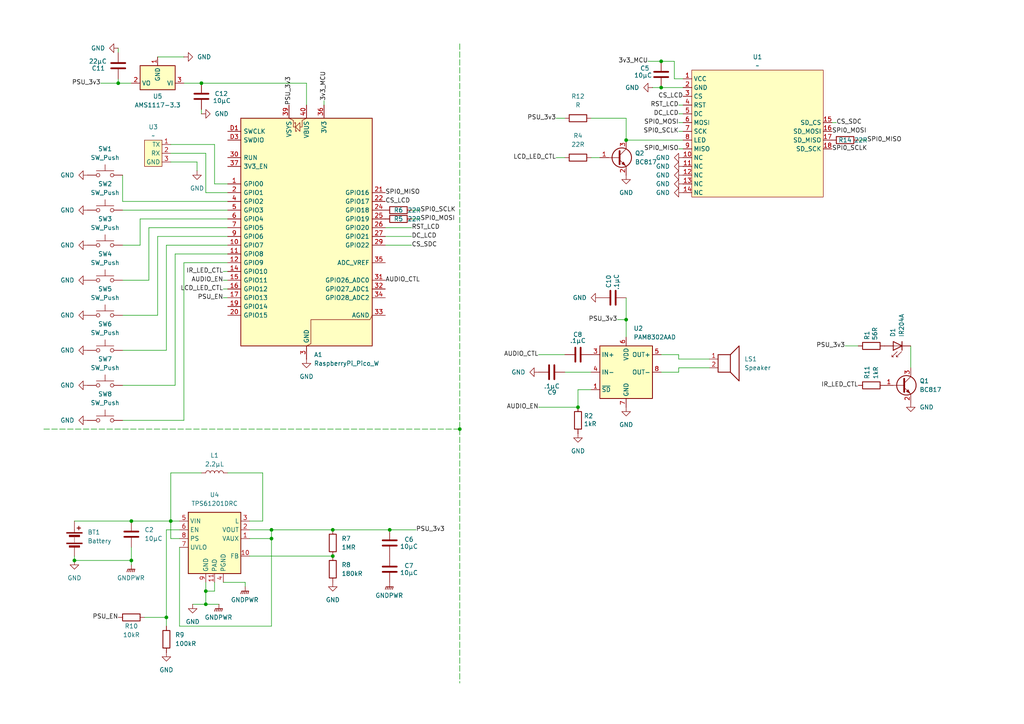
<source format=kicad_sch>
(kicad_sch
	(version 20250114)
	(generator "eeschema")
	(generator_version "9.0")
	(uuid "7d3f0451-66f0-43ec-9272-141bc16af65c")
	(paper "A4")
	(lib_symbols
		(symbol "Amplifier_Audio:PAM8302AAD"
			(exclude_from_sim no)
			(in_bom yes)
			(on_board yes)
			(property "Reference" "U"
				(at 7.62 11.43 0)
				(effects
					(font
						(size 1.27 1.27)
					)
				)
			)
			(property "Value" "PAM8302AAD"
				(at 7.62 8.89 0)
				(effects
					(font
						(size 1.27 1.27)
					)
				)
			)
			(property "Footprint" ""
				(at 0 0 0)
				(effects
					(font
						(size 1.27 1.27)
					)
					(hide yes)
				)
			)
			(property "Datasheet" "https://www.diodes.com/assets/Datasheets/PAM8302A.pdf"
				(at 0 0 0)
				(effects
					(font
						(size 1.27 1.27)
					)
					(hide yes)
				)
			)
			(property "Description" "2.5W Filterless Class-D Mono Audio Amplifier, SOIC-8"
				(at 0 0 0)
				(effects
					(font
						(size 1.27 1.27)
					)
					(hide yes)
				)
			)
			(property "ki_keywords" "audio amplifier class d"
				(at 0 0 0)
				(effects
					(font
						(size 1.27 1.27)
					)
					(hide yes)
				)
			)
			(property "ki_fp_filters" "MSOP*3x3mm*P0.65mm* SOIC*3.9x4.9mm*P1.27mm*"
				(at 0 0 0)
				(effects
					(font
						(size 1.27 1.27)
					)
					(hide yes)
				)
			)
			(symbol "PAM8302AAD_0_1"
				(rectangle
					(start -7.62 7.62)
					(end 7.62 -7.62)
					(stroke
						(width 0.254)
						(type default)
					)
					(fill
						(type background)
					)
				)
			)
			(symbol "PAM8302AAD_1_1"
				(pin input line
					(at -10.16 5.08 0)
					(length 2.54)
					(name "IN+"
						(effects
							(font
								(size 1.27 1.27)
							)
						)
					)
					(number "3"
						(effects
							(font
								(size 1.27 1.27)
							)
						)
					)
				)
				(pin input line
					(at -10.16 0 0)
					(length 2.54)
					(name "IN-"
						(effects
							(font
								(size 1.27 1.27)
							)
						)
					)
					(number "4"
						(effects
							(font
								(size 1.27 1.27)
							)
						)
					)
				)
				(pin input line
					(at -10.16 -5.08 0)
					(length 2.54)
					(name "~{SD}"
						(effects
							(font
								(size 1.27 1.27)
							)
						)
					)
					(number "1"
						(effects
							(font
								(size 1.27 1.27)
							)
						)
					)
				)
				(pin power_in line
					(at 0 10.16 270)
					(length 2.54)
					(name "VDD"
						(effects
							(font
								(size 1.27 1.27)
							)
						)
					)
					(number "6"
						(effects
							(font
								(size 1.27 1.27)
							)
						)
					)
				)
				(pin power_in line
					(at 0 -10.16 90)
					(length 2.54)
					(name "GND"
						(effects
							(font
								(size 1.27 1.27)
							)
						)
					)
					(number "7"
						(effects
							(font
								(size 1.27 1.27)
							)
						)
					)
				)
				(pin no_connect line
					(at 7.62 -5.08 180)
					(length 2.54)
					(hide yes)
					(name "NC"
						(effects
							(font
								(size 1.27 1.27)
							)
						)
					)
					(number "2"
						(effects
							(font
								(size 1.27 1.27)
							)
						)
					)
				)
				(pin output line
					(at 10.16 5.08 180)
					(length 2.54)
					(name "OUT+"
						(effects
							(font
								(size 1.27 1.27)
							)
						)
					)
					(number "5"
						(effects
							(font
								(size 1.27 1.27)
							)
						)
					)
				)
				(pin output line
					(at 10.16 0 180)
					(length 2.54)
					(name "OUT-"
						(effects
							(font
								(size 1.27 1.27)
							)
						)
					)
					(number "8"
						(effects
							(font
								(size 1.27 1.27)
							)
						)
					)
				)
			)
			(embedded_fonts no)
		)
		(symbol "Device:Battery"
			(pin_numbers
				(hide yes)
			)
			(pin_names
				(offset 0)
				(hide yes)
			)
			(exclude_from_sim no)
			(in_bom yes)
			(on_board yes)
			(property "Reference" "BT"
				(at 2.54 2.54 0)
				(effects
					(font
						(size 1.27 1.27)
					)
					(justify left)
				)
			)
			(property "Value" "Battery"
				(at 2.54 0 0)
				(effects
					(font
						(size 1.27 1.27)
					)
					(justify left)
				)
			)
			(property "Footprint" ""
				(at 0 1.524 90)
				(effects
					(font
						(size 1.27 1.27)
					)
					(hide yes)
				)
			)
			(property "Datasheet" "~"
				(at 0 1.524 90)
				(effects
					(font
						(size 1.27 1.27)
					)
					(hide yes)
				)
			)
			(property "Description" "Multiple-cell battery"
				(at 0 0 0)
				(effects
					(font
						(size 1.27 1.27)
					)
					(hide yes)
				)
			)
			(property "ki_keywords" "batt voltage-source cell"
				(at 0 0 0)
				(effects
					(font
						(size 1.27 1.27)
					)
					(hide yes)
				)
			)
			(symbol "Battery_0_1"
				(rectangle
					(start -2.286 1.778)
					(end 2.286 1.524)
					(stroke
						(width 0)
						(type default)
					)
					(fill
						(type outline)
					)
				)
				(rectangle
					(start -2.286 -1.27)
					(end 2.286 -1.524)
					(stroke
						(width 0)
						(type default)
					)
					(fill
						(type outline)
					)
				)
				(rectangle
					(start -1.524 1.016)
					(end 1.524 0.508)
					(stroke
						(width 0)
						(type default)
					)
					(fill
						(type outline)
					)
				)
				(rectangle
					(start -1.524 -2.032)
					(end 1.524 -2.54)
					(stroke
						(width 0)
						(type default)
					)
					(fill
						(type outline)
					)
				)
				(polyline
					(pts
						(xy 0 1.778) (xy 0 2.54)
					)
					(stroke
						(width 0)
						(type default)
					)
					(fill
						(type none)
					)
				)
				(polyline
					(pts
						(xy 0 0) (xy 0 0.254)
					)
					(stroke
						(width 0)
						(type default)
					)
					(fill
						(type none)
					)
				)
				(polyline
					(pts
						(xy 0 -0.508) (xy 0 -0.254)
					)
					(stroke
						(width 0)
						(type default)
					)
					(fill
						(type none)
					)
				)
				(polyline
					(pts
						(xy 0 -1.016) (xy 0 -0.762)
					)
					(stroke
						(width 0)
						(type default)
					)
					(fill
						(type none)
					)
				)
				(polyline
					(pts
						(xy 0.762 3.048) (xy 1.778 3.048)
					)
					(stroke
						(width 0.254)
						(type default)
					)
					(fill
						(type none)
					)
				)
				(polyline
					(pts
						(xy 1.27 3.556) (xy 1.27 2.54)
					)
					(stroke
						(width 0.254)
						(type default)
					)
					(fill
						(type none)
					)
				)
			)
			(symbol "Battery_1_1"
				(pin passive line
					(at 0 5.08 270)
					(length 2.54)
					(name "+"
						(effects
							(font
								(size 1.27 1.27)
							)
						)
					)
					(number "1"
						(effects
							(font
								(size 1.27 1.27)
							)
						)
					)
				)
				(pin passive line
					(at 0 -5.08 90)
					(length 2.54)
					(name "-"
						(effects
							(font
								(size 1.27 1.27)
							)
						)
					)
					(number "2"
						(effects
							(font
								(size 1.27 1.27)
							)
						)
					)
				)
			)
			(embedded_fonts no)
		)
		(symbol "Device:C"
			(pin_numbers
				(hide yes)
			)
			(pin_names
				(offset 0.254)
			)
			(exclude_from_sim no)
			(in_bom yes)
			(on_board yes)
			(property "Reference" "C"
				(at 0.635 2.54 0)
				(effects
					(font
						(size 1.27 1.27)
					)
					(justify left)
				)
			)
			(property "Value" "C"
				(at 0.635 -2.54 0)
				(effects
					(font
						(size 1.27 1.27)
					)
					(justify left)
				)
			)
			(property "Footprint" ""
				(at 0.9652 -3.81 0)
				(effects
					(font
						(size 1.27 1.27)
					)
					(hide yes)
				)
			)
			(property "Datasheet" "~"
				(at 0 0 0)
				(effects
					(font
						(size 1.27 1.27)
					)
					(hide yes)
				)
			)
			(property "Description" "Unpolarized capacitor"
				(at 0 0 0)
				(effects
					(font
						(size 1.27 1.27)
					)
					(hide yes)
				)
			)
			(property "ki_keywords" "cap capacitor"
				(at 0 0 0)
				(effects
					(font
						(size 1.27 1.27)
					)
					(hide yes)
				)
			)
			(property "ki_fp_filters" "C_*"
				(at 0 0 0)
				(effects
					(font
						(size 1.27 1.27)
					)
					(hide yes)
				)
			)
			(symbol "C_0_1"
				(polyline
					(pts
						(xy -2.032 0.762) (xy 2.032 0.762)
					)
					(stroke
						(width 0.508)
						(type default)
					)
					(fill
						(type none)
					)
				)
				(polyline
					(pts
						(xy -2.032 -0.762) (xy 2.032 -0.762)
					)
					(stroke
						(width 0.508)
						(type default)
					)
					(fill
						(type none)
					)
				)
			)
			(symbol "C_1_1"
				(pin passive line
					(at 0 3.81 270)
					(length 2.794)
					(name "~"
						(effects
							(font
								(size 1.27 1.27)
							)
						)
					)
					(number "1"
						(effects
							(font
								(size 1.27 1.27)
							)
						)
					)
				)
				(pin passive line
					(at 0 -3.81 90)
					(length 2.794)
					(name "~"
						(effects
							(font
								(size 1.27 1.27)
							)
						)
					)
					(number "2"
						(effects
							(font
								(size 1.27 1.27)
							)
						)
					)
				)
			)
			(embedded_fonts no)
		)
		(symbol "Device:L"
			(pin_numbers
				(hide yes)
			)
			(pin_names
				(offset 1.016)
				(hide yes)
			)
			(exclude_from_sim no)
			(in_bom yes)
			(on_board yes)
			(property "Reference" "L"
				(at -1.27 0 90)
				(effects
					(font
						(size 1.27 1.27)
					)
				)
			)
			(property "Value" "L"
				(at 1.905 0 90)
				(effects
					(font
						(size 1.27 1.27)
					)
				)
			)
			(property "Footprint" ""
				(at 0 0 0)
				(effects
					(font
						(size 1.27 1.27)
					)
					(hide yes)
				)
			)
			(property "Datasheet" "~"
				(at 0 0 0)
				(effects
					(font
						(size 1.27 1.27)
					)
					(hide yes)
				)
			)
			(property "Description" "Inductor"
				(at 0 0 0)
				(effects
					(font
						(size 1.27 1.27)
					)
					(hide yes)
				)
			)
			(property "ki_keywords" "inductor choke coil reactor magnetic"
				(at 0 0 0)
				(effects
					(font
						(size 1.27 1.27)
					)
					(hide yes)
				)
			)
			(property "ki_fp_filters" "Choke_* *Coil* Inductor_* L_*"
				(at 0 0 0)
				(effects
					(font
						(size 1.27 1.27)
					)
					(hide yes)
				)
			)
			(symbol "L_0_1"
				(arc
					(start 0 2.54)
					(mid 0.6323 1.905)
					(end 0 1.27)
					(stroke
						(width 0)
						(type default)
					)
					(fill
						(type none)
					)
				)
				(arc
					(start 0 1.27)
					(mid 0.6323 0.635)
					(end 0 0)
					(stroke
						(width 0)
						(type default)
					)
					(fill
						(type none)
					)
				)
				(arc
					(start 0 0)
					(mid 0.6323 -0.635)
					(end 0 -1.27)
					(stroke
						(width 0)
						(type default)
					)
					(fill
						(type none)
					)
				)
				(arc
					(start 0 -1.27)
					(mid 0.6323 -1.905)
					(end 0 -2.54)
					(stroke
						(width 0)
						(type default)
					)
					(fill
						(type none)
					)
				)
			)
			(symbol "L_1_1"
				(pin passive line
					(at 0 3.81 270)
					(length 1.27)
					(name "1"
						(effects
							(font
								(size 1.27 1.27)
							)
						)
					)
					(number "1"
						(effects
							(font
								(size 1.27 1.27)
							)
						)
					)
				)
				(pin passive line
					(at 0 -3.81 90)
					(length 1.27)
					(name "2"
						(effects
							(font
								(size 1.27 1.27)
							)
						)
					)
					(number "2"
						(effects
							(font
								(size 1.27 1.27)
							)
						)
					)
				)
			)
			(embedded_fonts no)
		)
		(symbol "Device:R"
			(pin_numbers
				(hide yes)
			)
			(pin_names
				(offset 0)
			)
			(exclude_from_sim no)
			(in_bom yes)
			(on_board yes)
			(property "Reference" "R"
				(at 2.032 0 90)
				(effects
					(font
						(size 1.27 1.27)
					)
				)
			)
			(property "Value" "R"
				(at 0 0 90)
				(effects
					(font
						(size 1.27 1.27)
					)
				)
			)
			(property "Footprint" ""
				(at -1.778 0 90)
				(effects
					(font
						(size 1.27 1.27)
					)
					(hide yes)
				)
			)
			(property "Datasheet" "~"
				(at 0 0 0)
				(effects
					(font
						(size 1.27 1.27)
					)
					(hide yes)
				)
			)
			(property "Description" "Resistor"
				(at 0 0 0)
				(effects
					(font
						(size 1.27 1.27)
					)
					(hide yes)
				)
			)
			(property "ki_keywords" "R res resistor"
				(at 0 0 0)
				(effects
					(font
						(size 1.27 1.27)
					)
					(hide yes)
				)
			)
			(property "ki_fp_filters" "R_*"
				(at 0 0 0)
				(effects
					(font
						(size 1.27 1.27)
					)
					(hide yes)
				)
			)
			(symbol "R_0_1"
				(rectangle
					(start -1.016 -2.54)
					(end 1.016 2.54)
					(stroke
						(width 0.254)
						(type default)
					)
					(fill
						(type none)
					)
				)
			)
			(symbol "R_1_1"
				(pin passive line
					(at 0 3.81 270)
					(length 1.27)
					(name "~"
						(effects
							(font
								(size 1.27 1.27)
							)
						)
					)
					(number "1"
						(effects
							(font
								(size 1.27 1.27)
							)
						)
					)
				)
				(pin passive line
					(at 0 -3.81 90)
					(length 1.27)
					(name "~"
						(effects
							(font
								(size 1.27 1.27)
							)
						)
					)
					(number "2"
						(effects
							(font
								(size 1.27 1.27)
							)
						)
					)
				)
			)
			(embedded_fonts no)
		)
		(symbol "Device:Speaker"
			(pin_names
				(offset 0)
				(hide yes)
			)
			(exclude_from_sim no)
			(in_bom yes)
			(on_board yes)
			(property "Reference" "LS"
				(at 1.27 5.715 0)
				(effects
					(font
						(size 1.27 1.27)
					)
					(justify right)
				)
			)
			(property "Value" "Speaker"
				(at 1.27 3.81 0)
				(effects
					(font
						(size 1.27 1.27)
					)
					(justify right)
				)
			)
			(property "Footprint" ""
				(at 0 -5.08 0)
				(effects
					(font
						(size 1.27 1.27)
					)
					(hide yes)
				)
			)
			(property "Datasheet" "~"
				(at -0.254 -1.27 0)
				(effects
					(font
						(size 1.27 1.27)
					)
					(hide yes)
				)
			)
			(property "Description" "Speaker"
				(at 0 0 0)
				(effects
					(font
						(size 1.27 1.27)
					)
					(hide yes)
				)
			)
			(property "ki_keywords" "speaker sound"
				(at 0 0 0)
				(effects
					(font
						(size 1.27 1.27)
					)
					(hide yes)
				)
			)
			(symbol "Speaker_0_0"
				(rectangle
					(start -2.54 1.27)
					(end 1.016 -3.81)
					(stroke
						(width 0.254)
						(type default)
					)
					(fill
						(type none)
					)
				)
				(polyline
					(pts
						(xy 1.016 1.27) (xy 3.556 3.81) (xy 3.556 -6.35) (xy 1.016 -3.81)
					)
					(stroke
						(width 0.254)
						(type default)
					)
					(fill
						(type none)
					)
				)
			)
			(symbol "Speaker_1_1"
				(pin input line
					(at -5.08 0 0)
					(length 2.54)
					(name "1"
						(effects
							(font
								(size 1.27 1.27)
							)
						)
					)
					(number "1"
						(effects
							(font
								(size 1.27 1.27)
							)
						)
					)
				)
				(pin input line
					(at -5.08 -2.54 0)
					(length 2.54)
					(name "2"
						(effects
							(font
								(size 1.27 1.27)
							)
						)
					)
					(number "2"
						(effects
							(font
								(size 1.27 1.27)
							)
						)
					)
				)
			)
			(embedded_fonts no)
		)
		(symbol "Display_Modules:3x1_Terminal"
			(exclude_from_sim no)
			(in_bom yes)
			(on_board yes)
			(property "Reference" "U"
				(at 0 0 0)
				(effects
					(font
						(size 1.27 1.27)
					)
				)
			)
			(property "Value" ""
				(at 0 0 0)
				(effects
					(font
						(size 1.27 1.27)
					)
				)
			)
			(property "Footprint" ""
				(at 0 0 0)
				(effects
					(font
						(size 1.27 1.27)
					)
					(hide yes)
				)
			)
			(property "Datasheet" ""
				(at 0 0 0)
				(effects
					(font
						(size 1.27 1.27)
					)
					(hide yes)
				)
			)
			(property "Description" ""
				(at 0 0 0)
				(effects
					(font
						(size 1.27 1.27)
					)
					(hide yes)
				)
			)
			(symbol "3x1_Terminal_1_1"
				(rectangle
					(start -3.81 6.35)
					(end 3.81 1.27)
					(stroke
						(width 0)
						(type solid)
					)
					(fill
						(type color)
						(color 255 255 194 1)
					)
				)
				(pin input line
					(at -2.54 8.89 270)
					(length 2.54)
					(name "TX"
						(effects
							(font
								(size 1.27 1.27)
							)
						)
					)
					(number "1"
						(effects
							(font
								(size 1.27 1.27)
							)
						)
					)
				)
				(pin input line
					(at 0 8.89 270)
					(length 2.54)
					(name "RX"
						(effects
							(font
								(size 1.27 1.27)
							)
						)
					)
					(number "2"
						(effects
							(font
								(size 1.27 1.27)
							)
						)
					)
				)
				(pin input line
					(at 2.54 8.89 270)
					(length 2.54)
					(name "GND"
						(effects
							(font
								(size 1.27 1.27)
							)
						)
					)
					(number "3"
						(effects
							(font
								(size 1.27 1.27)
							)
						)
					)
				)
			)
			(embedded_fonts no)
		)
		(symbol "Display_Modules:ILI9341_Disp_Module"
			(exclude_from_sim no)
			(in_bom yes)
			(on_board yes)
			(property "Reference" "U"
				(at 18.288 -21.336 0)
				(effects
					(font
						(size 1.27 1.27)
					)
				)
			)
			(property "Value" ""
				(at 0 0 0)
				(effects
					(font
						(size 1.27 1.27)
					)
				)
			)
			(property "Footprint" "Display_Module:ILI9341_Module"
				(at 0 0 0)
				(effects
					(font
						(size 1.27 1.27)
					)
					(hide yes)
				)
			)
			(property "Datasheet" ""
				(at 0 0 0)
				(effects
					(font
						(size 1.27 1.27)
					)
					(hide yes)
				)
			)
			(property "Description" ""
				(at 0 0 0)
				(effects
					(font
						(size 1.27 1.27)
					)
					(hide yes)
				)
			)
			(symbol "ILI9341_Disp_Module_0_1"
				(rectangle
					(start -19.05 17.78)
					(end 19.05 -19.05)
					(stroke
						(width 0)
						(type default)
					)
					(fill
						(type color)
						(color 255 255 194 1)
					)
				)
			)
			(symbol "ILI9341_Disp_Module_1_1"
				(pin input line
					(at -21.59 15.24 0)
					(length 2.54)
					(name "VCC"
						(effects
							(font
								(size 1.27 1.27)
							)
						)
					)
					(number "1"
						(effects
							(font
								(size 1.27 1.27)
							)
						)
					)
				)
				(pin input line
					(at -21.59 12.7 0)
					(length 2.54)
					(name "GND"
						(effects
							(font
								(size 1.27 1.27)
							)
						)
					)
					(number "2"
						(effects
							(font
								(size 1.27 1.27)
							)
						)
					)
				)
				(pin input line
					(at -21.59 10.16 0)
					(length 2.54)
					(name "CS"
						(effects
							(font
								(size 1.27 1.27)
							)
						)
					)
					(number "3"
						(effects
							(font
								(size 1.27 1.27)
							)
						)
					)
				)
				(pin input line
					(at -21.59 7.62 0)
					(length 2.54)
					(name "RST"
						(effects
							(font
								(size 1.27 1.27)
							)
						)
					)
					(number "4"
						(effects
							(font
								(size 1.27 1.27)
							)
						)
					)
				)
				(pin input line
					(at -21.59 5.08 0)
					(length 2.54)
					(name "DC"
						(effects
							(font
								(size 1.27 1.27)
							)
						)
					)
					(number "5"
						(effects
							(font
								(size 1.27 1.27)
							)
						)
					)
				)
				(pin input line
					(at -21.59 2.54 0)
					(length 2.54)
					(name "MOSI"
						(effects
							(font
								(size 1.27 1.27)
							)
						)
					)
					(number "6"
						(effects
							(font
								(size 1.27 1.27)
							)
						)
					)
				)
				(pin input line
					(at -21.59 0 0)
					(length 2.54)
					(name "SCK"
						(effects
							(font
								(size 1.27 1.27)
							)
						)
					)
					(number "7"
						(effects
							(font
								(size 1.27 1.27)
							)
						)
					)
				)
				(pin input line
					(at -21.59 -2.54 0)
					(length 2.54)
					(name "LED"
						(effects
							(font
								(size 1.27 1.27)
							)
						)
					)
					(number "8"
						(effects
							(font
								(size 1.27 1.27)
							)
						)
					)
				)
				(pin output line
					(at -21.59 -5.08 0)
					(length 2.54)
					(name "MISO"
						(effects
							(font
								(size 1.27 1.27)
							)
						)
					)
					(number "9"
						(effects
							(font
								(size 1.27 1.27)
							)
						)
					)
				)
				(pin input line
					(at -21.59 -7.62 0)
					(length 2.54)
					(name "NC"
						(effects
							(font
								(size 1.27 1.27)
							)
						)
					)
					(number "10"
						(effects
							(font
								(size 1.27 1.27)
							)
						)
					)
				)
				(pin input line
					(at -21.59 -10.16 0)
					(length 2.54)
					(name "NC"
						(effects
							(font
								(size 1.27 1.27)
							)
						)
					)
					(number "11"
						(effects
							(font
								(size 1.27 1.27)
							)
						)
					)
				)
				(pin input line
					(at -21.59 -12.7 0)
					(length 2.54)
					(name "NC"
						(effects
							(font
								(size 1.27 1.27)
							)
						)
					)
					(number "12"
						(effects
							(font
								(size 1.27 1.27)
							)
						)
					)
				)
				(pin input line
					(at -21.59 -15.24 0)
					(length 2.54)
					(name "NC"
						(effects
							(font
								(size 1.27 1.27)
							)
						)
					)
					(number "13"
						(effects
							(font
								(size 1.27 1.27)
							)
						)
					)
				)
				(pin input line
					(at -21.59 -17.78 0)
					(length 2.54)
					(name "NC"
						(effects
							(font
								(size 1.27 1.27)
							)
						)
					)
					(number "14"
						(effects
							(font
								(size 1.27 1.27)
							)
						)
					)
				)
				(pin input line
					(at 21.59 2.54 180)
					(length 2.54)
					(name "SD_CS"
						(effects
							(font
								(size 1.27 1.27)
							)
						)
					)
					(number "15"
						(effects
							(font
								(size 1.27 1.27)
							)
						)
					)
				)
				(pin input line
					(at 21.59 0 180)
					(length 2.54)
					(name "SD_MOSI"
						(effects
							(font
								(size 1.27 1.27)
							)
						)
					)
					(number "16"
						(effects
							(font
								(size 1.27 1.27)
							)
						)
					)
				)
				(pin output line
					(at 21.59 -2.54 180)
					(length 2.54)
					(name "SD_MISO"
						(effects
							(font
								(size 1.27 1.27)
							)
						)
					)
					(number "17"
						(effects
							(font
								(size 1.27 1.27)
							)
						)
					)
				)
				(pin input line
					(at 21.59 -5.08 180)
					(length 2.54)
					(name "SD_SCK"
						(effects
							(font
								(size 1.27 1.27)
							)
						)
					)
					(number "18"
						(effects
							(font
								(size 1.27 1.27)
							)
						)
					)
				)
			)
			(embedded_fonts no)
		)
		(symbol "LED:IR204A"
			(pin_numbers
				(hide yes)
			)
			(pin_names
				(offset 1.016)
				(hide yes)
			)
			(exclude_from_sim no)
			(in_bom yes)
			(on_board yes)
			(property "Reference" "D"
				(at 0.508 1.778 0)
				(effects
					(font
						(size 1.27 1.27)
					)
					(justify left)
				)
			)
			(property "Value" "IR204A"
				(at -1.016 -2.794 0)
				(effects
					(font
						(size 1.27 1.27)
					)
				)
			)
			(property "Footprint" "LED_THT:LED_D3.0mm_IRBlack"
				(at 0 4.445 0)
				(effects
					(font
						(size 1.27 1.27)
					)
					(hide yes)
				)
			)
			(property "Datasheet" "http://www.everlight.com/file/ProductFile/IR204-A.pdf"
				(at -1.27 0 0)
				(effects
					(font
						(size 1.27 1.27)
					)
					(hide yes)
				)
			)
			(property "Description" "Infrared LED , 3mm LED package"
				(at 0 0 0)
				(effects
					(font
						(size 1.27 1.27)
					)
					(hide yes)
				)
			)
			(property "ki_keywords" "opto IR LED"
				(at 0 0 0)
				(effects
					(font
						(size 1.27 1.27)
					)
					(hide yes)
				)
			)
			(property "ki_fp_filters" "LED*3.0mm*IRBlack*"
				(at 0 0 0)
				(effects
					(font
						(size 1.27 1.27)
					)
					(hide yes)
				)
			)
			(symbol "IR204A_0_1"
				(polyline
					(pts
						(xy -2.54 1.27) (xy -2.54 -1.27)
					)
					(stroke
						(width 0.254)
						(type default)
					)
					(fill
						(type none)
					)
				)
				(polyline
					(pts
						(xy -2.413 1.651) (xy -0.889 3.175) (xy -0.889 2.667) (xy -0.889 3.175) (xy -1.397 3.175)
					)
					(stroke
						(width 0)
						(type default)
					)
					(fill
						(type none)
					)
				)
				(polyline
					(pts
						(xy -1.143 1.651) (xy 0.381 3.175) (xy 0.381 2.667)
					)
					(stroke
						(width 0)
						(type default)
					)
					(fill
						(type none)
					)
				)
				(polyline
					(pts
						(xy 0 1.27) (xy -2.54 0) (xy 0 -1.27) (xy 0 1.27)
					)
					(stroke
						(width 0.254)
						(type default)
					)
					(fill
						(type none)
					)
				)
				(polyline
					(pts
						(xy 0 0) (xy -2.54 0)
					)
					(stroke
						(width 0)
						(type default)
					)
					(fill
						(type none)
					)
				)
				(polyline
					(pts
						(xy 0.381 3.175) (xy -0.127 3.175)
					)
					(stroke
						(width 0)
						(type default)
					)
					(fill
						(type none)
					)
				)
			)
			(symbol "IR204A_1_1"
				(pin passive line
					(at -5.08 0 0)
					(length 2.54)
					(name "K"
						(effects
							(font
								(size 1.27 1.27)
							)
						)
					)
					(number "1"
						(effects
							(font
								(size 1.27 1.27)
							)
						)
					)
				)
				(pin passive line
					(at 2.54 0 180)
					(length 2.54)
					(name "A"
						(effects
							(font
								(size 1.27 1.27)
							)
						)
					)
					(number "2"
						(effects
							(font
								(size 1.27 1.27)
							)
						)
					)
				)
			)
			(embedded_fonts no)
		)
		(symbol "MCU_Module:RaspberryPi_Pico_W_Debug"
			(pin_names
				(offset 0.762)
			)
			(exclude_from_sim no)
			(in_bom yes)
			(on_board yes)
			(property "Reference" "A"
				(at -19.05 35.56 0)
				(effects
					(font
						(size 1.27 1.27)
					)
					(justify left)
				)
			)
			(property "Value" "RaspberryPi_Pico_W"
				(at 7.62 35.56 0)
				(effects
					(font
						(size 1.27 1.27)
					)
					(justify left)
				)
			)
			(property "Footprint" "Module:RaspberryPi_Pico_W_SMD_HandSolder"
				(at 0 -46.99 0)
				(effects
					(font
						(size 1.27 1.27)
					)
					(hide yes)
				)
			)
			(property "Datasheet" "https://datasheets.raspberrypi.com/picow/pico-w-datasheet.pdf"
				(at 0 -49.53 0)
				(effects
					(font
						(size 1.27 1.27)
					)
					(hide yes)
				)
			)
			(property "Description" "Versatile and inexpensive wireless microcontroller module (with debug pins) powered by RP2040 dual-core Arm Cortex-M0+ processor up to 133 MHz, 264kB SRAM, 2MB QSPI flash, Infineon CYW43439 2.4GHz 802.11n wireless LAN; also supports Raspberry Pi Pico 2 W"
				(at 0 -52.07 0)
				(effects
					(font
						(size 1.27 1.27)
					)
					(hide yes)
				)
			)
			(property "ki_keywords" "RP2350A M33 RISC-V Hazard3 usb swd wifi bluetooth"
				(at 0 0 0)
				(effects
					(font
						(size 1.27 1.27)
					)
					(hide yes)
				)
			)
			(property "ki_fp_filters" "RaspberryPi?Pico?W?SMD*"
				(at 0 0 0)
				(effects
					(font
						(size 1.27 1.27)
					)
					(hide yes)
				)
			)
			(symbol "RaspberryPi_Pico_W_Debug_0_1"
				(rectangle
					(start -19.05 34.29)
					(end 19.05 -31.75)
					(stroke
						(width 0.254)
						(type default)
					)
					(fill
						(type background)
					)
				)
				(polyline
					(pts
						(xy -5.08 34.29) (xy -3.81 33.655) (xy -3.81 31.75) (xy -3.175 31.75)
					)
					(stroke
						(width 0)
						(type default)
					)
					(fill
						(type none)
					)
				)
				(polyline
					(pts
						(xy -3.429 32.766) (xy -3.429 33.02) (xy -3.175 33.02) (xy -3.175 30.48) (xy -2.921 30.48) (xy -2.921 30.734)
					)
					(stroke
						(width 0)
						(type default)
					)
					(fill
						(type none)
					)
				)
				(polyline
					(pts
						(xy -3.175 31.75) (xy -1.905 33.02) (xy -1.905 30.48) (xy -3.175 31.75)
					)
					(stroke
						(width 0)
						(type default)
					)
					(fill
						(type none)
					)
				)
				(polyline
					(pts
						(xy 0 34.29) (xy -1.27 33.655) (xy -1.27 31.75) (xy -1.905 31.75)
					)
					(stroke
						(width 0)
						(type default)
					)
					(fill
						(type none)
					)
				)
				(polyline
					(pts
						(xy 0 -31.75) (xy 1.27 -31.115) (xy 1.27 -24.13) (xy 18.415 -24.13) (xy 19.05 -22.86)
					)
					(stroke
						(width 0)
						(type default)
					)
					(fill
						(type none)
					)
				)
			)
			(symbol "RaspberryPi_Pico_W_Debug_1_1"
				(pin input line
					(at -22.86 30.48 0)
					(length 3.81)
					(name "SWCLK"
						(effects
							(font
								(size 1.27 1.27)
							)
						)
					)
					(number "D1"
						(effects
							(font
								(size 1.27 1.27)
							)
						)
					)
				)
				(pin bidirectional line
					(at -22.86 27.94 0)
					(length 3.81)
					(name "SWDIO"
						(effects
							(font
								(size 1.27 1.27)
							)
						)
					)
					(number "D3"
						(effects
							(font
								(size 1.27 1.27)
							)
						)
					)
				)
				(pin passive line
					(at -22.86 22.86 0)
					(length 3.81)
					(name "RUN"
						(effects
							(font
								(size 1.27 1.27)
							)
						)
					)
					(number "30"
						(effects
							(font
								(size 1.27 1.27)
							)
						)
					)
					(alternate "~{RESET}" passive line)
				)
				(pin passive line
					(at -22.86 20.32 0)
					(length 3.81)
					(name "3V3_EN"
						(effects
							(font
								(size 1.27 1.27)
							)
						)
					)
					(number "37"
						(effects
							(font
								(size 1.27 1.27)
							)
						)
					)
					(alternate "~{3V3_DISABLE}" passive line)
				)
				(pin bidirectional line
					(at -22.86 15.24 0)
					(length 3.81)
					(name "GPIO0"
						(effects
							(font
								(size 1.27 1.27)
							)
						)
					)
					(number "1"
						(effects
							(font
								(size 1.27 1.27)
							)
						)
					)
					(alternate "I2C0_SDA" bidirectional line)
					(alternate "PWM0_A" output line)
					(alternate "SPI0_RX" input line)
					(alternate "UART0_TX" output line)
					(alternate "USB_OVCUR_DET" input line)
				)
				(pin bidirectional line
					(at -22.86 12.7 0)
					(length 3.81)
					(name "GPIO1"
						(effects
							(font
								(size 1.27 1.27)
							)
						)
					)
					(number "2"
						(effects
							(font
								(size 1.27 1.27)
							)
						)
					)
					(alternate "I2C0_SCL" bidirectional clock)
					(alternate "PWM0_B" bidirectional line)
					(alternate "UART0_RX" input line)
					(alternate "USB_VBUS_DET" passive line)
					(alternate "~{SPI0_CSn}" bidirectional line)
				)
				(pin bidirectional line
					(at -22.86 10.16 0)
					(length 3.81)
					(name "GPIO2"
						(effects
							(font
								(size 1.27 1.27)
							)
						)
					)
					(number "4"
						(effects
							(font
								(size 1.27 1.27)
							)
						)
					)
					(alternate "I2C1_SDA" bidirectional line)
					(alternate "PWM1_A" output line)
					(alternate "SPI0_SCK" bidirectional clock)
					(alternate "UART0_CTS" input line)
					(alternate "USB_VBUS_EN" output line)
				)
				(pin bidirectional line
					(at -22.86 7.62 0)
					(length 3.81)
					(name "GPIO3"
						(effects
							(font
								(size 1.27 1.27)
							)
						)
					)
					(number "5"
						(effects
							(font
								(size 1.27 1.27)
							)
						)
					)
					(alternate "I2C1_SCL" bidirectional clock)
					(alternate "PWM1_B" bidirectional line)
					(alternate "SPI0_TX" output line)
					(alternate "UART0_RTS" output line)
					(alternate "USB_OVCUR_DET" input line)
				)
				(pin bidirectional line
					(at -22.86 5.08 0)
					(length 3.81)
					(name "GPIO4"
						(effects
							(font
								(size 1.27 1.27)
							)
						)
					)
					(number "6"
						(effects
							(font
								(size 1.27 1.27)
							)
						)
					)
					(alternate "I2C0_SDA" bidirectional line)
					(alternate "PWM2_A" output line)
					(alternate "SPI0_RX" input line)
					(alternate "UART1_TX" output line)
					(alternate "USB_VBUS_DET" input line)
				)
				(pin bidirectional line
					(at -22.86 2.54 0)
					(length 3.81)
					(name "GPIO5"
						(effects
							(font
								(size 1.27 1.27)
							)
						)
					)
					(number "7"
						(effects
							(font
								(size 1.27 1.27)
							)
						)
					)
					(alternate "I2C0_SCL" bidirectional clock)
					(alternate "PWM2_B" bidirectional line)
					(alternate "UART1_RX" input line)
					(alternate "USB_VBUS_EN" output line)
					(alternate "~{SPI0_CSn}" bidirectional line)
				)
				(pin bidirectional line
					(at -22.86 0 0)
					(length 3.81)
					(name "GPIO6"
						(effects
							(font
								(size 1.27 1.27)
							)
						)
					)
					(number "9"
						(effects
							(font
								(size 1.27 1.27)
							)
						)
					)
					(alternate "I2C1_SDA" bidirectional line)
					(alternate "PWM3_A" output line)
					(alternate "SPI0_SCK" bidirectional clock)
					(alternate "UART1_CTS" input line)
					(alternate "USB_OVCUR_DET" input line)
				)
				(pin bidirectional line
					(at -22.86 -2.54 0)
					(length 3.81)
					(name "GPIO7"
						(effects
							(font
								(size 1.27 1.27)
							)
						)
					)
					(number "10"
						(effects
							(font
								(size 1.27 1.27)
							)
						)
					)
					(alternate "I2C1_SCL" bidirectional clock)
					(alternate "PWM3_B" bidirectional line)
					(alternate "SPI0_TX" output line)
					(alternate "UART1_RTS" output line)
					(alternate "USB_VBUS_DET" input line)
				)
				(pin bidirectional line
					(at -22.86 -5.08 0)
					(length 3.81)
					(name "GPIO8"
						(effects
							(font
								(size 1.27 1.27)
							)
						)
					)
					(number "11"
						(effects
							(font
								(size 1.27 1.27)
							)
						)
					)
					(alternate "I2C0_SDA" bidirectional line)
					(alternate "PWM4_A" output line)
					(alternate "SPI1_RX" input line)
					(alternate "UART1_TX" output line)
					(alternate "USB_VBUS_EN" output line)
				)
				(pin bidirectional line
					(at -22.86 -7.62 0)
					(length 3.81)
					(name "GPIO9"
						(effects
							(font
								(size 1.27 1.27)
							)
						)
					)
					(number "12"
						(effects
							(font
								(size 1.27 1.27)
							)
						)
					)
					(alternate "I2C0_SCL" bidirectional clock)
					(alternate "PWM4_B" bidirectional line)
					(alternate "UART1_RX" input line)
					(alternate "USB_OVCUR_DET" input line)
					(alternate "~{SPI1_CSn}" bidirectional line)
				)
				(pin bidirectional line
					(at -22.86 -10.16 0)
					(length 3.81)
					(name "GPIO10"
						(effects
							(font
								(size 1.27 1.27)
							)
						)
					)
					(number "14"
						(effects
							(font
								(size 1.27 1.27)
							)
						)
					)
					(alternate "I2C1_SDA" bidirectional line)
					(alternate "PWM5_A" output line)
					(alternate "SPI1_SCK" bidirectional clock)
					(alternate "UART1_CTS" input line)
					(alternate "USB_VBUS_DET" input line)
				)
				(pin bidirectional line
					(at -22.86 -12.7 0)
					(length 3.81)
					(name "GPIO11"
						(effects
							(font
								(size 1.27 1.27)
							)
						)
					)
					(number "15"
						(effects
							(font
								(size 1.27 1.27)
							)
						)
					)
					(alternate "I2C1_SCL" bidirectional clock)
					(alternate "PWM5_B" bidirectional line)
					(alternate "SPI1_TX" output line)
					(alternate "UART1_RTS" output line)
					(alternate "USB_VBUS_EN" output line)
				)
				(pin bidirectional line
					(at -22.86 -15.24 0)
					(length 3.81)
					(name "GPIO12"
						(effects
							(font
								(size 1.27 1.27)
							)
						)
					)
					(number "16"
						(effects
							(font
								(size 1.27 1.27)
							)
						)
					)
					(alternate "I2C0_SDA" bidirectional line)
					(alternate "PWM6_A" output line)
					(alternate "SPI1_RX" input line)
					(alternate "UART0_TX" output line)
					(alternate "USB_OVCUR_DET" input line)
				)
				(pin bidirectional line
					(at -22.86 -17.78 0)
					(length 3.81)
					(name "GPIO13"
						(effects
							(font
								(size 1.27 1.27)
							)
						)
					)
					(number "17"
						(effects
							(font
								(size 1.27 1.27)
							)
						)
					)
					(alternate "I2C0_SCL" bidirectional clock)
					(alternate "PWM6_B" bidirectional line)
					(alternate "UART0_RX" input line)
					(alternate "USB_VBUS_DET" input line)
					(alternate "~{SPI1_CSn}" bidirectional line)
				)
				(pin bidirectional line
					(at -22.86 -20.32 0)
					(length 3.81)
					(name "GPIO14"
						(effects
							(font
								(size 1.27 1.27)
							)
						)
					)
					(number "19"
						(effects
							(font
								(size 1.27 1.27)
							)
						)
					)
					(alternate "I2C1_SDA" bidirectional line)
					(alternate "PWM7_A" output line)
					(alternate "SPI1_SCK" bidirectional clock)
					(alternate "UART0_CTS" input line)
					(alternate "USB_VBUS_EN" output line)
				)
				(pin bidirectional line
					(at -22.86 -22.86 0)
					(length 3.81)
					(name "GPIO15"
						(effects
							(font
								(size 1.27 1.27)
							)
						)
					)
					(number "20"
						(effects
							(font
								(size 1.27 1.27)
							)
						)
					)
					(alternate "I2C1_SCL" bidirectional clock)
					(alternate "PWM7_B" bidirectional line)
					(alternate "SPI1_TX" output line)
					(alternate "UART0_RTS" output line)
					(alternate "USB_OVCUR_DET" input line)
				)
				(pin power_in line
					(at -5.08 38.1 270)
					(length 3.81)
					(name "VSYS"
						(effects
							(font
								(size 1.27 1.27)
							)
						)
					)
					(number "39"
						(effects
							(font
								(size 1.27 1.27)
							)
						)
					)
					(alternate "VSYS_OUT" power_out line)
				)
				(pin power_out line
					(at 0 38.1 270)
					(length 3.81)
					(name "VBUS"
						(effects
							(font
								(size 1.27 1.27)
							)
						)
					)
					(number "40"
						(effects
							(font
								(size 1.27 1.27)
							)
						)
					)
					(alternate "VBUS_IN" power_in line)
				)
				(pin passive line
					(at 0 -35.56 90)
					(length 3.81)
					(hide yes)
					(name "GND"
						(effects
							(font
								(size 1.27 1.27)
							)
						)
					)
					(number "13"
						(effects
							(font
								(size 1.27 1.27)
							)
						)
					)
				)
				(pin passive line
					(at 0 -35.56 90)
					(length 3.81)
					(hide yes)
					(name "GND"
						(effects
							(font
								(size 1.27 1.27)
							)
						)
					)
					(number "18"
						(effects
							(font
								(size 1.27 1.27)
							)
						)
					)
				)
				(pin passive line
					(at 0 -35.56 90)
					(length 3.81)
					(hide yes)
					(name "GND"
						(effects
							(font
								(size 1.27 1.27)
							)
						)
					)
					(number "23"
						(effects
							(font
								(size 1.27 1.27)
							)
						)
					)
				)
				(pin passive line
					(at 0 -35.56 90)
					(length 3.81)
					(hide yes)
					(name "GND"
						(effects
							(font
								(size 1.27 1.27)
							)
						)
					)
					(number "28"
						(effects
							(font
								(size 1.27 1.27)
							)
						)
					)
				)
				(pin power_out line
					(at 0 -35.56 90)
					(length 3.81)
					(name "GND"
						(effects
							(font
								(size 1.27 1.27)
							)
						)
					)
					(number "3"
						(effects
							(font
								(size 1.27 1.27)
							)
						)
					)
					(alternate "GND_IN" power_in line)
				)
				(pin passive line
					(at 0 -35.56 90)
					(length 3.81)
					(hide yes)
					(name "GND"
						(effects
							(font
								(size 1.27 1.27)
							)
						)
					)
					(number "38"
						(effects
							(font
								(size 1.27 1.27)
							)
						)
					)
				)
				(pin passive line
					(at 0 -35.56 90)
					(length 3.81)
					(hide yes)
					(name "GND"
						(effects
							(font
								(size 1.27 1.27)
							)
						)
					)
					(number "8"
						(effects
							(font
								(size 1.27 1.27)
							)
						)
					)
				)
				(pin passive line
					(at 0 -35.56 90)
					(length 3.81)
					(hide yes)
					(name "GND"
						(effects
							(font
								(size 1.27 1.27)
							)
						)
					)
					(number "D2"
						(effects
							(font
								(size 1.27 1.27)
							)
						)
					)
				)
				(pin power_out line
					(at 5.08 38.1 270)
					(length 3.81)
					(name "3V3"
						(effects
							(font
								(size 1.27 1.27)
							)
						)
					)
					(number "36"
						(effects
							(font
								(size 1.27 1.27)
							)
						)
					)
				)
				(pin bidirectional line
					(at 22.86 12.7 180)
					(length 3.81)
					(name "GPIO16"
						(effects
							(font
								(size 1.27 1.27)
							)
						)
					)
					(number "21"
						(effects
							(font
								(size 1.27 1.27)
							)
						)
					)
					(alternate "I2C0_SDA" bidirectional line)
					(alternate "PWM0_A" output line)
					(alternate "SPI0_RX" input line)
					(alternate "UART0_TX" output line)
					(alternate "USB_VBUS_DET" input line)
				)
				(pin bidirectional line
					(at 22.86 10.16 180)
					(length 3.81)
					(name "GPIO17"
						(effects
							(font
								(size 1.27 1.27)
							)
						)
					)
					(number "22"
						(effects
							(font
								(size 1.27 1.27)
							)
						)
					)
					(alternate "I2C0_SCL" bidirectional clock)
					(alternate "PWM0_B" bidirectional line)
					(alternate "UART0_RX" input line)
					(alternate "USB_VBUS_EN" output line)
					(alternate "~{SPI0_CSn}" bidirectional line)
				)
				(pin bidirectional line
					(at 22.86 7.62 180)
					(length 3.81)
					(name "GPIO18"
						(effects
							(font
								(size 1.27 1.27)
							)
						)
					)
					(number "24"
						(effects
							(font
								(size 1.27 1.27)
							)
						)
					)
					(alternate "I2C1_SDA" bidirectional line)
					(alternate "PWM1_A" output line)
					(alternate "SPI0_SCK" bidirectional clock)
					(alternate "UART0_CTS" input line)
					(alternate "USB_OVCUR_DET" input line)
				)
				(pin bidirectional line
					(at 22.86 5.08 180)
					(length 3.81)
					(name "GPIO19"
						(effects
							(font
								(size 1.27 1.27)
							)
						)
					)
					(number "25"
						(effects
							(font
								(size 1.27 1.27)
							)
						)
					)
					(alternate "I2C1_SCL" bidirectional clock)
					(alternate "PWM1_B" bidirectional line)
					(alternate "SPI0_TX" output line)
					(alternate "UART0_RTS" output line)
					(alternate "USB_VBUS_DET" input line)
				)
				(pin bidirectional line
					(at 22.86 2.54 180)
					(length 3.81)
					(name "GPIO20"
						(effects
							(font
								(size 1.27 1.27)
							)
						)
					)
					(number "26"
						(effects
							(font
								(size 1.27 1.27)
							)
						)
					)
					(alternate "CLOCK_GPIN0" input clock)
					(alternate "I2C0_SDA" bidirectional line)
					(alternate "PWM2_A" output line)
					(alternate "SPI0_RX" input line)
					(alternate "UART1_TX" output line)
					(alternate "USB_VBUS_EN" output line)
				)
				(pin bidirectional line
					(at 22.86 0 180)
					(length 3.81)
					(name "GPIO21"
						(effects
							(font
								(size 1.27 1.27)
							)
						)
					)
					(number "27"
						(effects
							(font
								(size 1.27 1.27)
							)
						)
					)
					(alternate "CLOCK_GPOUT0" output clock)
					(alternate "I2C0_SCL" bidirectional clock)
					(alternate "PWM2_B" bidirectional line)
					(alternate "UART1_RX" input line)
					(alternate "USB_OVCUR_DET" input line)
					(alternate "~{SPI0_CSn}" bidirectional line)
				)
				(pin bidirectional line
					(at 22.86 -2.54 180)
					(length 3.81)
					(name "GPIO22"
						(effects
							(font
								(size 1.27 1.27)
							)
						)
					)
					(number "29"
						(effects
							(font
								(size 1.27 1.27)
							)
						)
					)
					(alternate "CLOCK_GPIN1" input clock)
					(alternate "I2C1_SDA" bidirectional line)
					(alternate "PWM3_A" output line)
					(alternate "SPI0_SCK" bidirectional clock)
					(alternate "UART1_CTS" input line)
					(alternate "USB_VBUS_DET" input line)
				)
				(pin power_in line
					(at 22.86 -7.62 180)
					(length 3.81)
					(name "ADC_VREF"
						(effects
							(font
								(size 1.27 1.27)
							)
						)
					)
					(number "35"
						(effects
							(font
								(size 1.27 1.27)
							)
						)
					)
				)
				(pin bidirectional line
					(at 22.86 -12.7 180)
					(length 3.81)
					(name "GPIO26_ADC0"
						(effects
							(font
								(size 1.27 1.27)
							)
						)
					)
					(number "31"
						(effects
							(font
								(size 1.27 1.27)
							)
						)
					)
					(alternate "ADC0" input line)
					(alternate "GPIO26" bidirectional line)
					(alternate "I2C1_SDA" bidirectional line)
					(alternate "PWM5_A" output line)
					(alternate "SPI1_SCK" bidirectional clock)
					(alternate "UART1_CTS" input line)
					(alternate "USB_VBUS_EN" output line)
				)
				(pin bidirectional line
					(at 22.86 -15.24 180)
					(length 3.81)
					(name "GPIO27_ADC1"
						(effects
							(font
								(size 1.27 1.27)
							)
						)
					)
					(number "32"
						(effects
							(font
								(size 1.27 1.27)
							)
						)
					)
					(alternate "ADC1" input line)
					(alternate "GPIO27" bidirectional line)
					(alternate "I2C1_SCL" bidirectional clock)
					(alternate "PWM5_B" bidirectional line)
					(alternate "SPI1_TX" output line)
					(alternate "UART1_RTS" output line)
					(alternate "USB_OVCUR_DET" input line)
				)
				(pin bidirectional line
					(at 22.86 -17.78 180)
					(length 3.81)
					(name "GPIO28_ADC2"
						(effects
							(font
								(size 1.27 1.27)
							)
						)
					)
					(number "34"
						(effects
							(font
								(size 1.27 1.27)
							)
						)
					)
					(alternate "ADC2" input line)
					(alternate "GPIO28" bidirectional line)
					(alternate "I2C0_SDA" bidirectional line)
					(alternate "PWM6_A" output line)
					(alternate "SPI1_RX" input line)
					(alternate "UART0_TX" output line)
					(alternate "USB_VBUS_DET" input line)
				)
				(pin power_out line
					(at 22.86 -22.86 180)
					(length 3.81)
					(name "AGND"
						(effects
							(font
								(size 1.27 1.27)
							)
						)
					)
					(number "33"
						(effects
							(font
								(size 1.27 1.27)
							)
						)
					)
					(alternate "GND" passive line)
				)
			)
			(embedded_fonts no)
		)
		(symbol "Regulator_Linear:AMS1117-3.3"
			(exclude_from_sim no)
			(in_bom yes)
			(on_board yes)
			(property "Reference" "U"
				(at -3.81 3.175 0)
				(effects
					(font
						(size 1.27 1.27)
					)
				)
			)
			(property "Value" "AMS1117-3.3"
				(at 0 3.175 0)
				(effects
					(font
						(size 1.27 1.27)
					)
					(justify left)
				)
			)
			(property "Footprint" "Package_TO_SOT_SMD:SOT-223-3_TabPin2"
				(at 0 5.08 0)
				(effects
					(font
						(size 1.27 1.27)
					)
					(hide yes)
				)
			)
			(property "Datasheet" "http://www.advanced-monolithic.com/pdf/ds1117.pdf"
				(at 2.54 -6.35 0)
				(effects
					(font
						(size 1.27 1.27)
					)
					(hide yes)
				)
			)
			(property "Description" "1A Low Dropout regulator, positive, 3.3V fixed output, SOT-223"
				(at 0 0 0)
				(effects
					(font
						(size 1.27 1.27)
					)
					(hide yes)
				)
			)
			(property "ki_keywords" "linear regulator ldo fixed positive"
				(at 0 0 0)
				(effects
					(font
						(size 1.27 1.27)
					)
					(hide yes)
				)
			)
			(property "ki_fp_filters" "SOT?223*TabPin2*"
				(at 0 0 0)
				(effects
					(font
						(size 1.27 1.27)
					)
					(hide yes)
				)
			)
			(symbol "AMS1117-3.3_0_1"
				(rectangle
					(start -5.08 -5.08)
					(end 5.08 1.905)
					(stroke
						(width 0.254)
						(type default)
					)
					(fill
						(type background)
					)
				)
			)
			(symbol "AMS1117-3.3_1_1"
				(pin power_in line
					(at -7.62 0 0)
					(length 2.54)
					(name "VI"
						(effects
							(font
								(size 1.27 1.27)
							)
						)
					)
					(number "3"
						(effects
							(font
								(size 1.27 1.27)
							)
						)
					)
				)
				(pin power_in line
					(at 0 -7.62 90)
					(length 2.54)
					(name "GND"
						(effects
							(font
								(size 1.27 1.27)
							)
						)
					)
					(number "1"
						(effects
							(font
								(size 1.27 1.27)
							)
						)
					)
				)
				(pin power_out line
					(at 7.62 0 180)
					(length 2.54)
					(name "VO"
						(effects
							(font
								(size 1.27 1.27)
							)
						)
					)
					(number "2"
						(effects
							(font
								(size 1.27 1.27)
							)
						)
					)
				)
			)
			(embedded_fonts no)
		)
		(symbol "Regulator_Switching:TPS61201DRC"
			(exclude_from_sim no)
			(in_bom yes)
			(on_board yes)
			(property "Reference" "U"
				(at -10.16 8.89 0)
				(effects
					(font
						(size 1.27 1.27)
					)
					(justify left)
				)
			)
			(property "Value" "TPS61201DRC"
				(at -2.54 8.89 0)
				(effects
					(font
						(size 1.27 1.27)
					)
					(justify left)
				)
			)
			(property "Footprint" "Package_SON:Texas_S-PVSON-N10_ThermalVias"
				(at 0 -11.43 0)
				(effects
					(font
						(size 1.27 1.27)
					)
					(hide yes)
				)
			)
			(property "Datasheet" "http://www.ti.com/lit/ds/symlink/tps61200.pdf"
				(at 0 0 0)
				(effects
					(font
						(size 1.27 1.27)
					)
					(hide yes)
				)
			)
			(property "Description" "Low Input Voltage Synchronous Boost Converter With 1.3A Switches, Fixed 5V Output Voltage, 0.3-5.5V Input Voltage, VSON-10"
				(at 0 0 0)
				(effects
					(font
						(size 1.27 1.27)
					)
					(hide yes)
				)
			)
			(property "ki_keywords" "boost step-up DC/DC synchronous"
				(at 0 0 0)
				(effects
					(font
						(size 1.27 1.27)
					)
					(hide yes)
				)
			)
			(property "ki_fp_filters" "Texas*S*PVSON*N10*ThermalVias*"
				(at 0 0 0)
				(effects
					(font
						(size 1.27 1.27)
					)
					(hide yes)
				)
			)
			(symbol "TPS61201DRC_0_1"
				(rectangle
					(start -7.62 7.62)
					(end 7.62 -10.16)
					(stroke
						(width 0.254)
						(type default)
					)
					(fill
						(type background)
					)
				)
			)
			(symbol "TPS61201DRC_1_1"
				(pin power_in line
					(at -10.16 5.08 0)
					(length 2.54)
					(name "VIN"
						(effects
							(font
								(size 1.27 1.27)
							)
						)
					)
					(number "5"
						(effects
							(font
								(size 1.27 1.27)
							)
						)
					)
				)
				(pin input line
					(at -10.16 2.54 0)
					(length 2.54)
					(name "EN"
						(effects
							(font
								(size 1.27 1.27)
							)
						)
					)
					(number "6"
						(effects
							(font
								(size 1.27 1.27)
							)
						)
					)
				)
				(pin input line
					(at -10.16 0 0)
					(length 2.54)
					(name "PS"
						(effects
							(font
								(size 1.27 1.27)
							)
						)
					)
					(number "8"
						(effects
							(font
								(size 1.27 1.27)
							)
						)
					)
				)
				(pin input line
					(at -10.16 -2.54 0)
					(length 2.54)
					(name "UVLO"
						(effects
							(font
								(size 1.27 1.27)
							)
						)
					)
					(number "7"
						(effects
							(font
								(size 1.27 1.27)
							)
						)
					)
				)
				(pin power_in line
					(at -2.54 -12.7 90)
					(length 2.54)
					(name "GND"
						(effects
							(font
								(size 1.27 1.27)
							)
						)
					)
					(number "9"
						(effects
							(font
								(size 1.27 1.27)
							)
						)
					)
				)
				(pin power_in line
					(at 0 -12.7 90)
					(length 2.54)
					(name "PAD"
						(effects
							(font
								(size 1.27 1.27)
							)
						)
					)
					(number "11"
						(effects
							(font
								(size 1.27 1.27)
							)
						)
					)
				)
				(pin power_in line
					(at 2.54 -12.7 90)
					(length 2.54)
					(name "PGND"
						(effects
							(font
								(size 1.27 1.27)
							)
						)
					)
					(number "4"
						(effects
							(font
								(size 1.27 1.27)
							)
						)
					)
				)
				(pin input line
					(at 10.16 5.08 180)
					(length 2.54)
					(name "L"
						(effects
							(font
								(size 1.27 1.27)
							)
						)
					)
					(number "3"
						(effects
							(font
								(size 1.27 1.27)
							)
						)
					)
				)
				(pin power_out line
					(at 10.16 2.54 180)
					(length 2.54)
					(name "VOUT"
						(effects
							(font
								(size 1.27 1.27)
							)
						)
					)
					(number "2"
						(effects
							(font
								(size 1.27 1.27)
							)
						)
					)
				)
				(pin bidirectional line
					(at 10.16 0 180)
					(length 2.54)
					(name "VAUX"
						(effects
							(font
								(size 1.27 1.27)
							)
						)
					)
					(number "1"
						(effects
							(font
								(size 1.27 1.27)
							)
						)
					)
				)
				(pin input line
					(at 10.16 -5.08 180)
					(length 2.54)
					(name "FB"
						(effects
							(font
								(size 1.27 1.27)
							)
						)
					)
					(number "10"
						(effects
							(font
								(size 1.27 1.27)
							)
						)
					)
				)
			)
			(embedded_fonts no)
		)
		(symbol "Switch:SW_Push"
			(pin_numbers
				(hide yes)
			)
			(pin_names
				(offset 1.016)
				(hide yes)
			)
			(exclude_from_sim no)
			(in_bom yes)
			(on_board yes)
			(property "Reference" "SW"
				(at 1.27 2.54 0)
				(effects
					(font
						(size 1.27 1.27)
					)
					(justify left)
				)
			)
			(property "Value" "SW_Push"
				(at 0 -1.524 0)
				(effects
					(font
						(size 1.27 1.27)
					)
				)
			)
			(property "Footprint" ""
				(at 0 5.08 0)
				(effects
					(font
						(size 1.27 1.27)
					)
					(hide yes)
				)
			)
			(property "Datasheet" "~"
				(at 0 5.08 0)
				(effects
					(font
						(size 1.27 1.27)
					)
					(hide yes)
				)
			)
			(property "Description" "Push button switch, generic, two pins"
				(at 0 0 0)
				(effects
					(font
						(size 1.27 1.27)
					)
					(hide yes)
				)
			)
			(property "ki_keywords" "switch normally-open pushbutton push-button"
				(at 0 0 0)
				(effects
					(font
						(size 1.27 1.27)
					)
					(hide yes)
				)
			)
			(symbol "SW_Push_0_1"
				(circle
					(center -2.032 0)
					(radius 0.508)
					(stroke
						(width 0)
						(type default)
					)
					(fill
						(type none)
					)
				)
				(polyline
					(pts
						(xy 0 1.27) (xy 0 3.048)
					)
					(stroke
						(width 0)
						(type default)
					)
					(fill
						(type none)
					)
				)
				(circle
					(center 2.032 0)
					(radius 0.508)
					(stroke
						(width 0)
						(type default)
					)
					(fill
						(type none)
					)
				)
				(polyline
					(pts
						(xy 2.54 1.27) (xy -2.54 1.27)
					)
					(stroke
						(width 0)
						(type default)
					)
					(fill
						(type none)
					)
				)
				(pin passive line
					(at -5.08 0 0)
					(length 2.54)
					(name "1"
						(effects
							(font
								(size 1.27 1.27)
							)
						)
					)
					(number "1"
						(effects
							(font
								(size 1.27 1.27)
							)
						)
					)
				)
				(pin passive line
					(at 5.08 0 180)
					(length 2.54)
					(name "2"
						(effects
							(font
								(size 1.27 1.27)
							)
						)
					)
					(number "2"
						(effects
							(font
								(size 1.27 1.27)
							)
						)
					)
				)
			)
			(embedded_fonts no)
		)
		(symbol "Transistor_BJT:BC817"
			(pin_names
				(offset 0)
				(hide yes)
			)
			(exclude_from_sim no)
			(in_bom yes)
			(on_board yes)
			(property "Reference" "Q"
				(at 5.08 1.905 0)
				(effects
					(font
						(size 1.27 1.27)
					)
					(justify left)
				)
			)
			(property "Value" "BC817"
				(at 5.08 0 0)
				(effects
					(font
						(size 1.27 1.27)
					)
					(justify left)
				)
			)
			(property "Footprint" "Package_TO_SOT_SMD:SOT-23"
				(at 5.08 -1.905 0)
				(effects
					(font
						(size 1.27 1.27)
						(italic yes)
					)
					(justify left)
					(hide yes)
				)
			)
			(property "Datasheet" "https://www.onsemi.com/pub/Collateral/BC818-D.pdf"
				(at 0 0 0)
				(effects
					(font
						(size 1.27 1.27)
					)
					(justify left)
					(hide yes)
				)
			)
			(property "Description" "0.8A Ic, 45V Vce, NPN Transistor, SOT-23"
				(at 0 0 0)
				(effects
					(font
						(size 1.27 1.27)
					)
					(hide yes)
				)
			)
			(property "ki_keywords" "NPN Transistor"
				(at 0 0 0)
				(effects
					(font
						(size 1.27 1.27)
					)
					(hide yes)
				)
			)
			(property "ki_fp_filters" "SOT?23*"
				(at 0 0 0)
				(effects
					(font
						(size 1.27 1.27)
					)
					(hide yes)
				)
			)
			(symbol "BC817_0_1"
				(polyline
					(pts
						(xy -2.54 0) (xy 0.635 0)
					)
					(stroke
						(width 0)
						(type default)
					)
					(fill
						(type none)
					)
				)
				(polyline
					(pts
						(xy 0.635 1.905) (xy 0.635 -1.905)
					)
					(stroke
						(width 0.508)
						(type default)
					)
					(fill
						(type none)
					)
				)
				(circle
					(center 1.27 0)
					(radius 2.8194)
					(stroke
						(width 0.254)
						(type default)
					)
					(fill
						(type none)
					)
				)
			)
			(symbol "BC817_1_1"
				(polyline
					(pts
						(xy 0.635 0.635) (xy 2.54 2.54)
					)
					(stroke
						(width 0)
						(type default)
					)
					(fill
						(type none)
					)
				)
				(polyline
					(pts
						(xy 0.635 -0.635) (xy 2.54 -2.54)
					)
					(stroke
						(width 0)
						(type default)
					)
					(fill
						(type none)
					)
				)
				(polyline
					(pts
						(xy 1.27 -1.778) (xy 1.778 -1.27) (xy 2.286 -2.286) (xy 1.27 -1.778)
					)
					(stroke
						(width 0)
						(type default)
					)
					(fill
						(type outline)
					)
				)
				(pin input line
					(at -5.08 0 0)
					(length 2.54)
					(name "B"
						(effects
							(font
								(size 1.27 1.27)
							)
						)
					)
					(number "1"
						(effects
							(font
								(size 1.27 1.27)
							)
						)
					)
				)
				(pin passive line
					(at 2.54 5.08 270)
					(length 2.54)
					(name "C"
						(effects
							(font
								(size 1.27 1.27)
							)
						)
					)
					(number "3"
						(effects
							(font
								(size 1.27 1.27)
							)
						)
					)
				)
				(pin passive line
					(at 2.54 -5.08 90)
					(length 2.54)
					(name "E"
						(effects
							(font
								(size 1.27 1.27)
							)
						)
					)
					(number "2"
						(effects
							(font
								(size 1.27 1.27)
							)
						)
					)
				)
			)
			(embedded_fonts no)
		)
		(symbol "power:GND"
			(power)
			(pin_numbers
				(hide yes)
			)
			(pin_names
				(offset 0)
				(hide yes)
			)
			(exclude_from_sim no)
			(in_bom yes)
			(on_board yes)
			(property "Reference" "#PWR"
				(at 0 -6.35 0)
				(effects
					(font
						(size 1.27 1.27)
					)
					(hide yes)
				)
			)
			(property "Value" "GND"
				(at 0 -3.81 0)
				(effects
					(font
						(size 1.27 1.27)
					)
				)
			)
			(property "Footprint" ""
				(at 0 0 0)
				(effects
					(font
						(size 1.27 1.27)
					)
					(hide yes)
				)
			)
			(property "Datasheet" ""
				(at 0 0 0)
				(effects
					(font
						(size 1.27 1.27)
					)
					(hide yes)
				)
			)
			(property "Description" "Power symbol creates a global label with name \"GND\" , ground"
				(at 0 0 0)
				(effects
					(font
						(size 1.27 1.27)
					)
					(hide yes)
				)
			)
			(property "ki_keywords" "global power"
				(at 0 0 0)
				(effects
					(font
						(size 1.27 1.27)
					)
					(hide yes)
				)
			)
			(symbol "GND_0_1"
				(polyline
					(pts
						(xy 0 0) (xy 0 -1.27) (xy 1.27 -1.27) (xy 0 -2.54) (xy -1.27 -1.27) (xy 0 -1.27)
					)
					(stroke
						(width 0)
						(type default)
					)
					(fill
						(type none)
					)
				)
			)
			(symbol "GND_1_1"
				(pin power_in line
					(at 0 0 270)
					(length 0)
					(name "~"
						(effects
							(font
								(size 1.27 1.27)
							)
						)
					)
					(number "1"
						(effects
							(font
								(size 1.27 1.27)
							)
						)
					)
				)
			)
			(embedded_fonts no)
		)
		(symbol "power:GNDPWR"
			(power)
			(pin_numbers
				(hide yes)
			)
			(pin_names
				(offset 0)
				(hide yes)
			)
			(exclude_from_sim no)
			(in_bom yes)
			(on_board yes)
			(property "Reference" "#PWR"
				(at 0 -5.08 0)
				(effects
					(font
						(size 1.27 1.27)
					)
					(hide yes)
				)
			)
			(property "Value" "GNDPWR"
				(at 0 -3.302 0)
				(effects
					(font
						(size 1.27 1.27)
					)
				)
			)
			(property "Footprint" ""
				(at 0 -1.27 0)
				(effects
					(font
						(size 1.27 1.27)
					)
					(hide yes)
				)
			)
			(property "Datasheet" ""
				(at 0 -1.27 0)
				(effects
					(font
						(size 1.27 1.27)
					)
					(hide yes)
				)
			)
			(property "Description" "Power symbol creates a global label with name \"GNDPWR\" , global ground"
				(at 0 0 0)
				(effects
					(font
						(size 1.27 1.27)
					)
					(hide yes)
				)
			)
			(property "ki_keywords" "global ground"
				(at 0 0 0)
				(effects
					(font
						(size 1.27 1.27)
					)
					(hide yes)
				)
			)
			(symbol "GNDPWR_0_1"
				(polyline
					(pts
						(xy -1.016 -1.27) (xy -1.27 -2.032) (xy -1.27 -2.032)
					)
					(stroke
						(width 0.2032)
						(type default)
					)
					(fill
						(type none)
					)
				)
				(polyline
					(pts
						(xy -0.508 -1.27) (xy -0.762 -2.032) (xy -0.762 -2.032)
					)
					(stroke
						(width 0.2032)
						(type default)
					)
					(fill
						(type none)
					)
				)
				(polyline
					(pts
						(xy 0 -1.27) (xy 0 0)
					)
					(stroke
						(width 0)
						(type default)
					)
					(fill
						(type none)
					)
				)
				(polyline
					(pts
						(xy 0 -1.27) (xy -0.254 -2.032) (xy -0.254 -2.032)
					)
					(stroke
						(width 0.2032)
						(type default)
					)
					(fill
						(type none)
					)
				)
				(polyline
					(pts
						(xy 0.508 -1.27) (xy 0.254 -2.032) (xy 0.254 -2.032)
					)
					(stroke
						(width 0.2032)
						(type default)
					)
					(fill
						(type none)
					)
				)
				(polyline
					(pts
						(xy 1.016 -1.27) (xy -1.016 -1.27) (xy -1.016 -1.27)
					)
					(stroke
						(width 0.2032)
						(type default)
					)
					(fill
						(type none)
					)
				)
				(polyline
					(pts
						(xy 1.016 -1.27) (xy 0.762 -2.032) (xy 0.762 -2.032) (xy 0.762 -2.032)
					)
					(stroke
						(width 0.2032)
						(type default)
					)
					(fill
						(type none)
					)
				)
			)
			(symbol "GNDPWR_1_1"
				(pin power_in line
					(at 0 0 270)
					(length 0)
					(name "~"
						(effects
							(font
								(size 1.27 1.27)
							)
						)
					)
					(number "1"
						(effects
							(font
								(size 1.27 1.27)
							)
						)
					)
				)
			)
			(embedded_fonts no)
		)
	)
	(junction
		(at 96.52 153.67)
		(diameter 0)
		(color 0 0 0 0)
		(uuid "0fe345a1-9d28-4b9c-a35c-45726c8c70a6")
	)
	(junction
		(at 181.61 92.71)
		(diameter 0)
		(color 0 0 0 0)
		(uuid "169039bd-74ef-42d6-bbba-3348eb838163")
	)
	(junction
		(at 78.74 153.67)
		(diameter 0)
		(color 0 0 0 0)
		(uuid "241f9b83-e89d-4c97-90af-2ecfe0a1c0f6")
	)
	(junction
		(at 96.52 161.29)
		(diameter 0)
		(color 0 0 0 0)
		(uuid "2e363990-7af0-4791-b2ed-d50238c2a8c4")
	)
	(junction
		(at 59.69 175.26)
		(diameter 0)
		(color 0 0 0 0)
		(uuid "3f50debd-1681-4475-a1a9-b83b9081efd0")
	)
	(junction
		(at 78.74 156.21)
		(diameter 0)
		(color 0 0 0 0)
		(uuid "42cea09d-83b9-46d8-a9a3-2f4647bcbbca")
	)
	(junction
		(at 181.61 40.64)
		(diameter 0)
		(color 0 0 0 0)
		(uuid "50d3833d-ec1a-4393-a622-c7e858e5b6f3")
	)
	(junction
		(at 34.29 24.13)
		(diameter 0)
		(color 0 0 0 0)
		(uuid "5180ab3a-497c-4dca-a19d-bdbcdacd4446")
	)
	(junction
		(at 21.59 162.56)
		(diameter 0)
		(color 0 0 0 0)
		(uuid "518d418b-2c93-4081-9a6d-8fa3666d501e")
	)
	(junction
		(at 58.42 24.13)
		(diameter 0)
		(color 0 0 0 0)
		(uuid "68b709f4-b938-4037-87d5-5b16853ba468")
	)
	(junction
		(at 38.1 162.56)
		(diameter 0)
		(color 0 0 0 0)
		(uuid "6e34c873-7a5d-42bd-afc7-19b6143c1b05")
	)
	(junction
		(at 167.64 118.11)
		(diameter 0)
		(color 0 0 0 0)
		(uuid "773a0488-a111-456c-a50d-f3330f218397")
	)
	(junction
		(at 59.69 171.45)
		(diameter 0)
		(color 0 0 0 0)
		(uuid "8112503e-b306-4edf-b6a9-f33c825782db")
	)
	(junction
		(at 113.03 153.67)
		(diameter 0)
		(color 0 0 0 0)
		(uuid "932c1427-701a-45bd-889f-5287ecb54a87")
	)
	(junction
		(at 191.77 25.4)
		(diameter 0)
		(color 0 0 0 0)
		(uuid "9f645fed-1757-4679-a6f9-973955ce2256")
	)
	(junction
		(at 191.77 17.78)
		(diameter 0)
		(color 0 0 0 0)
		(uuid "a2f69910-250f-4c57-85ad-46faf1aca01f")
	)
	(junction
		(at 49.53 151.13)
		(diameter 0)
		(color 0 0 0 0)
		(uuid "a7280684-22e9-42a1-bd08-0cc99c87556c")
	)
	(junction
		(at 48.26 179.07)
		(diameter 0)
		(color 0 0 0 0)
		(uuid "aeae0eef-98b3-4bbc-aad9-bd4f8adde5a0")
	)
	(junction
		(at 38.1 151.13)
		(diameter 0)
		(color 0 0 0 0)
		(uuid "c603b914-54b3-4d3c-844b-1c6eb3a88f30")
	)
	(junction
		(at 133.35 124.46)
		(diameter 0)
		(color 0 0 0 0)
		(uuid "db30285a-26b8-4803-a135-beb87cf87c8b")
	)
	(wire
		(pts
			(xy 163.83 107.95) (xy 171.45 107.95)
		)
		(stroke
			(width 0)
			(type default)
		)
		(uuid "0433b9f5-954b-4656-ba6a-4880113a37b1")
	)
	(wire
		(pts
			(xy 35.56 58.42) (xy 66.04 58.42)
		)
		(stroke
			(width 0)
			(type default)
		)
		(uuid "09a57f31-fba9-4e71-8a2d-cb20d5e7b820")
	)
	(wire
		(pts
			(xy 163.83 34.29) (xy 161.29 34.29)
		)
		(stroke
			(width 0)
			(type default)
		)
		(uuid "0aae0643-8d61-48b3-b096-bf8c9e2b2239")
	)
	(wire
		(pts
			(xy 12.7 124.46) (xy 133.35 124.46)
		)
		(stroke
			(width 0)
			(type dash)
		)
		(uuid "0afe1249-5cf8-487a-bea0-4c4e88758096")
	)
	(wire
		(pts
			(xy 53.34 121.92) (xy 35.56 121.92)
		)
		(stroke
			(width 0)
			(type default)
		)
		(uuid "0bfea86a-b8fd-4d91-872f-dba32ef23487")
	)
	(wire
		(pts
			(xy 45.72 68.58) (xy 45.72 91.44)
		)
		(stroke
			(width 0)
			(type default)
		)
		(uuid "0c74c1ff-8ad9-417b-96d1-c2cf99da1b67")
	)
	(wire
		(pts
			(xy 96.52 153.67) (xy 113.03 153.67)
		)
		(stroke
			(width 0)
			(type default)
		)
		(uuid "0db66c9a-db0f-4265-9e0b-faabc9eaa3c4")
	)
	(wire
		(pts
			(xy 196.85 33.02) (xy 198.12 33.02)
		)
		(stroke
			(width 0)
			(type default)
		)
		(uuid "102c62fb-c1f2-41f9-9167-d58f3d1f10a4")
	)
	(wire
		(pts
			(xy 181.61 92.71) (xy 179.07 92.71)
		)
		(stroke
			(width 0)
			(type default)
		)
		(uuid "11f03336-f9f8-4a47-a982-4808f21d1b3f")
	)
	(wire
		(pts
			(xy 55.88 175.26) (xy 59.69 175.26)
		)
		(stroke
			(width 0)
			(type default)
		)
		(uuid "14625d30-ba66-4db2-bed1-4fdd7187368b")
	)
	(wire
		(pts
			(xy 88.9 24.13) (xy 58.42 24.13)
		)
		(stroke
			(width 0)
			(type default)
		)
		(uuid "1623a297-3640-4f69-af13-e495f1acb97a")
	)
	(wire
		(pts
			(xy 189.23 25.4) (xy 191.77 25.4)
		)
		(stroke
			(width 0)
			(type default)
		)
		(uuid "1797d0c4-1392-4815-bea6-5c21160f13e5")
	)
	(wire
		(pts
			(xy 58.42 33.02) (xy 58.42 31.75)
		)
		(stroke
			(width 0)
			(type default)
		)
		(uuid "194f60d9-6830-4abc-97ca-1f31448f21d6")
	)
	(wire
		(pts
			(xy 119.38 71.12) (xy 111.76 71.12)
		)
		(stroke
			(width 0)
			(type default)
		)
		(uuid "1b440edf-eeab-47b3-801c-bb77b96a71b6")
	)
	(wire
		(pts
			(xy 49.53 151.13) (xy 49.53 137.16)
		)
		(stroke
			(width 0)
			(type default)
		)
		(uuid "1f9183e3-117e-4483-8d9b-b0fc4d623c7e")
	)
	(wire
		(pts
			(xy 72.39 153.67) (xy 78.74 153.67)
		)
		(stroke
			(width 0)
			(type default)
		)
		(uuid "21faeeed-d1b3-41b0-8f76-858384f04d7a")
	)
	(wire
		(pts
			(xy 196.85 102.87) (xy 196.85 104.14)
		)
		(stroke
			(width 0)
			(type default)
		)
		(uuid "228ef078-4d32-4d5a-bf1c-90d90b97d94e")
	)
	(wire
		(pts
			(xy 196.85 38.1) (xy 198.12 38.1)
		)
		(stroke
			(width 0)
			(type default)
		)
		(uuid "23abb1f8-a5b6-4b97-819c-caf3481df039")
	)
	(wire
		(pts
			(xy 163.83 45.72) (xy 161.29 45.72)
		)
		(stroke
			(width 0)
			(type default)
		)
		(uuid "24d8ab62-a596-45c4-b789-7031d9d4a566")
	)
	(wire
		(pts
			(xy 191.77 102.87) (xy 196.85 102.87)
		)
		(stroke
			(width 0)
			(type default)
		)
		(uuid "274973f8-89ef-4050-9ca9-47f17f3b8b58")
	)
	(wire
		(pts
			(xy 205.74 106.68) (xy 196.85 106.68)
		)
		(stroke
			(width 0)
			(type default)
		)
		(uuid "2ac41cbc-704c-4655-a0f5-7abad6970b0b")
	)
	(wire
		(pts
			(xy 195.58 17.78) (xy 195.58 22.86)
		)
		(stroke
			(width 0)
			(type default)
		)
		(uuid "2bdcd46b-6986-4347-9831-3efab11bbd55")
	)
	(wire
		(pts
			(xy 196.85 43.18) (xy 198.12 43.18)
		)
		(stroke
			(width 0)
			(type default)
		)
		(uuid "2be1d1d2-7a43-41ae-a4f3-4990e444e1f7")
	)
	(wire
		(pts
			(xy 156.21 118.11) (xy 167.64 118.11)
		)
		(stroke
			(width 0)
			(type default)
		)
		(uuid "2e746aef-9f7a-4ba6-abd0-d2db2553255e")
	)
	(wire
		(pts
			(xy 76.2 151.13) (xy 72.39 151.13)
		)
		(stroke
			(width 0)
			(type default)
		)
		(uuid "33c85bfc-3146-4a6f-9af1-caaa457c26b7")
	)
	(wire
		(pts
			(xy 242.57 35.56) (xy 241.3 35.56)
		)
		(stroke
			(width 0)
			(type default)
		)
		(uuid "35d08c0c-d35c-4374-82cc-b1fb0d482664")
	)
	(wire
		(pts
			(xy 156.21 102.87) (xy 163.83 102.87)
		)
		(stroke
			(width 0)
			(type default)
		)
		(uuid "370f0507-cb3d-4902-84d4-22c17352a949")
	)
	(wire
		(pts
			(xy 76.2 137.16) (xy 76.2 151.13)
		)
		(stroke
			(width 0)
			(type default)
		)
		(uuid "3a52171b-a832-4c44-a83e-b8e20b92c70f")
	)
	(wire
		(pts
			(xy 66.04 137.16) (xy 76.2 137.16)
		)
		(stroke
			(width 0)
			(type default)
		)
		(uuid "3bdb3bfe-8962-4750-b600-e7edfc8dc8a1")
	)
	(wire
		(pts
			(xy 66.04 53.34) (xy 62.23 53.34)
		)
		(stroke
			(width 0)
			(type default)
		)
		(uuid "3c1c715c-d42b-4feb-82db-39967021c2da")
	)
	(wire
		(pts
			(xy 181.61 40.64) (xy 198.12 40.64)
		)
		(stroke
			(width 0)
			(type default)
		)
		(uuid "3c205bda-0d62-4bb6-bab2-82c78ef6597e")
	)
	(wire
		(pts
			(xy 173.99 45.72) (xy 171.45 45.72)
		)
		(stroke
			(width 0)
			(type default)
		)
		(uuid "3e36d391-fd17-49d9-a26f-130793e6e9d9")
	)
	(wire
		(pts
			(xy 57.15 46.99) (xy 57.15 49.53)
		)
		(stroke
			(width 0)
			(type default)
		)
		(uuid "3f6a99bc-fee8-440b-96c1-ac96e4bf28bd")
	)
	(wire
		(pts
			(xy 196.85 104.14) (xy 205.74 104.14)
		)
		(stroke
			(width 0)
			(type default)
		)
		(uuid "40cb2b68-5e14-4479-952f-8afdb4d49b5c")
	)
	(wire
		(pts
			(xy 53.34 76.2) (xy 53.34 121.92)
		)
		(stroke
			(width 0)
			(type default)
		)
		(uuid "4220749c-7a7e-4243-b782-699b466936f1")
	)
	(wire
		(pts
			(xy 53.34 16.51) (xy 45.72 16.51)
		)
		(stroke
			(width 0)
			(type default)
		)
		(uuid "42827dc3-bc3b-4525-86c6-2ca0f3a78eb3")
	)
	(wire
		(pts
			(xy 66.04 76.2) (xy 53.34 76.2)
		)
		(stroke
			(width 0)
			(type default)
		)
		(uuid "46c9fce2-3713-4667-81f7-66328f535280")
	)
	(wire
		(pts
			(xy 121.92 60.96) (xy 119.38 60.96)
		)
		(stroke
			(width 0)
			(type default)
		)
		(uuid "4a6da195-8549-4a30-8199-0abb99a15a77")
	)
	(wire
		(pts
			(xy 59.69 44.45) (xy 59.69 55.88)
		)
		(stroke
			(width 0)
			(type default)
		)
		(uuid "4c92768f-25a1-4d19-b0f9-ecaa723a080e")
	)
	(wire
		(pts
			(xy 196.85 30.48) (xy 198.12 30.48)
		)
		(stroke
			(width 0)
			(type default)
		)
		(uuid "4d02d554-45f8-4b82-811d-8e37834adddc")
	)
	(wire
		(pts
			(xy 62.23 53.34) (xy 62.23 41.91)
		)
		(stroke
			(width 0)
			(type default)
		)
		(uuid "4d355074-02e3-40ba-94e6-562043a49b5a")
	)
	(wire
		(pts
			(xy 63.5 175.26) (xy 59.69 175.26)
		)
		(stroke
			(width 0)
			(type default)
		)
		(uuid "50ab8223-f684-4e8d-ba2e-0f4792add20c")
	)
	(wire
		(pts
			(xy 49.53 151.13) (xy 52.07 151.13)
		)
		(stroke
			(width 0)
			(type default)
		)
		(uuid "5494c336-252d-458a-9a7a-ae43392e1b81")
	)
	(wire
		(pts
			(xy 59.69 55.88) (xy 66.04 55.88)
		)
		(stroke
			(width 0)
			(type default)
		)
		(uuid "5ad07f1c-f6da-4ea1-bbe2-9b599acc611c")
	)
	(wire
		(pts
			(xy 245.11 100.33) (xy 248.92 100.33)
		)
		(stroke
			(width 0)
			(type default)
		)
		(uuid "5b3aaddc-1a5d-4117-b633-2453ce1d1e59")
	)
	(wire
		(pts
			(xy 48.26 181.61) (xy 48.26 179.07)
		)
		(stroke
			(width 0)
			(type default)
		)
		(uuid "5c7bbe0d-aecc-462c-a53d-5b312ec3a52d")
	)
	(wire
		(pts
			(xy 171.45 113.03) (xy 167.64 113.03)
		)
		(stroke
			(width 0)
			(type default)
		)
		(uuid "5c8b44a2-33eb-4575-b72f-c93b9c9d5b55")
	)
	(wire
		(pts
			(xy 71.12 168.91) (xy 64.77 168.91)
		)
		(stroke
			(width 0)
			(type default)
		)
		(uuid "5de12450-7a1a-4b0a-8e70-bb32c6e9fc7e")
	)
	(wire
		(pts
			(xy 64.77 81.28) (xy 66.04 81.28)
		)
		(stroke
			(width 0)
			(type default)
		)
		(uuid "5fcc83cf-6e4c-4403-ac0e-a2b47e31fc96")
	)
	(wire
		(pts
			(xy 48.26 153.67) (xy 48.26 179.07)
		)
		(stroke
			(width 0)
			(type default)
		)
		(uuid "60433c79-42ec-4285-aa15-fe275ed9ae84")
	)
	(wire
		(pts
			(xy 40.64 63.5) (xy 40.64 71.12)
		)
		(stroke
			(width 0)
			(type default)
		)
		(uuid "6115b0d7-da11-4684-8878-e8545c570bf2")
	)
	(wire
		(pts
			(xy 45.72 91.44) (xy 35.56 91.44)
		)
		(stroke
			(width 0)
			(type default)
		)
		(uuid "6160eee6-00bf-4971-bbce-e19c0674c77e")
	)
	(wire
		(pts
			(xy 171.45 34.29) (xy 181.61 34.29)
		)
		(stroke
			(width 0)
			(type default)
		)
		(uuid "6659da72-6716-417f-baf6-6bb11783a944")
	)
	(wire
		(pts
			(xy 43.18 81.28) (xy 43.18 66.04)
		)
		(stroke
			(width 0)
			(type default)
		)
		(uuid "69096b7e-702b-46a5-9b8d-f0e5e228a82e")
	)
	(wire
		(pts
			(xy 181.61 40.64) (xy 181.61 34.29)
		)
		(stroke
			(width 0)
			(type default)
		)
		(uuid "6c58ad87-6bda-4621-8a14-921dd03b9d07")
	)
	(wire
		(pts
			(xy 71.12 170.18) (xy 71.12 168.91)
		)
		(stroke
			(width 0)
			(type default)
		)
		(uuid "6d7d6f00-b23a-47d0-bb4e-be62864f4de7")
	)
	(wire
		(pts
			(xy 29.21 24.13) (xy 34.29 24.13)
		)
		(stroke
			(width 0)
			(type default)
		)
		(uuid "6ff2f867-2427-4deb-b427-032e2e2360ae")
	)
	(wire
		(pts
			(xy 196.85 35.56) (xy 198.12 35.56)
		)
		(stroke
			(width 0)
			(type default)
		)
		(uuid "713ebca1-173b-4157-a084-b511b9d63aff")
	)
	(wire
		(pts
			(xy 34.29 13.97) (xy 34.29 15.24)
		)
		(stroke
			(width 0)
			(type default)
		)
		(uuid "721a1c0f-e4fc-421f-9d4e-f95256b40761")
	)
	(wire
		(pts
			(xy 48.26 101.6) (xy 35.56 101.6)
		)
		(stroke
			(width 0)
			(type default)
		)
		(uuid "72cc15f6-c9be-4719-b63e-ac0ff6a4a55c")
	)
	(wire
		(pts
			(xy 41.91 179.07) (xy 48.26 179.07)
		)
		(stroke
			(width 0)
			(type default)
		)
		(uuid "75c2ce2e-12a0-4111-a6e8-4316532f83e9")
	)
	(wire
		(pts
			(xy 191.77 25.4) (xy 198.12 25.4)
		)
		(stroke
			(width 0)
			(type default)
		)
		(uuid "764c17fe-ce1a-4639-b567-5f9a3f9ecf73")
	)
	(wire
		(pts
			(xy 88.9 30.48) (xy 88.9 24.13)
		)
		(stroke
			(width 0)
			(type default)
		)
		(uuid "784c1de9-e20b-4384-8806-62d7a7b56971")
	)
	(wire
		(pts
			(xy 113.03 153.67) (xy 120.65 153.67)
		)
		(stroke
			(width 0)
			(type default)
		)
		(uuid "7dc583d4-3c2b-4e5d-93d2-6d5ea7dfac35")
	)
	(wire
		(pts
			(xy 38.1 162.56) (xy 38.1 158.75)
		)
		(stroke
			(width 0)
			(type default)
		)
		(uuid "7f86755e-5e07-4e64-9efc-63946c15949e")
	)
	(wire
		(pts
			(xy 187.96 17.78) (xy 191.77 17.78)
		)
		(stroke
			(width 0)
			(type default)
		)
		(uuid "7fe9f8b1-3bc5-4eaa-8251-7cbf42f0828a")
	)
	(wire
		(pts
			(xy 64.77 83.82) (xy 66.04 83.82)
		)
		(stroke
			(width 0)
			(type default)
		)
		(uuid "825c4a3d-804d-4752-8739-4b54f43b0b1b")
	)
	(wire
		(pts
			(xy 264.16 100.33) (xy 264.16 106.68)
		)
		(stroke
			(width 0)
			(type default)
		)
		(uuid "833aff70-8157-4f9a-975b-4604fb42f10b")
	)
	(wire
		(pts
			(xy 133.35 124.46) (xy 133.35 198.12)
		)
		(stroke
			(width 0)
			(type dash)
		)
		(uuid "838cfa45-ac02-4487-8cbf-b05b6ffafddb")
	)
	(wire
		(pts
			(xy 21.59 151.13) (xy 38.1 151.13)
		)
		(stroke
			(width 0)
			(type default)
		)
		(uuid "8670550c-c045-4c4d-9b7b-b8b4de41c3aa")
	)
	(wire
		(pts
			(xy 45.72 68.58) (xy 66.04 68.58)
		)
		(stroke
			(width 0)
			(type default)
		)
		(uuid "8b9cbf13-13f7-4326-8027-b4f7d1883a68")
	)
	(wire
		(pts
			(xy 195.58 22.86) (xy 198.12 22.86)
		)
		(stroke
			(width 0)
			(type default)
		)
		(uuid "90920a29-f23e-4631-a4a0-6f1b82fdede4")
	)
	(wire
		(pts
			(xy 49.53 151.13) (xy 49.53 156.21)
		)
		(stroke
			(width 0)
			(type default)
		)
		(uuid "9224ed29-9972-4dff-96c2-de558e9a3850")
	)
	(wire
		(pts
			(xy 66.04 73.66) (xy 50.8 73.66)
		)
		(stroke
			(width 0)
			(type default)
		)
		(uuid "92c97a4c-e5b9-4fbe-aeb9-2d116cb8db8a")
	)
	(wire
		(pts
			(xy 121.92 63.5) (xy 119.38 63.5)
		)
		(stroke
			(width 0)
			(type default)
		)
		(uuid "92e46018-deeb-40c9-a8b5-36485bcbd2cc")
	)
	(wire
		(pts
			(xy 52.07 181.61) (xy 52.07 158.75)
		)
		(stroke
			(width 0)
			(type default)
		)
		(uuid "9520bbd7-9a21-4de1-be5a-e81d090fb2e2")
	)
	(wire
		(pts
			(xy 35.56 81.28) (xy 43.18 81.28)
		)
		(stroke
			(width 0)
			(type default)
		)
		(uuid "9829ae69-db22-4ec9-bb2b-6cf938cbf1c6")
	)
	(wire
		(pts
			(xy 59.69 171.45) (xy 59.69 175.26)
		)
		(stroke
			(width 0)
			(type default)
		)
		(uuid "9e31c413-17f5-4e2e-a7d7-401cfddfbc3a")
	)
	(wire
		(pts
			(xy 40.64 63.5) (xy 66.04 63.5)
		)
		(stroke
			(width 0)
			(type default)
		)
		(uuid "9ea3a453-8013-488f-a728-8ab8ad811970")
	)
	(wire
		(pts
			(xy 133.35 12.7) (xy 133.35 124.46)
		)
		(stroke
			(width 0)
			(type dash)
		)
		(uuid "a2a7a7dc-d524-45eb-9323-21763f87acb0")
	)
	(wire
		(pts
			(xy 50.8 111.76) (xy 35.56 111.76)
		)
		(stroke
			(width 0)
			(type default)
		)
		(uuid "a77d9f4a-7bfd-4b6c-9317-cc69f70e01ea")
	)
	(wire
		(pts
			(xy 78.74 156.21) (xy 78.74 181.61)
		)
		(stroke
			(width 0)
			(type default)
		)
		(uuid "a8f95593-37e2-409a-99a0-a5c436d5e79c")
	)
	(wire
		(pts
			(xy 64.77 86.36) (xy 66.04 86.36)
		)
		(stroke
			(width 0)
			(type default)
		)
		(uuid "adf5dbf9-5635-454f-b70d-3ea45d3e4ab9")
	)
	(wire
		(pts
			(xy 64.77 78.74) (xy 66.04 78.74)
		)
		(stroke
			(width 0)
			(type default)
		)
		(uuid "af5ded3a-b698-406a-86da-35cac626b286")
	)
	(wire
		(pts
			(xy 78.74 156.21) (xy 78.74 153.67)
		)
		(stroke
			(width 0)
			(type default)
		)
		(uuid "b1f2793f-cf6d-4fa3-a4a8-cac75f51e603")
	)
	(wire
		(pts
			(xy 119.38 68.58) (xy 111.76 68.58)
		)
		(stroke
			(width 0)
			(type default)
		)
		(uuid "b32b7b25-44c8-4387-b490-a78d8f3f65cc")
	)
	(wire
		(pts
			(xy 78.74 153.67) (xy 96.52 153.67)
		)
		(stroke
			(width 0)
			(type default)
		)
		(uuid "b496b1cf-de6f-4ead-ad9d-ec2434b0fbe6")
	)
	(wire
		(pts
			(xy 167.64 113.03) (xy 167.64 118.11)
		)
		(stroke
			(width 0)
			(type default)
		)
		(uuid "baa20189-5299-4592-9fac-20fd7fed29ed")
	)
	(wire
		(pts
			(xy 49.53 137.16) (xy 58.42 137.16)
		)
		(stroke
			(width 0)
			(type default)
		)
		(uuid "bc23f9e7-9546-46a1-93a1-c2aa054287b8")
	)
	(wire
		(pts
			(xy 40.64 71.12) (xy 35.56 71.12)
		)
		(stroke
			(width 0)
			(type default)
		)
		(uuid "bdd1a9f4-4bde-450d-aab7-337f61903e39")
	)
	(wire
		(pts
			(xy 49.53 44.45) (xy 59.69 44.45)
		)
		(stroke
			(width 0)
			(type default)
		)
		(uuid "bfbdd596-949e-402f-9c17-37d3b1a42091")
	)
	(wire
		(pts
			(xy 78.74 181.61) (xy 52.07 181.61)
		)
		(stroke
			(width 0)
			(type default)
		)
		(uuid "c14ebb3f-9aa2-464e-8c87-d1973567723e")
	)
	(wire
		(pts
			(xy 35.56 58.42) (xy 35.56 50.8)
		)
		(stroke
			(width 0)
			(type default)
		)
		(uuid "c162bdeb-04d9-44f6-a40b-5a95b2c7ae2e")
	)
	(wire
		(pts
			(xy 119.38 66.04) (xy 111.76 66.04)
		)
		(stroke
			(width 0)
			(type default)
		)
		(uuid "c1f4d0d5-1977-4753-9c39-3c56e9d76298")
	)
	(wire
		(pts
			(xy 196.85 107.95) (xy 191.77 107.95)
		)
		(stroke
			(width 0)
			(type default)
		)
		(uuid "c23e7bfd-16cc-4b64-a487-c78589bf06bb")
	)
	(wire
		(pts
			(xy 21.59 162.56) (xy 21.59 161.29)
		)
		(stroke
			(width 0)
			(type default)
		)
		(uuid "c28c39a3-6e81-4258-9e11-b41bafc6c862")
	)
	(wire
		(pts
			(xy 48.26 71.12) (xy 48.26 101.6)
		)
		(stroke
			(width 0)
			(type default)
		)
		(uuid "c38d5e20-b671-4df1-a698-bd2e4b604ec9")
	)
	(wire
		(pts
			(xy 38.1 151.13) (xy 49.53 151.13)
		)
		(stroke
			(width 0)
			(type default)
		)
		(uuid "c4fd8391-7fd9-48ca-a413-1cab78c036c3")
	)
	(wire
		(pts
			(xy 49.53 156.21) (xy 52.07 156.21)
		)
		(stroke
			(width 0)
			(type default)
		)
		(uuid "c670b23f-657f-437c-a6c0-823920451c8f")
	)
	(wire
		(pts
			(xy 62.23 168.91) (xy 62.23 171.45)
		)
		(stroke
			(width 0)
			(type default)
		)
		(uuid "d01a825d-6e91-4425-8dcc-835259b46fe8")
	)
	(wire
		(pts
			(xy 43.18 66.04) (xy 66.04 66.04)
		)
		(stroke
			(width 0)
			(type default)
		)
		(uuid "d0f3c525-5df1-4327-a34d-930918e3494d")
	)
	(wire
		(pts
			(xy 191.77 17.78) (xy 195.58 17.78)
		)
		(stroke
			(width 0)
			(type default)
		)
		(uuid "d49f0b5b-158b-4c6a-90d0-a0607fb30523")
	)
	(wire
		(pts
			(xy 50.8 73.66) (xy 50.8 111.76)
		)
		(stroke
			(width 0)
			(type default)
		)
		(uuid "d51bd683-0d1b-4e8a-b87b-c18bff7aa07c")
	)
	(wire
		(pts
			(xy 181.61 92.71) (xy 181.61 97.79)
		)
		(stroke
			(width 0)
			(type default)
		)
		(uuid "d9a30f0f-905f-4d20-8463-ecc90dd1a670")
	)
	(wire
		(pts
			(xy 34.29 22.86) (xy 34.29 24.13)
		)
		(stroke
			(width 0)
			(type default)
		)
		(uuid "d9b3c2ed-fb37-42ef-8d83-7e5c2db74ba0")
	)
	(wire
		(pts
			(xy 62.23 41.91) (xy 49.53 41.91)
		)
		(stroke
			(width 0)
			(type default)
		)
		(uuid "dd62f403-972e-4e41-ba62-128b1e6ee8fb")
	)
	(wire
		(pts
			(xy 58.42 24.13) (xy 53.34 24.13)
		)
		(stroke
			(width 0)
			(type default)
		)
		(uuid "ddfd26ed-8010-4c56-977c-80124f264c59")
	)
	(wire
		(pts
			(xy 93.98 29.21) (xy 93.98 30.48)
		)
		(stroke
			(width 0)
			(type default)
		)
		(uuid "e1dc07e1-fd1a-47c1-b30d-06ae6ee9a463")
	)
	(wire
		(pts
			(xy 21.59 162.56) (xy 38.1 162.56)
		)
		(stroke
			(width 0)
			(type default)
		)
		(uuid "e264551d-f851-4c6c-aff0-ca73d55c1c6a")
	)
	(wire
		(pts
			(xy 196.85 106.68) (xy 196.85 107.95)
		)
		(stroke
			(width 0)
			(type default)
		)
		(uuid "e4006ab0-5ce8-4448-be8e-03838ddabbff")
	)
	(wire
		(pts
			(xy 181.61 86.36) (xy 181.61 92.71)
		)
		(stroke
			(width 0)
			(type default)
		)
		(uuid "e46e4d17-c1bb-4c5f-81f3-a020cbb9260c")
	)
	(wire
		(pts
			(xy 34.29 24.13) (xy 38.1 24.13)
		)
		(stroke
			(width 0)
			(type default)
		)
		(uuid "e5a7cac9-8b76-4721-9e72-64a33d8121d9")
	)
	(wire
		(pts
			(xy 52.07 153.67) (xy 48.26 153.67)
		)
		(stroke
			(width 0)
			(type default)
		)
		(uuid "e7953648-5a74-4f45-b0c5-8fbcab192b27")
	)
	(wire
		(pts
			(xy 38.1 163.83) (xy 38.1 162.56)
		)
		(stroke
			(width 0)
			(type default)
		)
		(uuid "ec0e956a-5298-4184-a47b-b30244c0007c")
	)
	(wire
		(pts
			(xy 48.26 71.12) (xy 66.04 71.12)
		)
		(stroke
			(width 0)
			(type default)
		)
		(uuid "ec23ad5f-9cea-44bd-8971-39475f70ae02")
	)
	(wire
		(pts
			(xy 72.39 156.21) (xy 78.74 156.21)
		)
		(stroke
			(width 0)
			(type default)
		)
		(uuid "eda0be3b-9012-46e3-be0b-535f99cc8368")
	)
	(wire
		(pts
			(xy 62.23 171.45) (xy 59.69 171.45)
		)
		(stroke
			(width 0)
			(type default)
		)
		(uuid "f1ff7778-8501-4e3c-a4e0-3bebd7935f56")
	)
	(wire
		(pts
			(xy 35.56 60.96) (xy 66.04 60.96)
		)
		(stroke
			(width 0)
			(type default)
		)
		(uuid "f2565401-b3b0-4b9f-ae58-59e0d5b8cdc4")
	)
	(wire
		(pts
			(xy 59.69 168.91) (xy 59.69 171.45)
		)
		(stroke
			(width 0)
			(type default)
		)
		(uuid "fab38db4-3b4c-4a06-b401-edfbe51b9ab9")
	)
	(wire
		(pts
			(xy 96.52 161.29) (xy 72.39 161.29)
		)
		(stroke
			(width 0)
			(type default)
		)
		(uuid "fe4a0c09-dc34-46a3-8fbe-eddaeb98c114")
	)
	(wire
		(pts
			(xy 251.46 40.64) (xy 248.92 40.64)
		)
		(stroke
			(width 0)
			(type default)
		)
		(uuid "febaf72d-7623-4db7-b632-9bb507aa3bed")
	)
	(wire
		(pts
			(xy 49.53 46.99) (xy 57.15 46.99)
		)
		(stroke
			(width 0)
			(type default)
		)
		(uuid "ffce4941-47fa-4fdd-87e1-bc0004d087a0")
	)
	(label "AUDIO_CTL"
		(at 111.76 81.28 0)
		(effects
			(font
				(size 1.27 1.27)
			)
			(justify left)
		)
		(uuid "06675343-2519-4440-b579-56f46aa9732c")
	)
	(label "AUDIO_EN"
		(at 64.77 81.28 180)
		(effects
			(font
				(size 1.27 1.27)
			)
			(justify right)
		)
		(uuid "0bf3c592-8aaa-4723-8167-aa28a9782207")
	)
	(label "PSU_3v3"
		(at 245.11 100.33 180)
		(effects
			(font
				(size 1.27 1.27)
			)
			(justify right)
		)
		(uuid "0c396345-0b8b-4df1-b951-9b90dded2eca")
	)
	(label "IR_LED_CTL"
		(at 248.92 111.76 180)
		(effects
			(font
				(size 1.27 1.27)
			)
			(justify right)
		)
		(uuid "1442c2b1-ddae-4bcb-8b45-61f3addf2216")
	)
	(label "SPI0_MISO"
		(at 251.46 40.64 0)
		(effects
			(font
				(size 1.27 1.27)
			)
			(justify left)
		)
		(uuid "166af702-aaf2-4e69-a87d-1dfc4b0edadb")
	)
	(label "SPI0_MISO"
		(at 111.76 55.88 0)
		(effects
			(font
				(size 1.27 1.27)
			)
			(justify left)
		)
		(uuid "1c542789-0dae-4454-8d61-4276365879f7")
	)
	(label "SPI0_MOSI"
		(at 196.85 35.56 180)
		(effects
			(font
				(size 1.27 1.27)
			)
			(justify right)
		)
		(uuid "1de4301a-d139-4cf0-ac67-ce692c286cea")
	)
	(label "CS_LCD"
		(at 198.12 27.94 180)
		(effects
			(font
				(size 1.27 1.27)
			)
			(justify right)
		)
		(uuid "25b99c36-195a-40f9-966b-cda51a4f5a2e")
	)
	(label "PSU_3v3"
		(at 83.82 30.48 90)
		(effects
			(font
				(size 1.27 1.27)
			)
			(justify left)
		)
		(uuid "27a5ac00-a430-4853-b157-3c9583032768")
	)
	(label "SPI0_SCLK"
		(at 196.85 38.1 180)
		(effects
			(font
				(size 1.27 1.27)
			)
			(justify right)
		)
		(uuid "466b162e-4afa-4840-b44e-1f0ac6b218ef")
	)
	(label "SPI0_SCLK"
		(at 241.3 43.18 0)
		(effects
			(font
				(size 1.27 1.27)
			)
			(justify left)
		)
		(uuid "4a7ea429-7bd0-434a-8e76-686b65cc4635")
	)
	(label "PSU_EN"
		(at 34.29 179.07 180)
		(effects
			(font
				(size 1.27 1.27)
			)
			(justify right)
		)
		(uuid "68d26f4d-14c3-483c-b19b-9fd2c571ae5d")
	)
	(label "3v3_MCU"
		(at 93.98 29.21 90)
		(effects
			(font
				(size 1.27 1.27)
			)
			(justify left)
		)
		(uuid "69f4dc12-7676-433e-ac36-f308e25a136c")
	)
	(label "PSU_EN"
		(at 64.77 86.36 180)
		(effects
			(font
				(size 1.27 1.27)
			)
			(justify right)
		)
		(uuid "784b4c2d-742b-4fbf-b5da-616f0bc3eac8")
	)
	(label "DC_LCD"
		(at 119.38 68.58 0)
		(effects
			(font
				(size 1.27 1.27)
			)
			(justify left)
		)
		(uuid "807d7948-2c7f-4621-811a-58b984e3cfc9")
	)
	(label "AUDIO_EN"
		(at 156.21 118.11 180)
		(effects
			(font
				(size 1.27 1.27)
			)
			(justify right)
		)
		(uuid "8eb5ecb2-b1ff-4271-8b61-975553eff9da")
	)
	(label "PSU_3v3"
		(at 179.07 92.71 180)
		(effects
			(font
				(size 1.27 1.27)
			)
			(justify right)
		)
		(uuid "914fe185-47a2-4a14-8d29-1cb44d0b11e2")
	)
	(label "CS_SDC"
		(at 119.38 71.12 0)
		(effects
			(font
				(size 1.27 1.27)
			)
			(justify left)
		)
		(uuid "9e21226b-e7bb-4fe1-a73e-fe33b4cdf118")
	)
	(label "PSU_3v3"
		(at 161.29 34.29 180)
		(effects
			(font
				(size 1.27 1.27)
			)
			(justify right)
		)
		(uuid "a1b3373e-7a6e-4e6e-aaa6-9d13048bde67")
	)
	(label "SPI0_MOSI"
		(at 241.3 38.1 0)
		(effects
			(font
				(size 1.27 1.27)
			)
			(justify left)
		)
		(uuid "a1ba92b4-7926-47cf-ab8a-5c9ab0c0011f")
	)
	(label "DC_LCD"
		(at 196.85 33.02 180)
		(effects
			(font
				(size 1.27 1.27)
			)
			(justify right)
		)
		(uuid "becb3ad8-1ce6-4c40-aba4-8c57ececab19")
	)
	(label "LCD_LED_CTL"
		(at 64.77 83.82 180)
		(effects
			(font
				(size 1.27 1.27)
			)
			(justify right)
		)
		(uuid "c4fa9295-3909-4425-9f0c-53ffb3ed28c5")
	)
	(label "LCD_LED_CTL"
		(at 161.29 45.72 180)
		(effects
			(font
				(size 1.27 1.27)
			)
			(justify right)
		)
		(uuid "cebbb5fc-adab-4c46-bb53-a1cecfdf842d")
	)
	(label "RST_LCD"
		(at 196.85 30.48 180)
		(effects
			(font
				(size 1.27 1.27)
			)
			(justify right)
		)
		(uuid "cfdfb446-743c-4dcb-a860-7d418d7438d7")
	)
	(label "CS_LCD"
		(at 111.76 58.42 0)
		(effects
			(font
				(size 1.27 1.27)
			)
			(justify left)
		)
		(uuid "d0ad1867-39cc-4c84-b74f-246d5cb7cced")
	)
	(label "RST_LCD"
		(at 119.38 66.04 0)
		(effects
			(font
				(size 1.27 1.27)
			)
			(justify left)
		)
		(uuid "d322b654-16e6-4ea3-b347-ec85f67c564e")
	)
	(label "SPI0_MISO"
		(at 196.85 43.18 180)
		(effects
			(font
				(size 1.27 1.27)
			)
			(justify right)
		)
		(uuid "d5931c5c-01c3-4fad-98e9-43e0e5a63a2c")
	)
	(label "PSU_3v3"
		(at 120.65 153.67 0)
		(effects
			(font
				(size 1.27 1.27)
			)
			(justify left)
		)
		(uuid "db2751b3-a91a-47ea-87aa-1ffa7c7c99d6")
	)
	(label "CS_SDC"
		(at 242.57 35.56 0)
		(effects
			(font
				(size 1.27 1.27)
			)
			(justify left)
		)
		(uuid "dba77c44-99c6-4baf-b0ec-d3ae98527480")
	)
	(label "3v3_MCU"
		(at 187.96 17.78 180)
		(effects
			(font
				(size 1.27 1.27)
			)
			(justify right)
		)
		(uuid "dc986a5e-617b-4d3b-b1df-a2586c5a862a")
	)
	(label "IR_LED_CTL"
		(at 64.77 78.74 180)
		(effects
			(font
				(size 1.27 1.27)
			)
			(justify right)
		)
		(uuid "e9718825-c66f-4031-96fe-0e8df47649bf")
	)
	(label "SPI0_MOSI"
		(at 121.92 63.5 0)
		(effects
			(font
				(size 1.27 1.27)
			)
			(justify left)
		)
		(uuid "ec871965-a0f7-4429-b08c-4c8373d84511")
	)
	(label "SPI0_SCLK"
		(at 121.92 60.96 0)
		(effects
			(font
				(size 1.27 1.27)
			)
			(justify left)
		)
		(uuid "ef1d2c72-053a-45e4-81d1-98412f127738")
	)
	(label "PSU_3v3"
		(at 29.21 24.13 180)
		(effects
			(font
				(size 1.27 1.27)
			)
			(justify right)
		)
		(uuid "ef476634-ce5b-4015-b600-60c2fb7373cd")
	)
	(label "AUDIO_CTL"
		(at 156.21 102.87 180)
		(effects
			(font
				(size 1.27 1.27)
			)
			(justify right)
		)
		(uuid "f2a6c0e1-fe56-453a-a7dd-43192d6a030a")
	)
	(symbol
		(lib_id "power:GND")
		(at 34.29 13.97 270)
		(unit 1)
		(exclude_from_sim no)
		(in_bom yes)
		(on_board yes)
		(dnp no)
		(fields_autoplaced yes)
		(uuid "00e3a0a7-5d07-44fc-9663-45ca9eb97bfd")
		(property "Reference" "#PWR014"
			(at 27.94 13.97 0)
			(effects
				(font
					(size 1.27 1.27)
				)
				(hide yes)
			)
		)
		(property "Value" "GND"
			(at 30.48 13.9699 90)
			(effects
				(font
					(size 1.27 1.27)
				)
				(justify right)
			)
		)
		(property "Footprint" ""
			(at 34.29 13.97 0)
			(effects
				(font
					(size 1.27 1.27)
				)
				(hide yes)
			)
		)
		(property "Datasheet" ""
			(at 34.29 13.97 0)
			(effects
				(font
					(size 1.27 1.27)
				)
				(hide yes)
			)
		)
		(property "Description" "Power symbol creates a global label with name \"GND\" , ground"
			(at 34.29 13.97 0)
			(effects
				(font
					(size 1.27 1.27)
				)
				(hide yes)
			)
		)
		(pin "1"
			(uuid "b2b1cbf8-27e3-4c41-a011-06976f69cfc2")
		)
		(instances
			(project "tactigotchi"
				(path "/7d3f0451-66f0-43ec-9272-141bc16af65c"
					(reference "#PWR014")
					(unit 1)
				)
			)
		)
	)
	(symbol
		(lib_id "power:GND")
		(at 198.12 55.88 270)
		(unit 1)
		(exclude_from_sim no)
		(in_bom yes)
		(on_board yes)
		(dnp no)
		(fields_autoplaced yes)
		(uuid "019506c0-1370-4320-88e1-dea9c147363e")
		(property "Reference" "#PWR035"
			(at 191.77 55.88 0)
			(effects
				(font
					(size 1.27 1.27)
				)
				(hide yes)
			)
		)
		(property "Value" "GND"
			(at 194.31 55.8799 90)
			(effects
				(font
					(size 1.27 1.27)
				)
				(justify right)
			)
		)
		(property "Footprint" ""
			(at 198.12 55.88 0)
			(effects
				(font
					(size 1.27 1.27)
				)
				(hide yes)
			)
		)
		(property "Datasheet" ""
			(at 198.12 55.88 0)
			(effects
				(font
					(size 1.27 1.27)
				)
				(hide yes)
			)
		)
		(property "Description" "Power symbol creates a global label with name \"GND\" , ground"
			(at 198.12 55.88 0)
			(effects
				(font
					(size 1.27 1.27)
				)
				(hide yes)
			)
		)
		(pin "1"
			(uuid "01b53051-7522-4a17-bfa1-a65017895da9")
		)
		(instances
			(project "tactigotchi"
				(path "/7d3f0451-66f0-43ec-9272-141bc16af65c"
					(reference "#PWR035")
					(unit 1)
				)
			)
		)
	)
	(symbol
		(lib_id "Amplifier_Audio:PAM8302AAD")
		(at 181.61 107.95 0)
		(unit 1)
		(exclude_from_sim no)
		(in_bom yes)
		(on_board yes)
		(dnp no)
		(fields_autoplaced yes)
		(uuid "02d38599-ac6a-4a0d-aee2-be17572c4bb8")
		(property "Reference" "U2"
			(at 183.7533 95.25 0)
			(effects
				(font
					(size 1.27 1.27)
				)
				(justify left)
			)
		)
		(property "Value" "PAM8302AAD"
			(at 183.7533 97.79 0)
			(effects
				(font
					(size 1.27 1.27)
				)
				(justify left)
			)
		)
		(property "Footprint" "Package_SO:SOIC-8-1EP_3.9x4.9mm_P1.27mm_EP2.41x3.3mm"
			(at 181.61 107.95 0)
			(effects
				(font
					(size 1.27 1.27)
				)
				(hide yes)
			)
		)
		(property "Datasheet" "https://www.diodes.com/assets/Datasheets/PAM8302A.pdf"
			(at 181.61 107.95 0)
			(effects
				(font
					(size 1.27 1.27)
				)
				(hide yes)
			)
		)
		(property "Description" "2.5W Filterless Class-D Mono Audio Amplifier, SOIC-8"
			(at 181.61 107.95 0)
			(effects
				(font
					(size 1.27 1.27)
				)
				(hide yes)
			)
		)
		(pin "4"
			(uuid "04ff0de0-28d2-4134-a2ed-8ca4c2b336af")
		)
		(pin "3"
			(uuid "04d79455-520a-4051-a089-a025a04a1016")
		)
		(pin "5"
			(uuid "f865bc43-538b-4bdc-bdd0-972579ef707a")
		)
		(pin "2"
			(uuid "be250ea4-a7bd-41f0-b0d1-de26880b239e")
		)
		(pin "8"
			(uuid "524493b0-e9ea-462b-b280-2a22dc11c6ba")
		)
		(pin "1"
			(uuid "3ef64730-b41c-4a8d-9364-24d74f1c3431")
		)
		(pin "6"
			(uuid "ae10b4da-0629-4508-8569-b0e84831baf3")
		)
		(pin "7"
			(uuid "0033d865-be7b-4132-b31f-0074c2b78fa1")
		)
		(instances
			(project ""
				(path "/7d3f0451-66f0-43ec-9272-141bc16af65c"
					(reference "U2")
					(unit 1)
				)
			)
		)
	)
	(symbol
		(lib_id "Switch:SW_Push")
		(at 30.48 60.96 0)
		(unit 1)
		(exclude_from_sim no)
		(in_bom yes)
		(on_board yes)
		(dnp no)
		(fields_autoplaced yes)
		(uuid "02e82305-1d52-40bf-aa0a-0c8ceff2b709")
		(property "Reference" "SW2"
			(at 30.48 53.34 0)
			(effects
				(font
					(size 1.27 1.27)
				)
			)
		)
		(property "Value" "SW_Push"
			(at 30.48 55.88 0)
			(effects
				(font
					(size 1.27 1.27)
				)
			)
		)
		(property "Footprint" "Button_Switch_SMD:SW_SPST_PTS645"
			(at 30.48 55.88 0)
			(effects
				(font
					(size 1.27 1.27)
				)
				(hide yes)
			)
		)
		(property "Datasheet" "~"
			(at 30.48 55.88 0)
			(effects
				(font
					(size 1.27 1.27)
				)
				(hide yes)
			)
		)
		(property "Description" "Push button switch, generic, two pins"
			(at 30.48 60.96 0)
			(effects
				(font
					(size 1.27 1.27)
				)
				(hide yes)
			)
		)
		(pin "1"
			(uuid "f41994e7-e5b6-45ae-bc55-9ff49b8fe269")
		)
		(pin "2"
			(uuid "83bfe13c-2b94-4a72-a5da-e4619c3da530")
		)
		(instances
			(project "tactigotchi"
				(path "/7d3f0451-66f0-43ec-9272-141bc16af65c"
					(reference "SW2")
					(unit 1)
				)
			)
		)
	)
	(symbol
		(lib_id "power:GND")
		(at 25.4 60.96 270)
		(unit 1)
		(exclude_from_sim no)
		(in_bom yes)
		(on_board yes)
		(dnp no)
		(fields_autoplaced yes)
		(uuid "052cc21f-985b-4744-8f74-0e2628d65880")
		(property "Reference" "#PWR03"
			(at 19.05 60.96 0)
			(effects
				(font
					(size 1.27 1.27)
				)
				(hide yes)
			)
		)
		(property "Value" "GND"
			(at 21.59 60.9599 90)
			(effects
				(font
					(size 1.27 1.27)
				)
				(justify right)
			)
		)
		(property "Footprint" ""
			(at 25.4 60.96 0)
			(effects
				(font
					(size 1.27 1.27)
				)
				(hide yes)
			)
		)
		(property "Datasheet" ""
			(at 25.4 60.96 0)
			(effects
				(font
					(size 1.27 1.27)
				)
				(hide yes)
			)
		)
		(property "Description" "Power symbol creates a global label with name \"GND\" , ground"
			(at 25.4 60.96 0)
			(effects
				(font
					(size 1.27 1.27)
				)
				(hide yes)
			)
		)
		(pin "1"
			(uuid "38046abe-317b-4c81-99d7-45f681fe0623")
		)
		(instances
			(project "tactigotchi"
				(path "/7d3f0451-66f0-43ec-9272-141bc16af65c"
					(reference "#PWR03")
					(unit 1)
				)
			)
		)
	)
	(symbol
		(lib_id "power:GND")
		(at 189.23 25.4 270)
		(unit 1)
		(exclude_from_sim no)
		(in_bom yes)
		(on_board yes)
		(dnp no)
		(fields_autoplaced yes)
		(uuid "06838d0e-f24a-4636-bd9e-070aacc7ca91")
		(property "Reference" "#PWR011"
			(at 182.88 25.4 0)
			(effects
				(font
					(size 1.27 1.27)
				)
				(hide yes)
			)
		)
		(property "Value" "GND"
			(at 185.42 25.3999 90)
			(effects
				(font
					(size 1.27 1.27)
				)
				(justify right)
			)
		)
		(property "Footprint" ""
			(at 189.23 25.4 0)
			(effects
				(font
					(size 1.27 1.27)
				)
				(hide yes)
			)
		)
		(property "Datasheet" ""
			(at 189.23 25.4 0)
			(effects
				(font
					(size 1.27 1.27)
				)
				(hide yes)
			)
		)
		(property "Description" "Power symbol creates a global label with name \"GND\" , ground"
			(at 189.23 25.4 0)
			(effects
				(font
					(size 1.27 1.27)
				)
				(hide yes)
			)
		)
		(pin "1"
			(uuid "9691b148-9ae8-4d82-aeb0-e1d45c56098b")
		)
		(instances
			(project "tactigotchi"
				(path "/7d3f0451-66f0-43ec-9272-141bc16af65c"
					(reference "#PWR011")
					(unit 1)
				)
			)
		)
	)
	(symbol
		(lib_id "power:GND")
		(at 55.88 175.26 0)
		(unit 1)
		(exclude_from_sim no)
		(in_bom yes)
		(on_board yes)
		(dnp no)
		(fields_autoplaced yes)
		(uuid "0741e7fa-6948-4981-88ca-a70f7f6e8bf9")
		(property "Reference" "#PWR021"
			(at 55.88 181.61 0)
			(effects
				(font
					(size 1.27 1.27)
				)
				(hide yes)
			)
		)
		(property "Value" "GND"
			(at 55.88 180.34 0)
			(effects
				(font
					(size 1.27 1.27)
				)
			)
		)
		(property "Footprint" ""
			(at 55.88 175.26 0)
			(effects
				(font
					(size 1.27 1.27)
				)
				(hide yes)
			)
		)
		(property "Datasheet" ""
			(at 55.88 175.26 0)
			(effects
				(font
					(size 1.27 1.27)
				)
				(hide yes)
			)
		)
		(property "Description" "Power symbol creates a global label with name \"GND\" , ground"
			(at 55.88 175.26 0)
			(effects
				(font
					(size 1.27 1.27)
				)
				(hide yes)
			)
		)
		(pin "1"
			(uuid "7359191b-a63a-4d70-accd-06c7773787ed")
		)
		(instances
			(project "tactigotchi"
				(path "/7d3f0451-66f0-43ec-9272-141bc16af65c"
					(reference "#PWR021")
					(unit 1)
				)
			)
		)
	)
	(symbol
		(lib_id "power:GND")
		(at 173.99 86.36 270)
		(unit 1)
		(exclude_from_sim no)
		(in_bom yes)
		(on_board yes)
		(dnp no)
		(fields_autoplaced yes)
		(uuid "0785e21d-3014-43ca-aeca-4a57b14b9581")
		(property "Reference" "#PWR019"
			(at 167.64 86.36 0)
			(effects
				(font
					(size 1.27 1.27)
				)
				(hide yes)
			)
		)
		(property "Value" "GND"
			(at 170.18 86.3601 90)
			(effects
				(font
					(size 1.27 1.27)
				)
				(justify right)
			)
		)
		(property "Footprint" ""
			(at 173.99 86.36 0)
			(effects
				(font
					(size 1.27 1.27)
				)
				(hide yes)
			)
		)
		(property "Datasheet" ""
			(at 173.99 86.36 0)
			(effects
				(font
					(size 1.27 1.27)
				)
				(hide yes)
			)
		)
		(property "Description" "Power symbol creates a global label with name \"GND\" , ground"
			(at 173.99 86.36 0)
			(effects
				(font
					(size 1.27 1.27)
				)
				(hide yes)
			)
		)
		(pin "1"
			(uuid "820bd7f6-dc36-4d78-a373-7258f343ebbf")
		)
		(instances
			(project "tactigotchi"
				(path "/7d3f0451-66f0-43ec-9272-141bc16af65c"
					(reference "#PWR019")
					(unit 1)
				)
			)
		)
	)
	(symbol
		(lib_id "Switch:SW_Push")
		(at 30.48 121.92 0)
		(unit 1)
		(exclude_from_sim no)
		(in_bom yes)
		(on_board yes)
		(dnp no)
		(fields_autoplaced yes)
		(uuid "10a3e3c1-3bfd-48b2-b94c-3ad185bf4b09")
		(property "Reference" "SW8"
			(at 30.48 114.3 0)
			(effects
				(font
					(size 1.27 1.27)
				)
			)
		)
		(property "Value" "SW_Push"
			(at 30.48 116.84 0)
			(effects
				(font
					(size 1.27 1.27)
				)
			)
		)
		(property "Footprint" "Button_Switch_SMD:SW_SPST_PTS645"
			(at 30.48 116.84 0)
			(effects
				(font
					(size 1.27 1.27)
				)
				(hide yes)
			)
		)
		(property "Datasheet" "~"
			(at 30.48 116.84 0)
			(effects
				(font
					(size 1.27 1.27)
				)
				(hide yes)
			)
		)
		(property "Description" "Push button switch, generic, two pins"
			(at 30.48 121.92 0)
			(effects
				(font
					(size 1.27 1.27)
				)
				(hide yes)
			)
		)
		(pin "1"
			(uuid "2a744e33-5a2b-46fa-bd0b-abff67288140")
		)
		(pin "2"
			(uuid "7dacf7c9-5e35-4e71-95ff-d64ef0f24554")
		)
		(instances
			(project "tactigotchi"
				(path "/7d3f0451-66f0-43ec-9272-141bc16af65c"
					(reference "SW8")
					(unit 1)
				)
			)
		)
	)
	(symbol
		(lib_id "Transistor_BJT:BC817")
		(at 261.62 111.76 0)
		(unit 1)
		(exclude_from_sim no)
		(in_bom yes)
		(on_board yes)
		(dnp no)
		(fields_autoplaced yes)
		(uuid "17f1f522-2f3f-46ac-a951-5d55ec0172bc")
		(property "Reference" "Q1"
			(at 266.7 110.4899 0)
			(effects
				(font
					(size 1.27 1.27)
				)
				(justify left)
			)
		)
		(property "Value" "BC817"
			(at 266.7 113.0299 0)
			(effects
				(font
					(size 1.27 1.27)
				)
				(justify left)
			)
		)
		(property "Footprint" "Package_TO_SOT_SMD:SOT-23"
			(at 266.7 113.665 0)
			(effects
				(font
					(size 1.27 1.27)
					(italic yes)
				)
				(justify left)
				(hide yes)
			)
		)
		(property "Datasheet" "https://www.onsemi.com/pub/Collateral/BC818-D.pdf"
			(at 261.62 111.76 0)
			(effects
				(font
					(size 1.27 1.27)
				)
				(justify left)
				(hide yes)
			)
		)
		(property "Description" "0.8A Ic, 45V Vce, NPN Transistor, SOT-23"
			(at 261.62 111.76 0)
			(effects
				(font
					(size 1.27 1.27)
				)
				(hide yes)
			)
		)
		(pin "3"
			(uuid "8caad8a3-78cf-4a60-9d62-d0d731b20cf3")
		)
		(pin "1"
			(uuid "671dcbe7-16d8-4914-ac3f-cbb0c5544e11")
		)
		(pin "2"
			(uuid "2a23aebb-129e-4fb1-a874-3da41707f2b6")
		)
		(instances
			(project ""
				(path "/7d3f0451-66f0-43ec-9272-141bc16af65c"
					(reference "Q1")
					(unit 1)
				)
			)
		)
	)
	(symbol
		(lib_id "Device:R")
		(at 115.57 60.96 90)
		(unit 1)
		(exclude_from_sim no)
		(in_bom yes)
		(on_board yes)
		(dnp no)
		(uuid "1c0b2eff-8432-45b7-9c6e-b80d4e3d8274")
		(property "Reference" "R6"
			(at 115.57 60.96 90)
			(effects
				(font
					(size 1.27 1.27)
				)
			)
		)
		(property "Value" "22R"
			(at 120.142 60.96 90)
			(effects
				(font
					(size 1.27 1.27)
				)
			)
		)
		(property "Footprint" "Resistor_SMD:R_1206_3216Metric"
			(at 115.57 62.738 90)
			(effects
				(font
					(size 1.27 1.27)
				)
				(hide yes)
			)
		)
		(property "Datasheet" "~"
			(at 115.57 60.96 0)
			(effects
				(font
					(size 1.27 1.27)
				)
				(hide yes)
			)
		)
		(property "Description" "Resistor"
			(at 115.57 60.96 0)
			(effects
				(font
					(size 1.27 1.27)
				)
				(hide yes)
			)
		)
		(pin "2"
			(uuid "24da31cd-3f37-4e1a-840a-1626f707eee5")
		)
		(pin "1"
			(uuid "20dc5654-72a3-441e-b18b-945353b07020")
		)
		(instances
			(project ""
				(path "/7d3f0451-66f0-43ec-9272-141bc16af65c"
					(reference "R6")
					(unit 1)
				)
			)
		)
	)
	(symbol
		(lib_id "Device:R")
		(at 167.64 45.72 90)
		(unit 1)
		(exclude_from_sim no)
		(in_bom yes)
		(on_board yes)
		(dnp no)
		(fields_autoplaced yes)
		(uuid "232665b6-7d28-4843-a1ec-b8b9b779530b")
		(property "Reference" "R4"
			(at 167.64 39.37 90)
			(effects
				(font
					(size 1.27 1.27)
				)
			)
		)
		(property "Value" "22R"
			(at 167.64 41.91 90)
			(effects
				(font
					(size 1.27 1.27)
				)
			)
		)
		(property "Footprint" "Resistor_SMD:R_1206_3216Metric"
			(at 167.64 47.498 90)
			(effects
				(font
					(size 1.27 1.27)
				)
				(hide yes)
			)
		)
		(property "Datasheet" "~"
			(at 167.64 45.72 0)
			(effects
				(font
					(size 1.27 1.27)
				)
				(hide yes)
			)
		)
		(property "Description" "Resistor"
			(at 167.64 45.72 0)
			(effects
				(font
					(size 1.27 1.27)
				)
				(hide yes)
			)
		)
		(pin "2"
			(uuid "4b47c4ff-33e8-446c-9f4b-48414f0ab6c5")
		)
		(pin "1"
			(uuid "023bbdff-113a-4b24-ba59-977022f8d496")
		)
		(instances
			(project ""
				(path "/7d3f0451-66f0-43ec-9272-141bc16af65c"
					(reference "R4")
					(unit 1)
				)
			)
		)
	)
	(symbol
		(lib_id "Device:R")
		(at 48.26 185.42 0)
		(unit 1)
		(exclude_from_sim no)
		(in_bom yes)
		(on_board yes)
		(dnp no)
		(fields_autoplaced yes)
		(uuid "23a01b7c-b6a5-4abf-aef0-457775c2e63f")
		(property "Reference" "R9"
			(at 50.8 184.1499 0)
			(effects
				(font
					(size 1.27 1.27)
				)
				(justify left)
			)
		)
		(property "Value" "100kR"
			(at 50.8 186.6899 0)
			(effects
				(font
					(size 1.27 1.27)
				)
				(justify left)
			)
		)
		(property "Footprint" "Resistor_SMD:R_1206_3216Metric"
			(at 46.482 185.42 90)
			(effects
				(font
					(size 1.27 1.27)
				)
				(hide yes)
			)
		)
		(property "Datasheet" "~"
			(at 48.26 185.42 0)
			(effects
				(font
					(size 1.27 1.27)
				)
				(hide yes)
			)
		)
		(property "Description" "Resistor"
			(at 48.26 185.42 0)
			(effects
				(font
					(size 1.27 1.27)
				)
				(hide yes)
			)
		)
		(pin "1"
			(uuid "8ed44381-9ace-47f9-b262-7302b1e54806")
		)
		(pin "2"
			(uuid "52f59442-f966-46b3-abbe-1d460d0dfa2d")
		)
		(instances
			(project "tactigotchi"
				(path "/7d3f0451-66f0-43ec-9272-141bc16af65c"
					(reference "R9")
					(unit 1)
				)
			)
		)
	)
	(symbol
		(lib_id "Device:R")
		(at 252.73 111.76 90)
		(unit 1)
		(exclude_from_sim no)
		(in_bom yes)
		(on_board yes)
		(dnp no)
		(uuid "26d20e3c-fd75-4813-85b8-a1d35e5d07b3")
		(property "Reference" "R11"
			(at 251.46 109.982 0)
			(effects
				(font
					(size 1.27 1.27)
				)
				(justify left)
			)
		)
		(property "Value" "1kR"
			(at 254 109.982 0)
			(effects
				(font
					(size 1.27 1.27)
				)
				(justify left)
			)
		)
		(property "Footprint" "Resistor_SMD:R_1206_3216Metric"
			(at 252.73 113.538 90)
			(effects
				(font
					(size 1.27 1.27)
				)
				(hide yes)
			)
		)
		(property "Datasheet" "~"
			(at 252.73 111.76 0)
			(effects
				(font
					(size 1.27 1.27)
				)
				(hide yes)
			)
		)
		(property "Description" "Resistor"
			(at 252.73 111.76 0)
			(effects
				(font
					(size 1.27 1.27)
				)
				(hide yes)
			)
		)
		(pin "1"
			(uuid "ac95e310-c5f1-4961-a751-0d2dd2972b66")
		)
		(pin "2"
			(uuid "e2e76994-7998-4258-a29e-80fcd8cc16f4")
		)
		(instances
			(project "tactigotchi"
				(path "/7d3f0451-66f0-43ec-9272-141bc16af65c"
					(reference "R11")
					(unit 1)
				)
			)
		)
	)
	(symbol
		(lib_id "power:GND")
		(at 198.12 45.72 270)
		(unit 1)
		(exclude_from_sim no)
		(in_bom yes)
		(on_board yes)
		(dnp no)
		(fields_autoplaced yes)
		(uuid "27074572-e5f0-489e-bf11-749a7ddbc552")
		(property "Reference" "#PWR029"
			(at 191.77 45.72 0)
			(effects
				(font
					(size 1.27 1.27)
				)
				(hide yes)
			)
		)
		(property "Value" "GND"
			(at 194.31 45.7199 90)
			(effects
				(font
					(size 1.27 1.27)
				)
				(justify right)
			)
		)
		(property "Footprint" ""
			(at 198.12 45.72 0)
			(effects
				(font
					(size 1.27 1.27)
				)
				(hide yes)
			)
		)
		(property "Datasheet" ""
			(at 198.12 45.72 0)
			(effects
				(font
					(size 1.27 1.27)
				)
				(hide yes)
			)
		)
		(property "Description" "Power symbol creates a global label with name \"GND\" , ground"
			(at 198.12 45.72 0)
			(effects
				(font
					(size 1.27 1.27)
				)
				(hide yes)
			)
		)
		(pin "1"
			(uuid "1e557334-86f3-4a50-9281-299de4f7e797")
		)
		(instances
			(project "tactigotchi"
				(path "/7d3f0451-66f0-43ec-9272-141bc16af65c"
					(reference "#PWR029")
					(unit 1)
				)
			)
		)
	)
	(symbol
		(lib_id "power:GND")
		(at 25.4 111.76 270)
		(unit 1)
		(exclude_from_sim no)
		(in_bom yes)
		(on_board yes)
		(dnp no)
		(fields_autoplaced yes)
		(uuid "2d610bda-f7ed-4117-ae08-0d1b6e57e913")
		(property "Reference" "#PWR08"
			(at 19.05 111.76 0)
			(effects
				(font
					(size 1.27 1.27)
				)
				(hide yes)
			)
		)
		(property "Value" "GND"
			(at 21.59 111.7599 90)
			(effects
				(font
					(size 1.27 1.27)
				)
				(justify right)
			)
		)
		(property "Footprint" ""
			(at 25.4 111.76 0)
			(effects
				(font
					(size 1.27 1.27)
				)
				(hide yes)
			)
		)
		(property "Datasheet" ""
			(at 25.4 111.76 0)
			(effects
				(font
					(size 1.27 1.27)
				)
				(hide yes)
			)
		)
		(property "Description" "Power symbol creates a global label with name \"GND\" , ground"
			(at 25.4 111.76 0)
			(effects
				(font
					(size 1.27 1.27)
				)
				(hide yes)
			)
		)
		(pin "1"
			(uuid "fe915aa9-8054-4830-affc-b5023f6d69d2")
		)
		(instances
			(project "tactigotchi"
				(path "/7d3f0451-66f0-43ec-9272-141bc16af65c"
					(reference "#PWR08")
					(unit 1)
				)
			)
		)
	)
	(symbol
		(lib_id "power:GND")
		(at 156.21 107.95 270)
		(unit 1)
		(exclude_from_sim no)
		(in_bom yes)
		(on_board yes)
		(dnp no)
		(fields_autoplaced yes)
		(uuid "31605ee7-17e9-44f1-b1f6-2763aab924cb")
		(property "Reference" "#PWR020"
			(at 149.86 107.95 0)
			(effects
				(font
					(size 1.27 1.27)
				)
				(hide yes)
			)
		)
		(property "Value" "GND"
			(at 152.4 107.9499 90)
			(effects
				(font
					(size 1.27 1.27)
				)
				(justify right)
			)
		)
		(property "Footprint" ""
			(at 156.21 107.95 0)
			(effects
				(font
					(size 1.27 1.27)
				)
				(hide yes)
			)
		)
		(property "Datasheet" ""
			(at 156.21 107.95 0)
			(effects
				(font
					(size 1.27 1.27)
				)
				(hide yes)
			)
		)
		(property "Description" "Power symbol creates a global label with name \"GND\" , ground"
			(at 156.21 107.95 0)
			(effects
				(font
					(size 1.27 1.27)
				)
				(hide yes)
			)
		)
		(pin "1"
			(uuid "40cf7b56-40ec-4d85-8703-6d0512ae17f9")
		)
		(instances
			(project "tactigotchi"
				(path "/7d3f0451-66f0-43ec-9272-141bc16af65c"
					(reference "#PWR020")
					(unit 1)
				)
			)
		)
	)
	(symbol
		(lib_id "Device:C")
		(at 167.64 102.87 90)
		(unit 1)
		(exclude_from_sim no)
		(in_bom yes)
		(on_board yes)
		(dnp no)
		(uuid "31d5cd44-fcc8-40b2-8966-d520587c9625")
		(property "Reference" "C8"
			(at 168.91 97.028 90)
			(effects
				(font
					(size 1.27 1.27)
				)
				(justify left)
			)
		)
		(property "Value" ".1μC"
			(at 169.926 98.806 90)
			(effects
				(font
					(size 1.27 1.27)
				)
				(justify left)
			)
		)
		(property "Footprint" "Capacitor_SMD:C_1206_3216Metric"
			(at 171.45 101.9048 0)
			(effects
				(font
					(size 1.27 1.27)
				)
				(hide yes)
			)
		)
		(property "Datasheet" "~"
			(at 167.64 102.87 0)
			(effects
				(font
					(size 1.27 1.27)
				)
				(hide yes)
			)
		)
		(property "Description" "Unpolarized capacitor"
			(at 167.64 102.87 0)
			(effects
				(font
					(size 1.27 1.27)
				)
				(hide yes)
			)
		)
		(pin "1"
			(uuid "43e6a840-42e5-49f3-bbf6-856562044fce")
		)
		(pin "2"
			(uuid "608eb699-0752-4645-a1d7-fbdc417b190d")
		)
		(instances
			(project "tactigotchi"
				(path "/7d3f0451-66f0-43ec-9272-141bc16af65c"
					(reference "C8")
					(unit 1)
				)
			)
		)
	)
	(symbol
		(lib_id "power:GND")
		(at 96.52 168.91 0)
		(unit 1)
		(exclude_from_sim no)
		(in_bom yes)
		(on_board yes)
		(dnp no)
		(fields_autoplaced yes)
		(uuid "320698e7-82ad-4779-b211-524e11a380c5")
		(property "Reference" "#PWR023"
			(at 96.52 175.26 0)
			(effects
				(font
					(size 1.27 1.27)
				)
				(hide yes)
			)
		)
		(property "Value" "GND"
			(at 96.52 173.99 0)
			(effects
				(font
					(size 1.27 1.27)
				)
			)
		)
		(property "Footprint" ""
			(at 96.52 168.91 0)
			(effects
				(font
					(size 1.27 1.27)
				)
				(hide yes)
			)
		)
		(property "Datasheet" ""
			(at 96.52 168.91 0)
			(effects
				(font
					(size 1.27 1.27)
				)
				(hide yes)
			)
		)
		(property "Description" "Power symbol creates a global label with name \"GND\" , ground"
			(at 96.52 168.91 0)
			(effects
				(font
					(size 1.27 1.27)
				)
				(hide yes)
			)
		)
		(pin "1"
			(uuid "26bbc938-bcc5-4673-a87a-eb4fcdddb46c")
		)
		(instances
			(project "tactigotchi"
				(path "/7d3f0451-66f0-43ec-9272-141bc16af65c"
					(reference "#PWR023")
					(unit 1)
				)
			)
		)
	)
	(symbol
		(lib_id "Device:R")
		(at 245.11 40.64 90)
		(unit 1)
		(exclude_from_sim no)
		(in_bom yes)
		(on_board yes)
		(dnp no)
		(uuid "32313894-ca4b-4343-b957-5f204ef229ee")
		(property "Reference" "R14"
			(at 245.11 40.64 90)
			(effects
				(font
					(size 1.27 1.27)
				)
			)
		)
		(property "Value" "22R"
			(at 249.682 40.64 90)
			(effects
				(font
					(size 1.27 1.27)
				)
			)
		)
		(property "Footprint" "Resistor_SMD:R_1206_3216Metric"
			(at 245.11 42.418 90)
			(effects
				(font
					(size 1.27 1.27)
				)
				(hide yes)
			)
		)
		(property "Datasheet" "~"
			(at 245.11 40.64 0)
			(effects
				(font
					(size 1.27 1.27)
				)
				(hide yes)
			)
		)
		(property "Description" "Resistor"
			(at 245.11 40.64 0)
			(effects
				(font
					(size 1.27 1.27)
				)
				(hide yes)
			)
		)
		(pin "1"
			(uuid "e84e6484-f18f-446b-90da-771160e277fc")
		)
		(pin "2"
			(uuid "c969d996-55e8-445f-ae7d-9635eac03450")
		)
		(instances
			(project "tactigotchi"
				(path "/7d3f0451-66f0-43ec-9272-141bc16af65c"
					(reference "R14")
					(unit 1)
				)
			)
		)
	)
	(symbol
		(lib_id "Device:R")
		(at 252.73 100.33 90)
		(unit 1)
		(exclude_from_sim no)
		(in_bom yes)
		(on_board yes)
		(dnp no)
		(uuid "338b28a0-182a-4cfa-acfa-2a5d9edbbc3b")
		(property "Reference" "R1"
			(at 251.46 97.282 0)
			(effects
				(font
					(size 1.27 1.27)
				)
			)
		)
		(property "Value" "56R"
			(at 253.746 96.774 0)
			(effects
				(font
					(size 1.27 1.27)
				)
			)
		)
		(property "Footprint" "Resistor_SMD:R_1206_3216Metric"
			(at 252.73 102.108 90)
			(effects
				(font
					(size 1.27 1.27)
				)
				(hide yes)
			)
		)
		(property "Datasheet" "~"
			(at 252.73 100.33 0)
			(effects
				(font
					(size 1.27 1.27)
				)
				(hide yes)
			)
		)
		(property "Description" "Resistor"
			(at 252.73 100.33 0)
			(effects
				(font
					(size 1.27 1.27)
				)
				(hide yes)
			)
		)
		(pin "1"
			(uuid "72e0e946-a926-4d11-8373-523836ec6abd")
		)
		(pin "2"
			(uuid "c547915e-d99f-4d73-8a13-62321f21c26b")
		)
		(instances
			(project ""
				(path "/7d3f0451-66f0-43ec-9272-141bc16af65c"
					(reference "R1")
					(unit 1)
				)
			)
		)
	)
	(symbol
		(lib_id "Device:C")
		(at 34.29 19.05 180)
		(unit 1)
		(exclude_from_sim no)
		(in_bom yes)
		(on_board yes)
		(dnp no)
		(uuid "36573acf-4eee-4570-b640-133a9aaefae2")
		(property "Reference" "C11"
			(at 30.48 19.812 0)
			(effects
				(font
					(size 1.27 1.27)
				)
				(justify left)
			)
		)
		(property "Value" "22μC"
			(at 30.988 17.78 0)
			(effects
				(font
					(size 1.27 1.27)
				)
				(justify left)
			)
		)
		(property "Footprint" "Capacitor_SMD:C_1206_3216Metric"
			(at 33.3248 15.24 0)
			(effects
				(font
					(size 1.27 1.27)
				)
				(hide yes)
			)
		)
		(property "Datasheet" "~"
			(at 34.29 19.05 0)
			(effects
				(font
					(size 1.27 1.27)
				)
				(hide yes)
			)
		)
		(property "Description" "Unpolarized capacitor"
			(at 34.29 19.05 0)
			(effects
				(font
					(size 1.27 1.27)
				)
				(hide yes)
			)
		)
		(pin "1"
			(uuid "d0e93f49-84fa-4165-a706-e343d8072c0c")
		)
		(pin "2"
			(uuid "934328e7-a341-4173-8521-9b4db65c7198")
		)
		(instances
			(project "tactigotchi"
				(path "/7d3f0451-66f0-43ec-9272-141bc16af65c"
					(reference "C11")
					(unit 1)
				)
			)
		)
	)
	(symbol
		(lib_id "power:GND")
		(at 25.4 71.12 270)
		(unit 1)
		(exclude_from_sim no)
		(in_bom yes)
		(on_board yes)
		(dnp no)
		(fields_autoplaced yes)
		(uuid "3b53295a-e72f-4354-b53a-fcb9445b91bc")
		(property "Reference" "#PWR04"
			(at 19.05 71.12 0)
			(effects
				(font
					(size 1.27 1.27)
				)
				(hide yes)
			)
		)
		(property "Value" "GND"
			(at 21.59 71.1199 90)
			(effects
				(font
					(size 1.27 1.27)
				)
				(justify right)
			)
		)
		(property "Footprint" ""
			(at 25.4 71.12 0)
			(effects
				(font
					(size 1.27 1.27)
				)
				(hide yes)
			)
		)
		(property "Datasheet" ""
			(at 25.4 71.12 0)
			(effects
				(font
					(size 1.27 1.27)
				)
				(hide yes)
			)
		)
		(property "Description" "Power symbol creates a global label with name \"GND\" , ground"
			(at 25.4 71.12 0)
			(effects
				(font
					(size 1.27 1.27)
				)
				(hide yes)
			)
		)
		(pin "1"
			(uuid "ab57ce0f-3ef2-4cf3-8f9a-da825541b8d6")
		)
		(instances
			(project "tactigotchi"
				(path "/7d3f0451-66f0-43ec-9272-141bc16af65c"
					(reference "#PWR04")
					(unit 1)
				)
			)
		)
	)
	(symbol
		(lib_id "Device:C")
		(at 113.03 165.1 180)
		(unit 1)
		(exclude_from_sim no)
		(in_bom yes)
		(on_board yes)
		(dnp no)
		(uuid "4690cc4f-9293-4d4f-90a9-8c1a3ad1a8ed")
		(property "Reference" "C7"
			(at 118.618 164.084 0)
			(effects
				(font
					(size 1.27 1.27)
				)
			)
		)
		(property "Value" "10μC"
			(at 118.618 166.116 0)
			(effects
				(font
					(size 1.27 1.27)
				)
			)
		)
		(property "Footprint" "Capacitor_SMD:C_1206_3216Metric"
			(at 112.0648 161.29 0)
			(effects
				(font
					(size 1.27 1.27)
				)
				(hide yes)
			)
		)
		(property "Datasheet" "~"
			(at 113.03 165.1 0)
			(effects
				(font
					(size 1.27 1.27)
				)
				(hide yes)
			)
		)
		(property "Description" "Unpolarized capacitor"
			(at 113.03 165.1 0)
			(effects
				(font
					(size 1.27 1.27)
				)
				(hide yes)
			)
		)
		(pin "1"
			(uuid "f6df6ebf-04c6-4c33-8510-9ce14478d872")
		)
		(pin "2"
			(uuid "5c5426a0-3ac3-48a0-99d8-c6e01080c507")
		)
		(instances
			(project "tactigotchi"
				(path "/7d3f0451-66f0-43ec-9272-141bc16af65c"
					(reference "C7")
					(unit 1)
				)
			)
		)
	)
	(symbol
		(lib_id "Device:C")
		(at 113.03 157.48 180)
		(unit 1)
		(exclude_from_sim no)
		(in_bom yes)
		(on_board yes)
		(dnp no)
		(uuid "476ea2ac-8a71-4e41-aec8-99cdee246dae")
		(property "Reference" "C6"
			(at 118.618 156.464 0)
			(effects
				(font
					(size 1.27 1.27)
				)
			)
		)
		(property "Value" "10μC"
			(at 118.618 158.496 0)
			(effects
				(font
					(size 1.27 1.27)
				)
			)
		)
		(property "Footprint" "Capacitor_SMD:C_1206_3216Metric"
			(at 112.0648 153.67 0)
			(effects
				(font
					(size 1.27 1.27)
				)
				(hide yes)
			)
		)
		(property "Datasheet" "~"
			(at 113.03 157.48 0)
			(effects
				(font
					(size 1.27 1.27)
				)
				(hide yes)
			)
		)
		(property "Description" "Unpolarized capacitor"
			(at 113.03 157.48 0)
			(effects
				(font
					(size 1.27 1.27)
				)
				(hide yes)
			)
		)
		(pin "1"
			(uuid "07a97f76-0d46-4e74-a9b0-4d42470a3ade")
		)
		(pin "2"
			(uuid "a0c4556e-b593-41e2-93a5-673f67d6e44a")
		)
		(instances
			(project "tactigotchi"
				(path "/7d3f0451-66f0-43ec-9272-141bc16af65c"
					(reference "C6")
					(unit 1)
				)
			)
		)
	)
	(symbol
		(lib_id "power:GND")
		(at 25.4 91.44 270)
		(unit 1)
		(exclude_from_sim no)
		(in_bom yes)
		(on_board yes)
		(dnp no)
		(fields_autoplaced yes)
		(uuid "4bf62711-619d-4147-b4b3-30ddf264d5d5")
		(property "Reference" "#PWR06"
			(at 19.05 91.44 0)
			(effects
				(font
					(size 1.27 1.27)
				)
				(hide yes)
			)
		)
		(property "Value" "GND"
			(at 21.59 91.4399 90)
			(effects
				(font
					(size 1.27 1.27)
				)
				(justify right)
			)
		)
		(property "Footprint" ""
			(at 25.4 91.44 0)
			(effects
				(font
					(size 1.27 1.27)
				)
				(hide yes)
			)
		)
		(property "Datasheet" ""
			(at 25.4 91.44 0)
			(effects
				(font
					(size 1.27 1.27)
				)
				(hide yes)
			)
		)
		(property "Description" "Power symbol creates a global label with name \"GND\" , ground"
			(at 25.4 91.44 0)
			(effects
				(font
					(size 1.27 1.27)
				)
				(hide yes)
			)
		)
		(pin "1"
			(uuid "7fd1f55a-c3db-45b1-b370-1830314bfcde")
		)
		(instances
			(project "tactigotchi"
				(path "/7d3f0451-66f0-43ec-9272-141bc16af65c"
					(reference "#PWR06")
					(unit 1)
				)
			)
		)
	)
	(symbol
		(lib_id "Switch:SW_Push")
		(at 30.48 81.28 0)
		(unit 1)
		(exclude_from_sim no)
		(in_bom yes)
		(on_board yes)
		(dnp no)
		(fields_autoplaced yes)
		(uuid "4c426247-1f88-443d-9662-fdf913e37598")
		(property "Reference" "SW4"
			(at 30.48 73.66 0)
			(effects
				(font
					(size 1.27 1.27)
				)
			)
		)
		(property "Value" "SW_Push"
			(at 30.48 76.2 0)
			(effects
				(font
					(size 1.27 1.27)
				)
			)
		)
		(property "Footprint" "Button_Switch_SMD:SW_SPST_PTS645"
			(at 30.48 76.2 0)
			(effects
				(font
					(size 1.27 1.27)
				)
				(hide yes)
			)
		)
		(property "Datasheet" "~"
			(at 30.48 76.2 0)
			(effects
				(font
					(size 1.27 1.27)
				)
				(hide yes)
			)
		)
		(property "Description" "Push button switch, generic, two pins"
			(at 30.48 81.28 0)
			(effects
				(font
					(size 1.27 1.27)
				)
				(hide yes)
			)
		)
		(pin "1"
			(uuid "4c58f696-da7a-4200-b55b-5e148cedf12e")
		)
		(pin "2"
			(uuid "58794c36-dc1f-4daa-902f-3c665f76db0f")
		)
		(instances
			(project "tactigotchi"
				(path "/7d3f0451-66f0-43ec-9272-141bc16af65c"
					(reference "SW4")
					(unit 1)
				)
			)
		)
	)
	(symbol
		(lib_id "power:GND")
		(at 25.4 81.28 270)
		(unit 1)
		(exclude_from_sim no)
		(in_bom yes)
		(on_board yes)
		(dnp no)
		(fields_autoplaced yes)
		(uuid "4d7472d0-f029-4abd-81c1-c828b3edf7cb")
		(property "Reference" "#PWR05"
			(at 19.05 81.28 0)
			(effects
				(font
					(size 1.27 1.27)
				)
				(hide yes)
			)
		)
		(property "Value" "GND"
			(at 21.59 81.2799 90)
			(effects
				(font
					(size 1.27 1.27)
				)
				(justify right)
			)
		)
		(property "Footprint" ""
			(at 25.4 81.28 0)
			(effects
				(font
					(size 1.27 1.27)
				)
				(hide yes)
			)
		)
		(property "Datasheet" ""
			(at 25.4 81.28 0)
			(effects
				(font
					(size 1.27 1.27)
				)
				(hide yes)
			)
		)
		(property "Description" "Power symbol creates a global label with name \"GND\" , ground"
			(at 25.4 81.28 0)
			(effects
				(font
					(size 1.27 1.27)
				)
				(hide yes)
			)
		)
		(pin "1"
			(uuid "06ebb3ba-719b-4930-8634-461284d9a9e0")
		)
		(instances
			(project "tactigotchi"
				(path "/7d3f0451-66f0-43ec-9272-141bc16af65c"
					(reference "#PWR05")
					(unit 1)
				)
			)
		)
	)
	(symbol
		(lib_id "power:GND")
		(at 181.61 118.11 0)
		(unit 1)
		(exclude_from_sim no)
		(in_bom yes)
		(on_board yes)
		(dnp no)
		(fields_autoplaced yes)
		(uuid "525b3fd6-6a35-482a-8635-f5702144bd9a")
		(property "Reference" "#PWR018"
			(at 181.61 124.46 0)
			(effects
				(font
					(size 1.27 1.27)
				)
				(hide yes)
			)
		)
		(property "Value" "GND"
			(at 181.61 123.19 0)
			(effects
				(font
					(size 1.27 1.27)
				)
			)
		)
		(property "Footprint" ""
			(at 181.61 118.11 0)
			(effects
				(font
					(size 1.27 1.27)
				)
				(hide yes)
			)
		)
		(property "Datasheet" ""
			(at 181.61 118.11 0)
			(effects
				(font
					(size 1.27 1.27)
				)
				(hide yes)
			)
		)
		(property "Description" "Power symbol creates a global label with name \"GND\" , ground"
			(at 181.61 118.11 0)
			(effects
				(font
					(size 1.27 1.27)
				)
				(hide yes)
			)
		)
		(pin "1"
			(uuid "2f63df97-358f-4c64-90e4-ea96302987de")
		)
		(instances
			(project "tactigotchi"
				(path "/7d3f0451-66f0-43ec-9272-141bc16af65c"
					(reference "#PWR018")
					(unit 1)
				)
			)
		)
	)
	(symbol
		(lib_id "power:GND")
		(at 25.4 101.6 270)
		(unit 1)
		(exclude_from_sim no)
		(in_bom yes)
		(on_board yes)
		(dnp no)
		(fields_autoplaced yes)
		(uuid "52baf8db-73c8-4cf0-87a5-4c668bc01f40")
		(property "Reference" "#PWR07"
			(at 19.05 101.6 0)
			(effects
				(font
					(size 1.27 1.27)
				)
				(hide yes)
			)
		)
		(property "Value" "GND"
			(at 21.59 101.5999 90)
			(effects
				(font
					(size 1.27 1.27)
				)
				(justify right)
			)
		)
		(property "Footprint" ""
			(at 25.4 101.6 0)
			(effects
				(font
					(size 1.27 1.27)
				)
				(hide yes)
			)
		)
		(property "Datasheet" ""
			(at 25.4 101.6 0)
			(effects
				(font
					(size 1.27 1.27)
				)
				(hide yes)
			)
		)
		(property "Description" "Power symbol creates a global label with name \"GND\" , ground"
			(at 25.4 101.6 0)
			(effects
				(font
					(size 1.27 1.27)
				)
				(hide yes)
			)
		)
		(pin "1"
			(uuid "fe7f2889-3980-4469-b372-795a460f2cba")
		)
		(instances
			(project "tactigotchi"
				(path "/7d3f0451-66f0-43ec-9272-141bc16af65c"
					(reference "#PWR07")
					(unit 1)
				)
			)
		)
	)
	(symbol
		(lib_id "power:GND")
		(at 58.42 33.02 90)
		(unit 1)
		(exclude_from_sim no)
		(in_bom yes)
		(on_board yes)
		(dnp no)
		(fields_autoplaced yes)
		(uuid "53aba284-4345-49b0-817f-782ccbe3f7c3")
		(property "Reference" "#PWR015"
			(at 64.77 33.02 0)
			(effects
				(font
					(size 1.27 1.27)
				)
				(hide yes)
			)
		)
		(property "Value" "GND"
			(at 62.23 33.0201 90)
			(effects
				(font
					(size 1.27 1.27)
				)
				(justify right)
			)
		)
		(property "Footprint" ""
			(at 58.42 33.02 0)
			(effects
				(font
					(size 1.27 1.27)
				)
				(hide yes)
			)
		)
		(property "Datasheet" ""
			(at 58.42 33.02 0)
			(effects
				(font
					(size 1.27 1.27)
				)
				(hide yes)
			)
		)
		(property "Description" "Power symbol creates a global label with name \"GND\" , ground"
			(at 58.42 33.02 0)
			(effects
				(font
					(size 1.27 1.27)
				)
				(hide yes)
			)
		)
		(pin "1"
			(uuid "cf16081f-8075-425b-85fa-f5408fa07fc9")
		)
		(instances
			(project "tactigotchi"
				(path "/7d3f0451-66f0-43ec-9272-141bc16af65c"
					(reference "#PWR015")
					(unit 1)
				)
			)
		)
	)
	(symbol
		(lib_id "Switch:SW_Push")
		(at 30.48 101.6 0)
		(unit 1)
		(exclude_from_sim no)
		(in_bom yes)
		(on_board yes)
		(dnp no)
		(fields_autoplaced yes)
		(uuid "588d194a-ba8b-46ca-baa0-29272d68bfef")
		(property "Reference" "SW6"
			(at 30.48 93.98 0)
			(effects
				(font
					(size 1.27 1.27)
				)
			)
		)
		(property "Value" "SW_Push"
			(at 30.48 96.52 0)
			(effects
				(font
					(size 1.27 1.27)
				)
			)
		)
		(property "Footprint" "Button_Switch_SMD:SW_SPST_PTS645"
			(at 30.48 96.52 0)
			(effects
				(font
					(size 1.27 1.27)
				)
				(hide yes)
			)
		)
		(property "Datasheet" "~"
			(at 30.48 96.52 0)
			(effects
				(font
					(size 1.27 1.27)
				)
				(hide yes)
			)
		)
		(property "Description" "Push button switch, generic, two pins"
			(at 30.48 101.6 0)
			(effects
				(font
					(size 1.27 1.27)
				)
				(hide yes)
			)
		)
		(pin "1"
			(uuid "4f657b1f-9856-4c6b-b18b-5940348d744d")
		)
		(pin "2"
			(uuid "e82a4cbc-1100-4f35-b76f-756c1def6b8e")
		)
		(instances
			(project "tactigotchi"
				(path "/7d3f0451-66f0-43ec-9272-141bc16af65c"
					(reference "SW6")
					(unit 1)
				)
			)
		)
	)
	(symbol
		(lib_id "power:GNDPWR")
		(at 63.5 175.26 0)
		(unit 1)
		(exclude_from_sim no)
		(in_bom yes)
		(on_board yes)
		(dnp no)
		(fields_autoplaced yes)
		(uuid "59e67878-1971-4b27-b90b-00ae2741cf27")
		(property "Reference" "#PWR027"
			(at 63.5 180.34 0)
			(effects
				(font
					(size 1.27 1.27)
				)
				(hide yes)
			)
		)
		(property "Value" "GNDPWR"
			(at 63.373 179.07 0)
			(effects
				(font
					(size 1.27 1.27)
				)
			)
		)
		(property "Footprint" ""
			(at 63.5 176.53 0)
			(effects
				(font
					(size 1.27 1.27)
				)
				(hide yes)
			)
		)
		(property "Datasheet" ""
			(at 63.5 176.53 0)
			(effects
				(font
					(size 1.27 1.27)
				)
				(hide yes)
			)
		)
		(property "Description" "Power symbol creates a global label with name \"GNDPWR\" , global ground"
			(at 63.5 175.26 0)
			(effects
				(font
					(size 1.27 1.27)
				)
				(hide yes)
			)
		)
		(pin "1"
			(uuid "2ab33d9d-bd99-4f0f-aed5-d33a6abf8edc")
		)
		(instances
			(project "tactigotchi"
				(path "/7d3f0451-66f0-43ec-9272-141bc16af65c"
					(reference "#PWR027")
					(unit 1)
				)
			)
		)
	)
	(symbol
		(lib_id "power:GND")
		(at 25.4 50.8 270)
		(unit 1)
		(exclude_from_sim no)
		(in_bom yes)
		(on_board yes)
		(dnp no)
		(fields_autoplaced yes)
		(uuid "5bdf348d-bf93-497e-979d-8c2df365be5f")
		(property "Reference" "#PWR02"
			(at 19.05 50.8 0)
			(effects
				(font
					(size 1.27 1.27)
				)
				(hide yes)
			)
		)
		(property "Value" "GND"
			(at 21.59 50.7999 90)
			(effects
				(font
					(size 1.27 1.27)
				)
				(justify right)
			)
		)
		(property "Footprint" ""
			(at 25.4 50.8 0)
			(effects
				(font
					(size 1.27 1.27)
				)
				(hide yes)
			)
		)
		(property "Datasheet" ""
			(at 25.4 50.8 0)
			(effects
				(font
					(size 1.27 1.27)
				)
				(hide yes)
			)
		)
		(property "Description" "Power symbol creates a global label with name \"GND\" , ground"
			(at 25.4 50.8 0)
			(effects
				(font
					(size 1.27 1.27)
				)
				(hide yes)
			)
		)
		(pin "1"
			(uuid "b14346ab-46d3-4fe8-b541-b0d5993093c8")
		)
		(instances
			(project "tactigotchi"
				(path "/7d3f0451-66f0-43ec-9272-141bc16af65c"
					(reference "#PWR02")
					(unit 1)
				)
			)
		)
	)
	(symbol
		(lib_id "power:GND")
		(at 181.61 50.8 0)
		(unit 1)
		(exclude_from_sim no)
		(in_bom yes)
		(on_board yes)
		(dnp no)
		(fields_autoplaced yes)
		(uuid "5c73e880-8272-416b-bb89-3d55943759a9")
		(property "Reference" "#PWR025"
			(at 181.61 57.15 0)
			(effects
				(font
					(size 1.27 1.27)
				)
				(hide yes)
			)
		)
		(property "Value" "GND"
			(at 181.61 55.88 0)
			(effects
				(font
					(size 1.27 1.27)
				)
			)
		)
		(property "Footprint" ""
			(at 181.61 50.8 0)
			(effects
				(font
					(size 1.27 1.27)
				)
				(hide yes)
			)
		)
		(property "Datasheet" ""
			(at 181.61 50.8 0)
			(effects
				(font
					(size 1.27 1.27)
				)
				(hide yes)
			)
		)
		(property "Description" "Power symbol creates a global label with name \"GND\" , ground"
			(at 181.61 50.8 0)
			(effects
				(font
					(size 1.27 1.27)
				)
				(hide yes)
			)
		)
		(pin "1"
			(uuid "7f58849f-7706-49c8-8ebd-c1fcc6f441a1")
		)
		(instances
			(project "tactigotchi"
				(path "/7d3f0451-66f0-43ec-9272-141bc16af65c"
					(reference "#PWR025")
					(unit 1)
				)
			)
		)
	)
	(symbol
		(lib_id "Device:R")
		(at 38.1 179.07 90)
		(unit 1)
		(exclude_from_sim no)
		(in_bom yes)
		(on_board yes)
		(dnp no)
		(uuid "5e4fa93c-66c0-420c-a82b-dd9231a32617")
		(property "Reference" "R10"
			(at 38.1 181.61 90)
			(effects
				(font
					(size 1.27 1.27)
				)
			)
		)
		(property "Value" "10kR"
			(at 38.1 184.15 90)
			(effects
				(font
					(size 1.27 1.27)
				)
			)
		)
		(property "Footprint" "Resistor_SMD:R_1206_3216Metric"
			(at 38.1 180.848 90)
			(effects
				(font
					(size 1.27 1.27)
				)
				(hide yes)
			)
		)
		(property "Datasheet" "~"
			(at 38.1 179.07 0)
			(effects
				(font
					(size 1.27 1.27)
				)
				(hide yes)
			)
		)
		(property "Description" "Resistor"
			(at 38.1 179.07 0)
			(effects
				(font
					(size 1.27 1.27)
				)
				(hide yes)
			)
		)
		(pin "1"
			(uuid "833423df-c4fe-4097-a984-8caaf9bf00b8")
		)
		(pin "2"
			(uuid "4b255bb8-d8dd-4621-a7ef-2edb28836bc0")
		)
		(instances
			(project "tactigotchi"
				(path "/7d3f0451-66f0-43ec-9272-141bc16af65c"
					(reference "R10")
					(unit 1)
				)
			)
		)
	)
	(symbol
		(lib_id "power:GNDPWR")
		(at 71.12 170.18 0)
		(unit 1)
		(exclude_from_sim no)
		(in_bom yes)
		(on_board yes)
		(dnp no)
		(fields_autoplaced yes)
		(uuid "69b04978-3c3e-4cb4-8bb6-22b2d5c882cf")
		(property "Reference" "#PWR026"
			(at 71.12 175.26 0)
			(effects
				(font
					(size 1.27 1.27)
				)
				(hide yes)
			)
		)
		(property "Value" "GNDPWR"
			(at 70.993 173.99 0)
			(effects
				(font
					(size 1.27 1.27)
				)
			)
		)
		(property "Footprint" ""
			(at 71.12 171.45 0)
			(effects
				(font
					(size 1.27 1.27)
				)
				(hide yes)
			)
		)
		(property "Datasheet" ""
			(at 71.12 171.45 0)
			(effects
				(font
					(size 1.27 1.27)
				)
				(hide yes)
			)
		)
		(property "Description" "Power symbol creates a global label with name \"GNDPWR\" , global ground"
			(at 71.12 170.18 0)
			(effects
				(font
					(size 1.27 1.27)
				)
				(hide yes)
			)
		)
		(pin "1"
			(uuid "6ee7a70d-9357-4516-9300-ba4a2e70bb3c")
		)
		(instances
			(project ""
				(path "/7d3f0451-66f0-43ec-9272-141bc16af65c"
					(reference "#PWR026")
					(unit 1)
				)
			)
		)
	)
	(symbol
		(lib_id "Regulator_Linear:AMS1117-3.3")
		(at 45.72 24.13 180)
		(unit 1)
		(exclude_from_sim no)
		(in_bom yes)
		(on_board yes)
		(dnp no)
		(fields_autoplaced yes)
		(uuid "6a3f5b06-1da3-43a3-ad9f-d9e1f03d243b")
		(property "Reference" "U5"
			(at 45.72 27.94 0)
			(effects
				(font
					(size 1.27 1.27)
				)
			)
		)
		(property "Value" "AMS1117-3.3"
			(at 45.72 30.48 0)
			(effects
				(font
					(size 1.27 1.27)
				)
			)
		)
		(property "Footprint" "Package_TO_SOT_SMD:SOT-223-3_TabPin2"
			(at 45.72 29.21 0)
			(effects
				(font
					(size 1.27 1.27)
				)
				(hide yes)
			)
		)
		(property "Datasheet" "http://www.advanced-monolithic.com/pdf/ds1117.pdf"
			(at 43.18 17.78 0)
			(effects
				(font
					(size 1.27 1.27)
				)
				(hide yes)
			)
		)
		(property "Description" "1A Low Dropout regulator, positive, 3.3V fixed output, SOT-223"
			(at 45.72 24.13 0)
			(effects
				(font
					(size 1.27 1.27)
				)
				(hide yes)
			)
		)
		(pin "3"
			(uuid "0f1ac06a-1005-45f6-aa3f-06bc598303b2")
		)
		(pin "2"
			(uuid "d0dfcb8d-e7c8-4ca6-a971-2c70348f635f")
		)
		(pin "1"
			(uuid "16607cdd-39cc-4328-8414-2d8a75c8b767")
		)
		(instances
			(project ""
				(path "/7d3f0451-66f0-43ec-9272-141bc16af65c"
					(reference "U5")
					(unit 1)
				)
			)
		)
	)
	(symbol
		(lib_id "Switch:SW_Push")
		(at 30.48 50.8 0)
		(unit 1)
		(exclude_from_sim no)
		(in_bom yes)
		(on_board yes)
		(dnp no)
		(fields_autoplaced yes)
		(uuid "6fe92525-0cff-45da-b6bb-4ec0181289d0")
		(property "Reference" "SW1"
			(at 30.48 43.18 0)
			(effects
				(font
					(size 1.27 1.27)
				)
			)
		)
		(property "Value" "SW_Push"
			(at 30.48 45.72 0)
			(effects
				(font
					(size 1.27 1.27)
				)
			)
		)
		(property "Footprint" "Button_Switch_SMD:SW_SPST_PTS645"
			(at 30.48 45.72 0)
			(effects
				(font
					(size 1.27 1.27)
				)
				(hide yes)
			)
		)
		(property "Datasheet" "~"
			(at 30.48 45.72 0)
			(effects
				(font
					(size 1.27 1.27)
				)
				(hide yes)
			)
		)
		(property "Description" "Push button switch, generic, two pins"
			(at 30.48 50.8 0)
			(effects
				(font
					(size 1.27 1.27)
				)
				(hide yes)
			)
		)
		(pin "1"
			(uuid "70678346-4937-4a8d-96a2-e6a686f4b9ea")
		)
		(pin "2"
			(uuid "ebcf9851-52b3-47fb-8c10-e36c252c7ef5")
		)
		(instances
			(project ""
				(path "/7d3f0451-66f0-43ec-9272-141bc16af65c"
					(reference "SW1")
					(unit 1)
				)
			)
		)
	)
	(symbol
		(lib_id "Device:C")
		(at 38.1 154.94 0)
		(unit 1)
		(exclude_from_sim no)
		(in_bom yes)
		(on_board yes)
		(dnp no)
		(fields_autoplaced yes)
		(uuid "6ff14f6b-c507-4152-8303-7a1e4146480b")
		(property "Reference" "C2"
			(at 41.91 153.6699 0)
			(effects
				(font
					(size 1.27 1.27)
				)
				(justify left)
			)
		)
		(property "Value" "10μC"
			(at 41.91 156.2099 0)
			(effects
				(font
					(size 1.27 1.27)
				)
				(justify left)
			)
		)
		(property "Footprint" "Capacitor_SMD:C_1206_3216Metric"
			(at 39.0652 158.75 0)
			(effects
				(font
					(size 1.27 1.27)
				)
				(hide yes)
			)
		)
		(property "Datasheet" "~"
			(at 38.1 154.94 0)
			(effects
				(font
					(size 1.27 1.27)
				)
				(hide yes)
			)
		)
		(property "Description" "Unpolarized capacitor"
			(at 38.1 154.94 0)
			(effects
				(font
					(size 1.27 1.27)
				)
				(hide yes)
			)
		)
		(pin "1"
			(uuid "6e11925f-2057-435d-8639-02d7b5f87480")
		)
		(pin "2"
			(uuid "59b5ba81-7be6-4e21-bd4b-bad16c0669fb")
		)
		(instances
			(project ""
				(path "/7d3f0451-66f0-43ec-9272-141bc16af65c"
					(reference "C2")
					(unit 1)
				)
			)
		)
	)
	(symbol
		(lib_id "power:GNDPWR")
		(at 113.03 168.91 0)
		(unit 1)
		(exclude_from_sim no)
		(in_bom yes)
		(on_board yes)
		(dnp no)
		(fields_autoplaced yes)
		(uuid "70c6e2a5-951e-4f7a-a185-efb27068f4f8")
		(property "Reference" "#PWR030"
			(at 113.03 173.99 0)
			(effects
				(font
					(size 1.27 1.27)
				)
				(hide yes)
			)
		)
		(property "Value" "GNDPWR"
			(at 112.903 172.72 0)
			(effects
				(font
					(size 1.27 1.27)
				)
			)
		)
		(property "Footprint" ""
			(at 113.03 170.18 0)
			(effects
				(font
					(size 1.27 1.27)
				)
				(hide yes)
			)
		)
		(property "Datasheet" ""
			(at 113.03 170.18 0)
			(effects
				(font
					(size 1.27 1.27)
				)
				(hide yes)
			)
		)
		(property "Description" "Power symbol creates a global label with name \"GNDPWR\" , global ground"
			(at 113.03 168.91 0)
			(effects
				(font
					(size 1.27 1.27)
				)
				(hide yes)
			)
		)
		(pin "1"
			(uuid "8c00277d-056b-4de0-924f-ecb88602450c")
		)
		(instances
			(project "tactigotchi"
				(path "/7d3f0451-66f0-43ec-9272-141bc16af65c"
					(reference "#PWR030")
					(unit 1)
				)
			)
		)
	)
	(symbol
		(lib_id "Device:R")
		(at 96.52 165.1 0)
		(unit 1)
		(exclude_from_sim no)
		(in_bom yes)
		(on_board yes)
		(dnp no)
		(fields_autoplaced yes)
		(uuid "71d753eb-eb2c-4419-ae1f-3c803411030b")
		(property "Reference" "R8"
			(at 99.06 163.8299 0)
			(effects
				(font
					(size 1.27 1.27)
				)
				(justify left)
			)
		)
		(property "Value" "180kR"
			(at 99.06 166.3699 0)
			(effects
				(font
					(size 1.27 1.27)
				)
				(justify left)
			)
		)
		(property "Footprint" "Resistor_SMD:R_1206_3216Metric"
			(at 94.742 165.1 90)
			(effects
				(font
					(size 1.27 1.27)
				)
				(hide yes)
			)
		)
		(property "Datasheet" "~"
			(at 96.52 165.1 0)
			(effects
				(font
					(size 1.27 1.27)
				)
				(hide yes)
			)
		)
		(property "Description" "Resistor"
			(at 96.52 165.1 0)
			(effects
				(font
					(size 1.27 1.27)
				)
				(hide yes)
			)
		)
		(pin "1"
			(uuid "e53c245e-9991-4334-9e17-c5abc2172f0a")
		)
		(pin "2"
			(uuid "0a5704c1-247d-4484-8e56-ad5a531595e4")
		)
		(instances
			(project "tactigotchi"
				(path "/7d3f0451-66f0-43ec-9272-141bc16af65c"
					(reference "R8")
					(unit 1)
				)
			)
		)
	)
	(symbol
		(lib_id "Switch:SW_Push")
		(at 30.48 71.12 0)
		(unit 1)
		(exclude_from_sim no)
		(in_bom yes)
		(on_board yes)
		(dnp no)
		(fields_autoplaced yes)
		(uuid "72752f8a-9fba-4025-a1e7-5446492ad1b3")
		(property "Reference" "SW3"
			(at 30.48 63.5 0)
			(effects
				(font
					(size 1.27 1.27)
				)
			)
		)
		(property "Value" "SW_Push"
			(at 30.48 66.04 0)
			(effects
				(font
					(size 1.27 1.27)
				)
			)
		)
		(property "Footprint" "Button_Switch_SMD:SW_SPST_PTS645"
			(at 30.48 66.04 0)
			(effects
				(font
					(size 1.27 1.27)
				)
				(hide yes)
			)
		)
		(property "Datasheet" "~"
			(at 30.48 66.04 0)
			(effects
				(font
					(size 1.27 1.27)
				)
				(hide yes)
			)
		)
		(property "Description" "Push button switch, generic, two pins"
			(at 30.48 71.12 0)
			(effects
				(font
					(size 1.27 1.27)
				)
				(hide yes)
			)
		)
		(pin "1"
			(uuid "ad29fad6-7572-4bf5-8c54-8975c0c885d5")
		)
		(pin "2"
			(uuid "68f814ca-fb7a-4a63-aed1-f8e9ffee57f0")
		)
		(instances
			(project "tactigotchi"
				(path "/7d3f0451-66f0-43ec-9272-141bc16af65c"
					(reference "SW3")
					(unit 1)
				)
			)
		)
	)
	(symbol
		(lib_id "power:GND")
		(at 167.64 125.73 0)
		(unit 1)
		(exclude_from_sim no)
		(in_bom yes)
		(on_board yes)
		(dnp no)
		(fields_autoplaced yes)
		(uuid "7d4f0023-3d2b-4996-8ec8-772a182f64a4")
		(property "Reference" "#PWR024"
			(at 167.64 132.08 0)
			(effects
				(font
					(size 1.27 1.27)
				)
				(hide yes)
			)
		)
		(property "Value" "GND"
			(at 167.64 130.81 0)
			(effects
				(font
					(size 1.27 1.27)
				)
			)
		)
		(property "Footprint" ""
			(at 167.64 125.73 0)
			(effects
				(font
					(size 1.27 1.27)
				)
				(hide yes)
			)
		)
		(property "Datasheet" ""
			(at 167.64 125.73 0)
			(effects
				(font
					(size 1.27 1.27)
				)
				(hide yes)
			)
		)
		(property "Description" "Power symbol creates a global label with name \"GND\" , ground"
			(at 167.64 125.73 0)
			(effects
				(font
					(size 1.27 1.27)
				)
				(hide yes)
			)
		)
		(pin "1"
			(uuid "40673172-e41c-428e-9309-156eb1b1559a")
		)
		(instances
			(project "tactigotchi"
				(path "/7d3f0451-66f0-43ec-9272-141bc16af65c"
					(reference "#PWR024")
					(unit 1)
				)
			)
		)
	)
	(symbol
		(lib_id "power:GND")
		(at 264.16 116.84 0)
		(unit 1)
		(exclude_from_sim no)
		(in_bom yes)
		(on_board yes)
		(dnp no)
		(fields_autoplaced yes)
		(uuid "8281af42-08d4-457b-aebd-36d7157f53ef")
		(property "Reference" "#PWR013"
			(at 264.16 123.19 0)
			(effects
				(font
					(size 1.27 1.27)
				)
				(hide yes)
			)
		)
		(property "Value" "GND"
			(at 266.7 118.1099 0)
			(effects
				(font
					(size 1.27 1.27)
				)
				(justify left)
			)
		)
		(property "Footprint" ""
			(at 264.16 116.84 0)
			(effects
				(font
					(size 1.27 1.27)
				)
				(hide yes)
			)
		)
		(property "Datasheet" ""
			(at 264.16 116.84 0)
			(effects
				(font
					(size 1.27 1.27)
				)
				(hide yes)
			)
		)
		(property "Description" "Power symbol creates a global label with name \"GND\" , ground"
			(at 264.16 116.84 0)
			(effects
				(font
					(size 1.27 1.27)
				)
				(hide yes)
			)
		)
		(pin "1"
			(uuid "159bc89f-9ef8-4263-a451-aaf47199c35b")
		)
		(instances
			(project "tactigotchi"
				(path "/7d3f0451-66f0-43ec-9272-141bc16af65c"
					(reference "#PWR013")
					(unit 1)
				)
			)
		)
	)
	(symbol
		(lib_id "Device:R")
		(at 96.52 157.48 0)
		(unit 1)
		(exclude_from_sim no)
		(in_bom yes)
		(on_board yes)
		(dnp no)
		(fields_autoplaced yes)
		(uuid "846864fd-07c1-49c5-bcce-c934c6e7d463")
		(property "Reference" "R7"
			(at 99.06 156.2099 0)
			(effects
				(font
					(size 1.27 1.27)
				)
				(justify left)
			)
		)
		(property "Value" "1MR"
			(at 99.06 158.7499 0)
			(effects
				(font
					(size 1.27 1.27)
				)
				(justify left)
			)
		)
		(property "Footprint" "Resistor_SMD:R_1206_3216Metric"
			(at 94.742 157.48 90)
			(effects
				(font
					(size 1.27 1.27)
				)
				(hide yes)
			)
		)
		(property "Datasheet" "~"
			(at 96.52 157.48 0)
			(effects
				(font
					(size 1.27 1.27)
				)
				(hide yes)
			)
		)
		(property "Description" "Resistor"
			(at 96.52 157.48 0)
			(effects
				(font
					(size 1.27 1.27)
				)
				(hide yes)
			)
		)
		(pin "1"
			(uuid "c4145450-6d19-4723-a23d-6611c664694e")
		)
		(pin "2"
			(uuid "04ee1403-d767-40c5-aa7f-4e6877089e20")
		)
		(instances
			(project ""
				(path "/7d3f0451-66f0-43ec-9272-141bc16af65c"
					(reference "R7")
					(unit 1)
				)
			)
		)
	)
	(symbol
		(lib_id "power:GND")
		(at 21.59 162.56 0)
		(unit 1)
		(exclude_from_sim no)
		(in_bom yes)
		(on_board yes)
		(dnp no)
		(fields_autoplaced yes)
		(uuid "8584b121-7884-49e0-a735-4c45c08d7eed")
		(property "Reference" "#PWR022"
			(at 21.59 168.91 0)
			(effects
				(font
					(size 1.27 1.27)
				)
				(hide yes)
			)
		)
		(property "Value" "GND"
			(at 21.59 167.64 0)
			(effects
				(font
					(size 1.27 1.27)
				)
			)
		)
		(property "Footprint" ""
			(at 21.59 162.56 0)
			(effects
				(font
					(size 1.27 1.27)
				)
				(hide yes)
			)
		)
		(property "Datasheet" ""
			(at 21.59 162.56 0)
			(effects
				(font
					(size 1.27 1.27)
				)
				(hide yes)
			)
		)
		(property "Description" "Power symbol creates a global label with name \"GND\" , ground"
			(at 21.59 162.56 0)
			(effects
				(font
					(size 1.27 1.27)
				)
				(hide yes)
			)
		)
		(pin "1"
			(uuid "59208f11-3305-45ae-916a-0b28a205207c")
		)
		(instances
			(project "tactigotchi"
				(path "/7d3f0451-66f0-43ec-9272-141bc16af65c"
					(reference "#PWR022")
					(unit 1)
				)
			)
		)
	)
	(symbol
		(lib_id "Device:C")
		(at 160.02 107.95 270)
		(unit 1)
		(exclude_from_sim no)
		(in_bom yes)
		(on_board yes)
		(dnp no)
		(uuid "88c6153b-1b9f-4419-a9c6-c5ce17f210f2")
		(property "Reference" "C9"
			(at 158.75 113.792 90)
			(effects
				(font
					(size 1.27 1.27)
				)
				(justify left)
			)
		)
		(property "Value" ".1μC"
			(at 157.734 112.014 90)
			(effects
				(font
					(size 1.27 1.27)
				)
				(justify left)
			)
		)
		(property "Footprint" "Capacitor_SMD:C_1206_3216Metric"
			(at 156.21 108.9152 0)
			(effects
				(font
					(size 1.27 1.27)
				)
				(hide yes)
			)
		)
		(property "Datasheet" "~"
			(at 160.02 107.95 0)
			(effects
				(font
					(size 1.27 1.27)
				)
				(hide yes)
			)
		)
		(property "Description" "Unpolarized capacitor"
			(at 160.02 107.95 0)
			(effects
				(font
					(size 1.27 1.27)
				)
				(hide yes)
			)
		)
		(pin "1"
			(uuid "e7de709a-61e8-4d41-bd1a-70172bf8c893")
		)
		(pin "2"
			(uuid "ac5a8b7e-d54f-4c7a-b535-9619d41a6b16")
		)
		(instances
			(project "tactigotchi"
				(path "/7d3f0451-66f0-43ec-9272-141bc16af65c"
					(reference "C9")
					(unit 1)
				)
			)
		)
	)
	(symbol
		(lib_id "LED:IR204A")
		(at 259.08 100.33 180)
		(unit 1)
		(exclude_from_sim no)
		(in_bom yes)
		(on_board yes)
		(dnp no)
		(fields_autoplaced yes)
		(uuid "8a8a9d3c-5374-4e34-90c9-71918ba6c458")
		(property "Reference" "D1"
			(at 258.9529 97.79 90)
			(effects
				(font
					(size 1.27 1.27)
				)
				(justify right)
			)
		)
		(property "Value" "IR204A"
			(at 261.4929 97.79 90)
			(effects
				(font
					(size 1.27 1.27)
				)
				(justify right)
			)
		)
		(property "Footprint" "LED_THT:LED_D3.0mm_IRBlack"
			(at 259.08 104.775 0)
			(effects
				(font
					(size 1.27 1.27)
				)
				(hide yes)
			)
		)
		(property "Datasheet" "http://www.everlight.com/file/ProductFile/IR204-A.pdf"
			(at 260.35 100.33 0)
			(effects
				(font
					(size 1.27 1.27)
				)
				(hide yes)
			)
		)
		(property "Description" "Infrared LED , 3mm LED package"
			(at 259.08 100.33 0)
			(effects
				(font
					(size 1.27 1.27)
				)
				(hide yes)
			)
		)
		(pin "1"
			(uuid "8dc0c9d9-b4c7-4818-85f9-731f358e06c6")
		)
		(pin "2"
			(uuid "9d9524cd-9a5a-4031-b659-f932d1737f6c")
		)
		(instances
			(project ""
				(path "/7d3f0451-66f0-43ec-9272-141bc16af65c"
					(reference "D1")
					(unit 1)
				)
			)
		)
	)
	(symbol
		(lib_id "Device:L")
		(at 62.23 137.16 90)
		(unit 1)
		(exclude_from_sim no)
		(in_bom yes)
		(on_board yes)
		(dnp no)
		(fields_autoplaced yes)
		(uuid "8daa5697-1ac6-40e7-9dfd-0ee933cb4ee5")
		(property "Reference" "L1"
			(at 62.23 132.08 90)
			(effects
				(font
					(size 1.27 1.27)
				)
			)
		)
		(property "Value" "2.2μL"
			(at 62.23 134.62 90)
			(effects
				(font
					(size 1.27 1.27)
				)
			)
		)
		(property "Footprint" "Inductor_SMD:L_1206_3216Metric"
			(at 62.23 137.16 0)
			(effects
				(font
					(size 1.27 1.27)
				)
				(hide yes)
			)
		)
		(property "Datasheet" "~"
			(at 62.23 137.16 0)
			(effects
				(font
					(size 1.27 1.27)
				)
				(hide yes)
			)
		)
		(property "Description" "Inductor"
			(at 62.23 137.16 0)
			(effects
				(font
					(size 1.27 1.27)
				)
				(hide yes)
			)
		)
		(pin "2"
			(uuid "a1a9d50c-77e4-4488-9b9f-a2861e89ddfe")
		)
		(pin "1"
			(uuid "a69a9d66-74ab-4a35-9e3a-1e4514372199")
		)
		(instances
			(project ""
				(path "/7d3f0451-66f0-43ec-9272-141bc16af65c"
					(reference "L1")
					(unit 1)
				)
			)
		)
	)
	(symbol
		(lib_id "power:GND")
		(at 25.4 121.92 270)
		(unit 1)
		(exclude_from_sim no)
		(in_bom yes)
		(on_board yes)
		(dnp no)
		(fields_autoplaced yes)
		(uuid "97063245-fa06-4da8-88d2-5e231b7709a9")
		(property "Reference" "#PWR09"
			(at 19.05 121.92 0)
			(effects
				(font
					(size 1.27 1.27)
				)
				(hide yes)
			)
		)
		(property "Value" "GND"
			(at 21.59 121.9199 90)
			(effects
				(font
					(size 1.27 1.27)
				)
				(justify right)
			)
		)
		(property "Footprint" ""
			(at 25.4 121.92 0)
			(effects
				(font
					(size 1.27 1.27)
				)
				(hide yes)
			)
		)
		(property "Datasheet" ""
			(at 25.4 121.92 0)
			(effects
				(font
					(size 1.27 1.27)
				)
				(hide yes)
			)
		)
		(property "Description" "Power symbol creates a global label with name \"GND\" , ground"
			(at 25.4 121.92 0)
			(effects
				(font
					(size 1.27 1.27)
				)
				(hide yes)
			)
		)
		(pin "1"
			(uuid "25758fae-e700-4a7d-ab68-146d85d7b5f5")
		)
		(instances
			(project "tactigotchi"
				(path "/7d3f0451-66f0-43ec-9272-141bc16af65c"
					(reference "#PWR09")
					(unit 1)
				)
			)
		)
	)
	(symbol
		(lib_id "Display_Modules:3x1_Terminal")
		(at 40.64 44.45 270)
		(unit 1)
		(exclude_from_sim no)
		(in_bom yes)
		(on_board yes)
		(dnp no)
		(fields_autoplaced yes)
		(uuid "987b9965-e112-4e13-817d-c7b06ad8df46")
		(property "Reference" "U3"
			(at 44.45 36.83 90)
			(effects
				(font
					(size 1.27 1.27)
				)
			)
		)
		(property "Value" "~"
			(at 44.45 39.37 90)
			(effects
				(font
					(size 1.27 1.27)
				)
			)
		)
		(property "Footprint" "Display_Module:3x1_PinHeader"
			(at 40.64 44.45 0)
			(effects
				(font
					(size 1.27 1.27)
				)
				(hide yes)
			)
		)
		(property "Datasheet" ""
			(at 40.64 44.45 0)
			(effects
				(font
					(size 1.27 1.27)
				)
				(hide yes)
			)
		)
		(property "Description" ""
			(at 40.64 44.45 0)
			(effects
				(font
					(size 1.27 1.27)
				)
				(hide yes)
			)
		)
		(pin "2"
			(uuid "7f39ea48-b131-40e4-980a-be1f26e5733a")
		)
		(pin "3"
			(uuid "40b1c396-5be2-4cfc-9976-e3deb50d7af1")
		)
		(pin "1"
			(uuid "0ee77ff5-e205-40af-8683-e8f070286529")
		)
		(instances
			(project ""
				(path "/7d3f0451-66f0-43ec-9272-141bc16af65c"
					(reference "U3")
					(unit 1)
				)
			)
		)
	)
	(symbol
		(lib_id "Device:R")
		(at 167.64 34.29 90)
		(unit 1)
		(exclude_from_sim no)
		(in_bom yes)
		(on_board yes)
		(dnp no)
		(fields_autoplaced yes)
		(uuid "9c281d76-1880-4282-9642-be2a6153980e")
		(property "Reference" "R12"
			(at 167.64 27.94 90)
			(effects
				(font
					(size 1.27 1.27)
				)
			)
		)
		(property "Value" "R"
			(at 167.64 30.48 90)
			(effects
				(font
					(size 1.27 1.27)
				)
			)
		)
		(property "Footprint" "Resistor_SMD:R_1206_3216Metric"
			(at 167.64 36.068 90)
			(effects
				(font
					(size 1.27 1.27)
				)
				(hide yes)
			)
		)
		(property "Datasheet" "~"
			(at 167.64 34.29 0)
			(effects
				(font
					(size 1.27 1.27)
				)
				(hide yes)
			)
		)
		(property "Description" "Resistor"
			(at 167.64 34.29 0)
			(effects
				(font
					(size 1.27 1.27)
				)
				(hide yes)
			)
		)
		(pin "2"
			(uuid "3726b91b-f5d9-438c-904a-c8afdfe6e29c")
		)
		(pin "1"
			(uuid "fc42df89-0471-403c-a4ea-4e17ef4284a2")
		)
		(instances
			(project "tactigotchi"
				(path "/7d3f0451-66f0-43ec-9272-141bc16af65c"
					(reference "R12")
					(unit 1)
				)
			)
		)
	)
	(symbol
		(lib_id "Device:R")
		(at 167.64 121.92 0)
		(unit 1)
		(exclude_from_sim no)
		(in_bom yes)
		(on_board yes)
		(dnp no)
		(uuid "9ff2d053-1708-4eff-a3b8-6d0b8362eaf5")
		(property "Reference" "R2"
			(at 170.688 120.65 0)
			(effects
				(font
					(size 1.27 1.27)
				)
			)
		)
		(property "Value" "1kR"
			(at 171.196 122.936 0)
			(effects
				(font
					(size 1.27 1.27)
				)
			)
		)
		(property "Footprint" "Resistor_SMD:R_1206_3216Metric"
			(at 165.862 121.92 90)
			(effects
				(font
					(size 1.27 1.27)
				)
				(hide yes)
			)
		)
		(property "Datasheet" "~"
			(at 167.64 121.92 0)
			(effects
				(font
					(size 1.27 1.27)
				)
				(hide yes)
			)
		)
		(property "Description" "Resistor"
			(at 167.64 121.92 0)
			(effects
				(font
					(size 1.27 1.27)
				)
				(hide yes)
			)
		)
		(pin "1"
			(uuid "9b1d10ab-d96f-4698-8495-969ae8083e9e")
		)
		(pin "2"
			(uuid "bc6e6073-38bc-4fe6-b175-7484a0853baa")
		)
		(instances
			(project "tactigotchi"
				(path "/7d3f0451-66f0-43ec-9272-141bc16af65c"
					(reference "R2")
					(unit 1)
				)
			)
		)
	)
	(symbol
		(lib_id "power:GND")
		(at 198.12 50.8 270)
		(unit 1)
		(exclude_from_sim no)
		(in_bom yes)
		(on_board yes)
		(dnp no)
		(fields_autoplaced yes)
		(uuid "a0ede53e-0eb4-4302-8c6f-39eecfba536d")
		(property "Reference" "#PWR033"
			(at 191.77 50.8 0)
			(effects
				(font
					(size 1.27 1.27)
				)
				(hide yes)
			)
		)
		(property "Value" "GND"
			(at 194.31 50.7999 90)
			(effects
				(font
					(size 1.27 1.27)
				)
				(justify right)
			)
		)
		(property "Footprint" ""
			(at 198.12 50.8 0)
			(effects
				(font
					(size 1.27 1.27)
				)
				(hide yes)
			)
		)
		(property "Datasheet" ""
			(at 198.12 50.8 0)
			(effects
				(font
					(size 1.27 1.27)
				)
				(hide yes)
			)
		)
		(property "Description" "Power symbol creates a global label with name \"GND\" , ground"
			(at 198.12 50.8 0)
			(effects
				(font
					(size 1.27 1.27)
				)
				(hide yes)
			)
		)
		(pin "1"
			(uuid "a3975dc0-f157-477d-ab1c-808c543e62c3")
		)
		(instances
			(project "tactigotchi"
				(path "/7d3f0451-66f0-43ec-9272-141bc16af65c"
					(reference "#PWR033")
					(unit 1)
				)
			)
		)
	)
	(symbol
		(lib_id "power:GND")
		(at 198.12 53.34 270)
		(unit 1)
		(exclude_from_sim no)
		(in_bom yes)
		(on_board yes)
		(dnp no)
		(fields_autoplaced yes)
		(uuid "a5b3c5df-ebb0-48d3-946a-7a7e2a23932b")
		(property "Reference" "#PWR034"
			(at 191.77 53.34 0)
			(effects
				(font
					(size 1.27 1.27)
				)
				(hide yes)
			)
		)
		(property "Value" "GND"
			(at 194.31 53.3399 90)
			(effects
				(font
					(size 1.27 1.27)
				)
				(justify right)
			)
		)
		(property "Footprint" ""
			(at 198.12 53.34 0)
			(effects
				(font
					(size 1.27 1.27)
				)
				(hide yes)
			)
		)
		(property "Datasheet" ""
			(at 198.12 53.34 0)
			(effects
				(font
					(size 1.27 1.27)
				)
				(hide yes)
			)
		)
		(property "Description" "Power symbol creates a global label with name \"GND\" , ground"
			(at 198.12 53.34 0)
			(effects
				(font
					(size 1.27 1.27)
				)
				(hide yes)
			)
		)
		(pin "1"
			(uuid "7429958d-a856-4e80-98b5-77c5f28f8b7c")
		)
		(instances
			(project "tactigotchi"
				(path "/7d3f0451-66f0-43ec-9272-141bc16af65c"
					(reference "#PWR034")
					(unit 1)
				)
			)
		)
	)
	(symbol
		(lib_id "power:GND")
		(at 198.12 48.26 270)
		(unit 1)
		(exclude_from_sim no)
		(in_bom yes)
		(on_board yes)
		(dnp no)
		(fields_autoplaced yes)
		(uuid "aa08865a-cb43-4a7c-a9ef-db949a44e180")
		(property "Reference" "#PWR032"
			(at 191.77 48.26 0)
			(effects
				(font
					(size 1.27 1.27)
				)
				(hide yes)
			)
		)
		(property "Value" "GND"
			(at 194.31 48.2599 90)
			(effects
				(font
					(size 1.27 1.27)
				)
				(justify right)
			)
		)
		(property "Footprint" ""
			(at 198.12 48.26 0)
			(effects
				(font
					(size 1.27 1.27)
				)
				(hide yes)
			)
		)
		(property "Datasheet" ""
			(at 198.12 48.26 0)
			(effects
				(font
					(size 1.27 1.27)
				)
				(hide yes)
			)
		)
		(property "Description" "Power symbol creates a global label with name \"GND\" , ground"
			(at 198.12 48.26 0)
			(effects
				(font
					(size 1.27 1.27)
				)
				(hide yes)
			)
		)
		(pin "1"
			(uuid "d03e76e3-4bde-4f8c-bfab-1ef700a6400e")
		)
		(instances
			(project "tactigotchi"
				(path "/7d3f0451-66f0-43ec-9272-141bc16af65c"
					(reference "#PWR032")
					(unit 1)
				)
			)
		)
	)
	(symbol
		(lib_id "Switch:SW_Push")
		(at 30.48 91.44 0)
		(unit 1)
		(exclude_from_sim no)
		(in_bom yes)
		(on_board yes)
		(dnp no)
		(fields_autoplaced yes)
		(uuid "aa7409a6-3bd2-4988-bd2d-5f57d6fbf384")
		(property "Reference" "SW5"
			(at 30.48 83.82 0)
			(effects
				(font
					(size 1.27 1.27)
				)
			)
		)
		(property "Value" "SW_Push"
			(at 30.48 86.36 0)
			(effects
				(font
					(size 1.27 1.27)
				)
			)
		)
		(property "Footprint" "Button_Switch_SMD:SW_SPST_PTS645"
			(at 30.48 86.36 0)
			(effects
				(font
					(size 1.27 1.27)
				)
				(hide yes)
			)
		)
		(property "Datasheet" "~"
			(at 30.48 86.36 0)
			(effects
				(font
					(size 1.27 1.27)
				)
				(hide yes)
			)
		)
		(property "Description" "Push button switch, generic, two pins"
			(at 30.48 91.44 0)
			(effects
				(font
					(size 1.27 1.27)
				)
				(hide yes)
			)
		)
		(pin "1"
			(uuid "888e803d-9743-481e-a329-b545a59c19bd")
		)
		(pin "2"
			(uuid "68d9862b-3ea8-4481-917c-94b2a5298202")
		)
		(instances
			(project "tactigotchi"
				(path "/7d3f0451-66f0-43ec-9272-141bc16af65c"
					(reference "SW5")
					(unit 1)
				)
			)
		)
	)
	(symbol
		(lib_id "power:GND")
		(at 48.26 189.23 0)
		(unit 1)
		(exclude_from_sim no)
		(in_bom yes)
		(on_board yes)
		(dnp no)
		(fields_autoplaced yes)
		(uuid "b2c75235-29b2-449b-a919-cb82ccd57b5a")
		(property "Reference" "#PWR031"
			(at 48.26 195.58 0)
			(effects
				(font
					(size 1.27 1.27)
				)
				(hide yes)
			)
		)
		(property "Value" "GND"
			(at 48.26 194.31 0)
			(effects
				(font
					(size 1.27 1.27)
				)
			)
		)
		(property "Footprint" ""
			(at 48.26 189.23 0)
			(effects
				(font
					(size 1.27 1.27)
				)
				(hide yes)
			)
		)
		(property "Datasheet" ""
			(at 48.26 189.23 0)
			(effects
				(font
					(size 1.27 1.27)
				)
				(hide yes)
			)
		)
		(property "Description" "Power symbol creates a global label with name \"GND\" , ground"
			(at 48.26 189.23 0)
			(effects
				(font
					(size 1.27 1.27)
				)
				(hide yes)
			)
		)
		(pin "1"
			(uuid "4d269101-5b71-465e-80b1-94e63444cc75")
		)
		(instances
			(project "tactigotchi"
				(path "/7d3f0451-66f0-43ec-9272-141bc16af65c"
					(reference "#PWR031")
					(unit 1)
				)
			)
		)
	)
	(symbol
		(lib_id "Device:C")
		(at 191.77 21.59 0)
		(unit 1)
		(exclude_from_sim no)
		(in_bom yes)
		(on_board yes)
		(dnp no)
		(uuid "b368c9ff-7560-4a77-a123-750fefa93985")
		(property "Reference" "C5"
			(at 185.674 19.812 0)
			(effects
				(font
					(size 1.27 1.27)
				)
				(justify left)
			)
		)
		(property "Value" "10μC"
			(at 183.896 21.844 0)
			(effects
				(font
					(size 1.27 1.27)
				)
				(justify left)
			)
		)
		(property "Footprint" "Capacitor_SMD:C_1206_3216Metric"
			(at 192.7352 25.4 0)
			(effects
				(font
					(size 1.27 1.27)
				)
				(hide yes)
			)
		)
		(property "Datasheet" "~"
			(at 191.77 21.59 0)
			(effects
				(font
					(size 1.27 1.27)
				)
				(hide yes)
			)
		)
		(property "Description" "Unpolarized capacitor"
			(at 191.77 21.59 0)
			(effects
				(font
					(size 1.27 1.27)
				)
				(hide yes)
			)
		)
		(pin "1"
			(uuid "03e25c23-b07d-4e36-8d47-77ef47948f47")
		)
		(pin "2"
			(uuid "2c02031a-067c-43b3-a7e1-db100930667c")
		)
		(instances
			(project ""
				(path "/7d3f0451-66f0-43ec-9272-141bc16af65c"
					(reference "C5")
					(unit 1)
				)
			)
		)
	)
	(symbol
		(lib_id "Device:C")
		(at 58.42 27.94 0)
		(unit 1)
		(exclude_from_sim no)
		(in_bom yes)
		(on_board yes)
		(dnp no)
		(uuid "b78eb376-d411-42e7-a110-44a51ff9b55a")
		(property "Reference" "C12"
			(at 62.23 27.178 0)
			(effects
				(font
					(size 1.27 1.27)
				)
				(justify left)
			)
		)
		(property "Value" "10μC"
			(at 61.722 29.21 0)
			(effects
				(font
					(size 1.27 1.27)
				)
				(justify left)
			)
		)
		(property "Footprint" "Capacitor_SMD:C_1206_3216Metric"
			(at 59.3852 31.75 0)
			(effects
				(font
					(size 1.27 1.27)
				)
				(hide yes)
			)
		)
		(property "Datasheet" "~"
			(at 58.42 27.94 0)
			(effects
				(font
					(size 1.27 1.27)
				)
				(hide yes)
			)
		)
		(property "Description" "Unpolarized capacitor"
			(at 58.42 27.94 0)
			(effects
				(font
					(size 1.27 1.27)
				)
				(hide yes)
			)
		)
		(pin "1"
			(uuid "32b307da-e77f-464a-8a40-a39a95e059d6")
		)
		(pin "2"
			(uuid "58ec9a1d-15c0-422d-8dd4-1da941824a74")
		)
		(instances
			(project "tactigotchi"
				(path "/7d3f0451-66f0-43ec-9272-141bc16af65c"
					(reference "C12")
					(unit 1)
				)
			)
		)
	)
	(symbol
		(lib_id "Regulator_Switching:TPS61201DRC")
		(at 62.23 156.21 0)
		(unit 1)
		(exclude_from_sim no)
		(in_bom yes)
		(on_board yes)
		(dnp no)
		(fields_autoplaced yes)
		(uuid "b89bc0a2-4a4b-4c55-a55a-be4df5ffff14")
		(property "Reference" "U4"
			(at 62.23 143.51 0)
			(effects
				(font
					(size 1.27 1.27)
				)
			)
		)
		(property "Value" "TPS61201DRC"
			(at 62.23 146.05 0)
			(effects
				(font
					(size 1.27 1.27)
				)
			)
		)
		(property "Footprint" "Package_SON:Texas_S-PVSON-N10_ThermalVias"
			(at 62.23 167.64 0)
			(effects
				(font
					(size 1.27 1.27)
				)
				(hide yes)
			)
		)
		(property "Datasheet" "http://www.ti.com/lit/ds/symlink/tps61200.pdf"
			(at 62.23 156.21 0)
			(effects
				(font
					(size 1.27 1.27)
				)
				(hide yes)
			)
		)
		(property "Description" "Low Input Voltage Synchronous Boost Converter With 1.3A Switches, Fixed 5V Output Voltage, 0.3-5.5V Input Voltage, VSON-10"
			(at 62.23 156.21 0)
			(effects
				(font
					(size 1.27 1.27)
				)
				(hide yes)
			)
		)
		(pin "3"
			(uuid "2adedb70-7d81-4751-9882-0b700205bdda")
		)
		(pin "7"
			(uuid "4a4913f1-0ec5-4303-92a0-b04836ca7a85")
		)
		(pin "4"
			(uuid "ceb60785-c817-46e7-96f1-ae2fb3eb4874")
		)
		(pin "1"
			(uuid "4143c6f9-0935-41ee-82f9-d5577f469728")
		)
		(pin "9"
			(uuid "ee70ed00-428a-49f9-b10d-eefb54c02780")
		)
		(pin "5"
			(uuid "053d6f70-3a70-47a5-aa89-ad51a59fc060")
		)
		(pin "6"
			(uuid "8397eae9-022d-4454-a0f1-28f450984179")
		)
		(pin "11"
			(uuid "71ef2852-055d-4f00-a4c4-0b6da24a95e2")
		)
		(pin "2"
			(uuid "1dad9a58-8166-4a17-9651-01edd64875b9")
		)
		(pin "8"
			(uuid "154e9544-fc9b-4cc9-93a4-bca643d18d2f")
		)
		(pin "10"
			(uuid "9b4d43d5-95cc-407b-8e21-b02450640472")
		)
		(instances
			(project ""
				(path "/7d3f0451-66f0-43ec-9272-141bc16af65c"
					(reference "U4")
					(unit 1)
				)
			)
		)
	)
	(symbol
		(lib_id "power:GNDPWR")
		(at 38.1 163.83 0)
		(unit 1)
		(exclude_from_sim no)
		(in_bom yes)
		(on_board yes)
		(dnp no)
		(fields_autoplaced yes)
		(uuid "be2b92a6-3234-4622-a4e9-a101298a1204")
		(property "Reference" "#PWR028"
			(at 38.1 168.91 0)
			(effects
				(font
					(size 1.27 1.27)
				)
				(hide yes)
			)
		)
		(property "Value" "GNDPWR"
			(at 37.973 167.64 0)
			(effects
				(font
					(size 1.27 1.27)
				)
			)
		)
		(property "Footprint" ""
			(at 38.1 165.1 0)
			(effects
				(font
					(size 1.27 1.27)
				)
				(hide yes)
			)
		)
		(property "Datasheet" ""
			(at 38.1 165.1 0)
			(effects
				(font
					(size 1.27 1.27)
				)
				(hide yes)
			)
		)
		(property "Description" "Power symbol creates a global label with name \"GNDPWR\" , global ground"
			(at 38.1 163.83 0)
			(effects
				(font
					(size 1.27 1.27)
				)
				(hide yes)
			)
		)
		(pin "1"
			(uuid "34233c86-5d16-4c6c-998e-a440a2ff4d91")
		)
		(instances
			(project "tactigotchi"
				(path "/7d3f0451-66f0-43ec-9272-141bc16af65c"
					(reference "#PWR028")
					(unit 1)
				)
			)
		)
	)
	(symbol
		(lib_id "power:GND")
		(at 57.15 49.53 0)
		(unit 1)
		(exclude_from_sim no)
		(in_bom yes)
		(on_board yes)
		(dnp no)
		(fields_autoplaced yes)
		(uuid "bffee0dc-c430-4019-9664-e320daa068fb")
		(property "Reference" "#PWR01"
			(at 57.15 55.88 0)
			(effects
				(font
					(size 1.27 1.27)
				)
				(hide yes)
			)
		)
		(property "Value" "GND"
			(at 57.15 54.61 0)
			(effects
				(font
					(size 1.27 1.27)
				)
			)
		)
		(property "Footprint" ""
			(at 57.15 49.53 0)
			(effects
				(font
					(size 1.27 1.27)
				)
				(hide yes)
			)
		)
		(property "Datasheet" ""
			(at 57.15 49.53 0)
			(effects
				(font
					(size 1.27 1.27)
				)
				(hide yes)
			)
		)
		(property "Description" "Power symbol creates a global label with name \"GND\" , ground"
			(at 57.15 49.53 0)
			(effects
				(font
					(size 1.27 1.27)
				)
				(hide yes)
			)
		)
		(pin "1"
			(uuid "2425c95b-171d-4dfd-95ef-05a7d773a72f")
		)
		(instances
			(project ""
				(path "/7d3f0451-66f0-43ec-9272-141bc16af65c"
					(reference "#PWR01")
					(unit 1)
				)
			)
		)
	)
	(symbol
		(lib_id "power:GND")
		(at 53.34 16.51 90)
		(unit 1)
		(exclude_from_sim no)
		(in_bom yes)
		(on_board yes)
		(dnp no)
		(fields_autoplaced yes)
		(uuid "c3ab4ed7-6c54-438f-a791-68c552001da4")
		(property "Reference" "#PWR012"
			(at 59.69 16.51 0)
			(effects
				(font
					(size 1.27 1.27)
				)
				(hide yes)
			)
		)
		(property "Value" "GND"
			(at 57.15 16.5099 90)
			(effects
				(font
					(size 1.27 1.27)
				)
				(justify right)
			)
		)
		(property "Footprint" ""
			(at 53.34 16.51 0)
			(effects
				(font
					(size 1.27 1.27)
				)
				(hide yes)
			)
		)
		(property "Datasheet" ""
			(at 53.34 16.51 0)
			(effects
				(font
					(size 1.27 1.27)
				)
				(hide yes)
			)
		)
		(property "Description" "Power symbol creates a global label with name \"GND\" , ground"
			(at 53.34 16.51 0)
			(effects
				(font
					(size 1.27 1.27)
				)
				(hide yes)
			)
		)
		(pin "1"
			(uuid "29a953b2-0713-4149-8187-0d1065943ecc")
		)
		(instances
			(project "tactigotchi"
				(path "/7d3f0451-66f0-43ec-9272-141bc16af65c"
					(reference "#PWR012")
					(unit 1)
				)
			)
		)
	)
	(symbol
		(lib_id "MCU_Module:RaspberryPi_Pico_W_Debug")
		(at 88.9 68.58 0)
		(unit 1)
		(exclude_from_sim no)
		(in_bom yes)
		(on_board yes)
		(dnp no)
		(fields_autoplaced yes)
		(uuid "c555ef37-e13b-4d7d-8e41-fb701f9731cf")
		(property "Reference" "A1"
			(at 91.0433 102.87 0)
			(effects
				(font
					(size 1.27 1.27)
				)
				(justify left)
			)
		)
		(property "Value" "RaspberryPi_Pico_W"
			(at 91.0433 105.41 0)
			(effects
				(font
					(size 1.27 1.27)
				)
				(justify left)
			)
		)
		(property "Footprint" "Module:RaspberryPi_Pico_W_SMD_HandSolder"
			(at 88.9 115.57 0)
			(effects
				(font
					(size 1.27 1.27)
				)
				(hide yes)
			)
		)
		(property "Datasheet" "https://datasheets.raspberrypi.com/picow/pico-w-datasheet.pdf"
			(at 88.9 118.11 0)
			(effects
				(font
					(size 1.27 1.27)
				)
				(hide yes)
			)
		)
		(property "Description" "Versatile and inexpensive wireless microcontroller module (with debug pins) powered by RP2040 dual-core Arm Cortex-M0+ processor up to 133 MHz, 264kB SRAM, 2MB QSPI flash, Infineon CYW43439 2.4GHz 802.11n wireless LAN; also supports Raspberry Pi Pico 2 W"
			(at 88.9 120.65 0)
			(effects
				(font
					(size 1.27 1.27)
				)
				(hide yes)
			)
		)
		(pin "6"
			(uuid "ad6629db-49c5-4c50-a4e9-77f9b449851b")
		)
		(pin "D3"
			(uuid "9408cfe5-6a63-4068-b1f3-217dfd4754bb")
		)
		(pin "14"
			(uuid "fcce29f6-b009-4122-95ff-0ea3383237bf")
		)
		(pin "23"
			(uuid "a36bdef3-9d71-4044-a006-6a499f137cdb")
		)
		(pin "2"
			(uuid "488a2661-77ff-4269-b6c6-515ecceb1f02")
		)
		(pin "30"
			(uuid "444fd648-f5b5-4fac-99a3-86cb93aee4c5")
		)
		(pin "1"
			(uuid "402dc551-fc46-45fa-8547-f0b7c97e73e2")
		)
		(pin "10"
			(uuid "41d3b1a3-2e93-4444-a7af-80d94345e5a7")
		)
		(pin "12"
			(uuid "31174a43-5db3-4af3-848f-621cc3e04abe")
		)
		(pin "22"
			(uuid "5b580e31-0d27-4c20-bb80-408339d217c9")
		)
		(pin "25"
			(uuid "6371fe4d-9512-45a5-92e6-53fa2706c952")
		)
		(pin "7"
			(uuid "8ba117a2-a6c4-4159-8fc6-64d39d584eeb")
		)
		(pin "4"
			(uuid "c50ec3f8-373e-4300-87b0-9c46863a4d5d")
		)
		(pin "38"
			(uuid "ff351469-6701-41b2-9ad2-5a4531ab91d3")
		)
		(pin "D1"
			(uuid "67c87c20-c177-493a-a634-06efc4df3a16")
		)
		(pin "39"
			(uuid "053991b3-99b4-45cd-8993-d88dd0d23716")
		)
		(pin "40"
			(uuid "b6388413-c9f0-4992-95bf-4e85183e7a48")
		)
		(pin "37"
			(uuid "b43d496c-d200-4966-a285-58806b8f7025")
		)
		(pin "5"
			(uuid "e119acc2-15bd-45df-8217-7055e71ef9a2")
		)
		(pin "20"
			(uuid "83e169df-c062-415a-bc9b-eff08908bae3")
		)
		(pin "15"
			(uuid "5eee3c24-891e-4d02-b7f9-2279295aed79")
		)
		(pin "17"
			(uuid "57f62fec-e102-45d4-a30d-60b2004eb118")
		)
		(pin "13"
			(uuid "de119e7a-9abf-4c47-a859-606eae1b67f4")
		)
		(pin "18"
			(uuid "4747678e-32b4-4256-a8f1-7322e58df2c4")
		)
		(pin "16"
			(uuid "717d22b4-d111-4070-b522-734d117154df")
		)
		(pin "9"
			(uuid "b1f583c9-45d7-4179-a754-a2e01c26c584")
		)
		(pin "11"
			(uuid "5e6e2777-696e-4dcf-9705-2f35eb08daca")
		)
		(pin "19"
			(uuid "9c90e903-cbce-47c4-b45d-27bd074eb991")
		)
		(pin "3"
			(uuid "6822526f-ea2f-4262-b33a-acfa650ff40a")
		)
		(pin "8"
			(uuid "76d75aba-99a3-48c5-abf3-6b943ae2d215")
		)
		(pin "28"
			(uuid "e086fe1f-d4ea-45fd-8591-7b53d26ce074")
		)
		(pin "D2"
			(uuid "1af9dd8f-a225-4ba0-a1b7-bc1670bd6a5f")
		)
		(pin "36"
			(uuid "474e1139-dacc-4895-ad71-4157635ccf0f")
		)
		(pin "21"
			(uuid "0c7ad166-f8c1-4e94-a495-6c575f9fc3ab")
		)
		(pin "24"
			(uuid "98f95ae6-40b8-4421-a511-65b503806cef")
		)
		(pin "35"
			(uuid "08322318-f055-4f64-9ff6-febf0504ea82")
		)
		(pin "27"
			(uuid "15833892-1860-48d4-8159-8b0b903690d0")
		)
		(pin "32"
			(uuid "36554c30-8639-41dc-8e25-16d0dc292496")
		)
		(pin "31"
			(uuid "215b83ea-452f-44a3-b45a-6e6e7ae51ba0")
		)
		(pin "33"
			(uuid "fcde2327-8562-4150-beef-d457062d2d73")
		)
		(pin "34"
			(uuid "994a1629-9687-4ab6-b1bd-d04dabe8ddbc")
		)
		(pin "26"
			(uuid "811cc574-cdd2-4288-9d0f-7134ede4a75a")
		)
		(pin "29"
			(uuid "c9eb1e0a-b05b-49a5-9830-70859320abba")
		)
		(instances
			(project ""
				(path "/7d3f0451-66f0-43ec-9272-141bc16af65c"
					(reference "A1")
					(unit 1)
				)
			)
		)
	)
	(symbol
		(lib_id "Device:R")
		(at 115.57 63.5 90)
		(unit 1)
		(exclude_from_sim no)
		(in_bom yes)
		(on_board yes)
		(dnp no)
		(uuid "cb1cb59f-bcfe-4691-aed4-5fd73e2e2b58")
		(property "Reference" "R5"
			(at 115.57 63.5 90)
			(effects
				(font
					(size 1.27 1.27)
				)
			)
		)
		(property "Value" "22R"
			(at 120.142 63.5 90)
			(effects
				(font
					(size 1.27 1.27)
				)
			)
		)
		(property "Footprint" "Resistor_SMD:R_1206_3216Metric"
			(at 115.57 65.278 90)
			(effects
				(font
					(size 1.27 1.27)
				)
				(hide yes)
			)
		)
		(property "Datasheet" "~"
			(at 115.57 63.5 0)
			(effects
				(font
					(size 1.27 1.27)
				)
				(hide yes)
			)
		)
		(property "Description" "Resistor"
			(at 115.57 63.5 0)
			(effects
				(font
					(size 1.27 1.27)
				)
				(hide yes)
			)
		)
		(pin "1"
			(uuid "ea96c031-31e7-42eb-9bd4-536d91adf370")
		)
		(pin "2"
			(uuid "d85f746a-5ae4-46b1-9ebd-07d071d13d94")
		)
		(instances
			(project "tactigotchi"
				(path "/7d3f0451-66f0-43ec-9272-141bc16af65c"
					(reference "R5")
					(unit 1)
				)
			)
		)
	)
	(symbol
		(lib_id "Transistor_BJT:BC817")
		(at 179.07 45.72 0)
		(unit 1)
		(exclude_from_sim no)
		(in_bom yes)
		(on_board yes)
		(dnp no)
		(fields_autoplaced yes)
		(uuid "d3e01aed-a1f6-4dd4-b4c2-c4545190863a")
		(property "Reference" "Q2"
			(at 184.15 44.4499 0)
			(effects
				(font
					(size 1.27 1.27)
				)
				(justify left)
			)
		)
		(property "Value" "BC817"
			(at 184.15 46.9899 0)
			(effects
				(font
					(size 1.27 1.27)
				)
				(justify left)
			)
		)
		(property "Footprint" "Package_TO_SOT_SMD:SOT-23"
			(at 184.15 47.625 0)
			(effects
				(font
					(size 1.27 1.27)
					(italic yes)
				)
				(justify left)
				(hide yes)
			)
		)
		(property "Datasheet" "https://www.onsemi.com/pub/Collateral/BC818-D.pdf"
			(at 179.07 45.72 0)
			(effects
				(font
					(size 1.27 1.27)
				)
				(justify left)
				(hide yes)
			)
		)
		(property "Description" "0.8A Ic, 45V Vce, NPN Transistor, SOT-23"
			(at 179.07 45.72 0)
			(effects
				(font
					(size 1.27 1.27)
				)
				(hide yes)
			)
		)
		(pin "3"
			(uuid "5ec95f91-6f7d-45b8-94fe-b8ef312be24f")
		)
		(pin "1"
			(uuid "e31188fc-ea1c-43ac-8f14-0e224424ac79")
		)
		(pin "2"
			(uuid "435dfbda-cd8b-43d5-ac99-98eeccd0ad9a")
		)
		(instances
			(project "tactigotchi"
				(path "/7d3f0451-66f0-43ec-9272-141bc16af65c"
					(reference "Q2")
					(unit 1)
				)
			)
		)
	)
	(symbol
		(lib_id "Display_Modules:ILI9341_Disp_Module")
		(at 219.71 38.1 0)
		(unit 1)
		(exclude_from_sim no)
		(in_bom yes)
		(on_board yes)
		(dnp no)
		(fields_autoplaced yes)
		(uuid "d4b192b6-12d4-41dd-9ab2-3b2c7a0b4a93")
		(property "Reference" "U1"
			(at 219.71 16.51 0)
			(effects
				(font
					(size 1.27 1.27)
				)
			)
		)
		(property "Value" "~"
			(at 219.71 19.05 0)
			(effects
				(font
					(size 1.27 1.27)
				)
			)
		)
		(property "Footprint" "Display_Module:ILI9341_Module"
			(at 219.71 38.1 0)
			(effects
				(font
					(size 1.27 1.27)
				)
				(hide yes)
			)
		)
		(property "Datasheet" ""
			(at 219.71 38.1 0)
			(effects
				(font
					(size 1.27 1.27)
				)
				(hide yes)
			)
		)
		(property "Description" ""
			(at 219.71 38.1 0)
			(effects
				(font
					(size 1.27 1.27)
				)
				(hide yes)
			)
		)
		(pin "16"
			(uuid "d078196a-2500-497f-a352-5effab7690bd")
		)
		(pin "15"
			(uuid "28b73949-5abe-4d11-a24d-eded2f33c9a8")
		)
		(pin "17"
			(uuid "2b2b1d54-bfcb-4b5b-896c-12e1c7e1d58a")
		)
		(pin "2"
			(uuid "bf4a0ef5-f764-4956-ba1f-5f448b671280")
		)
		(pin "3"
			(uuid "11890642-2392-427c-b2fc-9d51970bbd6c")
		)
		(pin "7"
			(uuid "902d5f28-469a-4ae8-898d-c220b36175f6")
		)
		(pin "8"
			(uuid "0f5a97aa-293b-4bfc-ab30-a85189a6bb8d")
		)
		(pin "4"
			(uuid "4cdae4e8-e8fd-42d1-b9de-ccd78398314e")
		)
		(pin "10"
			(uuid "73827554-dfd8-4847-9a23-b3a8f7c80d2e")
		)
		(pin "5"
			(uuid "77f34110-9afb-4798-8b99-a96f09280d86")
		)
		(pin "6"
			(uuid "52c05236-0dd4-4631-be27-78db9ca7be76")
		)
		(pin "9"
			(uuid "ad068248-fcee-41bd-bbad-bf86da40147e")
		)
		(pin "1"
			(uuid "cb2376d5-a653-4b19-9d3f-b1f1be079770")
		)
		(pin "11"
			(uuid "8537986c-57be-4df2-bff5-544c6b7751f3")
		)
		(pin "12"
			(uuid "b4113e32-d133-4a6f-9f8b-5acf10eaf328")
		)
		(pin "13"
			(uuid "e8873f12-68b2-4863-b28e-f1452f89a64f")
		)
		(pin "14"
			(uuid "034181bc-c918-4bab-9301-5efe676a04eb")
		)
		(pin "18"
			(uuid "7592bffa-17c6-4822-9c37-ee30cd5cff4d")
		)
		(instances
			(project ""
				(path "/7d3f0451-66f0-43ec-9272-141bc16af65c"
					(reference "U1")
					(unit 1)
				)
			)
		)
	)
	(symbol
		(lib_id "Device:Speaker")
		(at 210.82 104.14 0)
		(unit 1)
		(exclude_from_sim no)
		(in_bom yes)
		(on_board yes)
		(dnp no)
		(fields_autoplaced yes)
		(uuid "dea58a30-692b-41f0-8f7e-e96e6d407ea7")
		(property "Reference" "LS1"
			(at 215.9 104.1399 0)
			(effects
				(font
					(size 1.27 1.27)
				)
				(justify left)
			)
		)
		(property "Value" "Speaker"
			(at 215.9 106.6799 0)
			(effects
				(font
					(size 1.27 1.27)
				)
				(justify left)
			)
		)
		(property "Footprint" "Buzzer_Beeper:Buzzer_12x9.5RM7.6"
			(at 210.82 109.22 0)
			(effects
				(font
					(size 1.27 1.27)
				)
				(hide yes)
			)
		)
		(property "Datasheet" "~"
			(at 210.566 105.41 0)
			(effects
				(font
					(size 1.27 1.27)
				)
				(hide yes)
			)
		)
		(property "Description" "Speaker"
			(at 210.82 104.14 0)
			(effects
				(font
					(size 1.27 1.27)
				)
				(hide yes)
			)
		)
		(pin "2"
			(uuid "871b0db8-60b4-436e-b57f-f69d30b11430")
		)
		(pin "1"
			(uuid "a3809a76-04ec-4b14-a166-0fefe190e329")
		)
		(instances
			(project ""
				(path "/7d3f0451-66f0-43ec-9272-141bc16af65c"
					(reference "LS1")
					(unit 1)
				)
			)
		)
	)
	(symbol
		(lib_id "Device:Battery")
		(at 21.59 156.21 0)
		(unit 1)
		(exclude_from_sim no)
		(in_bom yes)
		(on_board yes)
		(dnp no)
		(uuid "e142073d-620b-4ad9-b95a-d8212a90205c")
		(property "Reference" "BT1"
			(at 25.4 154.3684 0)
			(effects
				(font
					(size 1.27 1.27)
				)
				(justify left)
			)
		)
		(property "Value" "Battery"
			(at 25.4 156.9084 0)
			(effects
				(font
					(size 1.27 1.27)
				)
				(justify left)
			)
		)
		(property "Footprint" "Connector_PinHeader_1.27mm:PinHeader_1x02_P1.27mm_Vertical"
			(at 21.59 154.686 90)
			(effects
				(font
					(size 1.27 1.27)
				)
				(hide yes)
			)
		)
		(property "Datasheet" "~"
			(at 21.59 154.686 90)
			(effects
				(font
					(size 1.27 1.27)
				)
				(hide yes)
			)
		)
		(property "Description" "Multiple-cell battery"
			(at 21.59 156.21 0)
			(effects
				(font
					(size 1.27 1.27)
				)
				(hide yes)
			)
		)
		(pin "1"
			(uuid "e81db524-e967-4c0b-8f06-a2024efb6bee")
		)
		(pin "2"
			(uuid "5824d3f9-f94b-49d5-b8a4-e110d490b534")
		)
		(instances
			(project ""
				(path "/7d3f0451-66f0-43ec-9272-141bc16af65c"
					(reference "BT1")
					(unit 1)
				)
			)
		)
	)
	(symbol
		(lib_id "Device:C")
		(at 177.8 86.36 90)
		(unit 1)
		(exclude_from_sim no)
		(in_bom yes)
		(on_board yes)
		(dnp no)
		(uuid "e51142ea-7872-4840-b8cd-9b27da3e2554")
		(property "Reference" "C10"
			(at 176.53 83.566 0)
			(effects
				(font
					(size 1.27 1.27)
				)
				(justify left)
			)
		)
		(property "Value" ".1μC"
			(at 178.816 84.074 0)
			(effects
				(font
					(size 1.27 1.27)
				)
				(justify left)
			)
		)
		(property "Footprint" "Capacitor_SMD:C_1206_3216Metric"
			(at 181.61 85.3948 0)
			(effects
				(font
					(size 1.27 1.27)
				)
				(hide yes)
			)
		)
		(property "Datasheet" "~"
			(at 177.8 86.36 0)
			(effects
				(font
					(size 1.27 1.27)
				)
				(hide yes)
			)
		)
		(property "Description" "Unpolarized capacitor"
			(at 177.8 86.36 0)
			(effects
				(font
					(size 1.27 1.27)
				)
				(hide yes)
			)
		)
		(pin "1"
			(uuid "a1c2bf4a-5ad5-495b-9ced-f21197dbef29")
		)
		(pin "2"
			(uuid "108bcb44-d5f8-4cab-9daa-f7878d8a140a")
		)
		(instances
			(project "tactigotchi"
				(path "/7d3f0451-66f0-43ec-9272-141bc16af65c"
					(reference "C10")
					(unit 1)
				)
			)
		)
	)
	(symbol
		(lib_id "power:GND")
		(at 88.9 104.14 0)
		(unit 1)
		(exclude_from_sim no)
		(in_bom yes)
		(on_board yes)
		(dnp no)
		(fields_autoplaced yes)
		(uuid "f228d32c-6177-4be6-9c66-be8bdd14c1c6")
		(property "Reference" "#PWR010"
			(at 88.9 110.49 0)
			(effects
				(font
					(size 1.27 1.27)
				)
				(hide yes)
			)
		)
		(property "Value" "GND"
			(at 88.9 109.22 0)
			(effects
				(font
					(size 1.27 1.27)
				)
			)
		)
		(property "Footprint" ""
			(at 88.9 104.14 0)
			(effects
				(font
					(size 1.27 1.27)
				)
				(hide yes)
			)
		)
		(property "Datasheet" ""
			(at 88.9 104.14 0)
			(effects
				(font
					(size 1.27 1.27)
				)
				(hide yes)
			)
		)
		(property "Description" "Power symbol creates a global label with name \"GND\" , ground"
			(at 88.9 104.14 0)
			(effects
				(font
					(size 1.27 1.27)
				)
				(hide yes)
			)
		)
		(pin "1"
			(uuid "13397293-fd3c-4962-b623-145466594a14")
		)
		(instances
			(project "tactigotchi"
				(path "/7d3f0451-66f0-43ec-9272-141bc16af65c"
					(reference "#PWR010")
					(unit 1)
				)
			)
		)
	)
	(symbol
		(lib_id "Switch:SW_Push")
		(at 30.48 111.76 0)
		(unit 1)
		(exclude_from_sim no)
		(in_bom yes)
		(on_board yes)
		(dnp no)
		(fields_autoplaced yes)
		(uuid "f6dcfb46-d247-4ff4-b965-68f4449de27a")
		(property "Reference" "SW7"
			(at 30.48 104.14 0)
			(effects
				(font
					(size 1.27 1.27)
				)
			)
		)
		(property "Value" "SW_Push"
			(at 30.48 106.68 0)
			(effects
				(font
					(size 1.27 1.27)
				)
			)
		)
		(property "Footprint" "Button_Switch_SMD:SW_SPST_PTS645"
			(at 30.48 106.68 0)
			(effects
				(font
					(size 1.27 1.27)
				)
				(hide yes)
			)
		)
		(property "Datasheet" "~"
			(at 30.48 106.68 0)
			(effects
				(font
					(size 1.27 1.27)
				)
				(hide yes)
			)
		)
		(property "Description" "Push button switch, generic, two pins"
			(at 30.48 111.76 0)
			(effects
				(font
					(size 1.27 1.27)
				)
				(hide yes)
			)
		)
		(pin "1"
			(uuid "76fd1dd1-2642-488c-a355-55209a646871")
		)
		(pin "2"
			(uuid "281e6a85-5483-4a2c-9846-4ba82fe80e13")
		)
		(instances
			(project "tactigotchi"
				(path "/7d3f0451-66f0-43ec-9272-141bc16af65c"
					(reference "SW7")
					(unit 1)
				)
			)
		)
	)
	(sheet_instances
		(path "/"
			(page "1")
		)
	)
	(embedded_fonts no)
)

</source>
